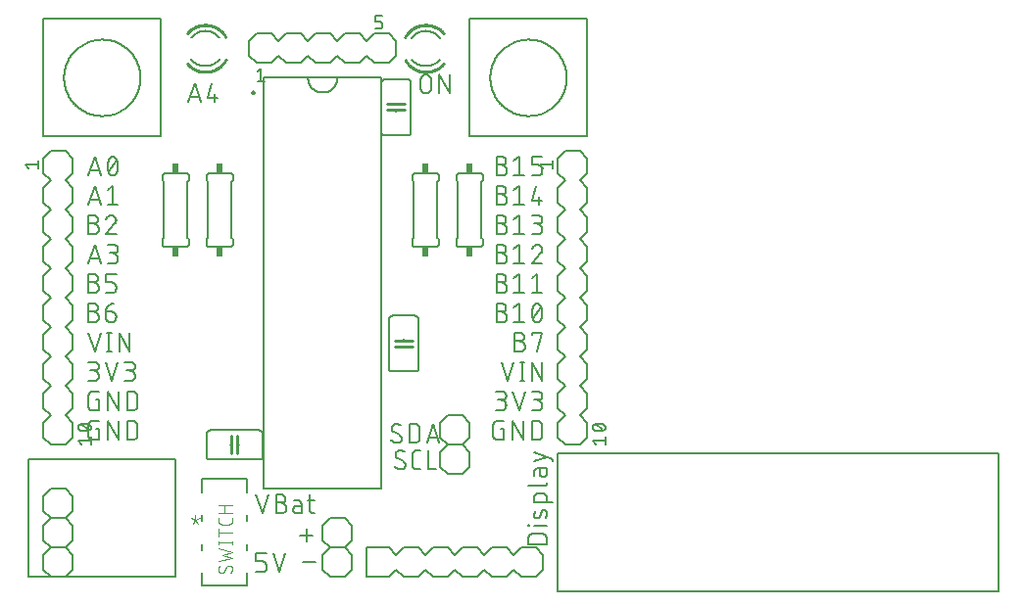
<source format=gbr>
G04 EAGLE Gerber RS-274X export*
G75*
%MOMM*%
%FSLAX34Y34*%
%LPD*%
%INSilkscreen Top*%
%IPPOS*%
%AMOC8*
5,1,8,0,0,1.08239X$1,22.5*%
G01*
%ADD10C,0.152400*%
%ADD11C,0.127000*%
%ADD12C,0.200000*%
%ADD13C,0.076200*%
%ADD14R,0.609600X0.863600*%
%ADD15C,0.254000*%


D10*
X51562Y360172D02*
X56981Y376428D01*
X62399Y360172D01*
X61045Y364236D02*
X52917Y364236D01*
X68097Y368300D02*
X68101Y368620D01*
X68112Y368939D01*
X68131Y369259D01*
X68158Y369577D01*
X68192Y369895D01*
X68234Y370212D01*
X68284Y370528D01*
X68341Y370843D01*
X68405Y371156D01*
X68477Y371468D01*
X68556Y371778D01*
X68643Y372085D01*
X68737Y372391D01*
X68838Y372694D01*
X68947Y372995D01*
X69062Y373293D01*
X69185Y373589D01*
X69315Y373881D01*
X69452Y374170D01*
X69451Y374171D02*
X69490Y374279D01*
X69533Y374386D01*
X69579Y374491D01*
X69630Y374595D01*
X69683Y374697D01*
X69740Y374797D01*
X69801Y374895D01*
X69865Y374990D01*
X69932Y375084D01*
X70003Y375175D01*
X70076Y375264D01*
X70153Y375350D01*
X70232Y375433D01*
X70314Y375514D01*
X70399Y375592D01*
X70487Y375666D01*
X70577Y375738D01*
X70669Y375806D01*
X70764Y375872D01*
X70861Y375934D01*
X70960Y375992D01*
X71062Y376048D01*
X71164Y376099D01*
X71269Y376147D01*
X71375Y376192D01*
X71483Y376233D01*
X71592Y376270D01*
X71702Y376303D01*
X71814Y376332D01*
X71926Y376358D01*
X72039Y376380D01*
X72153Y376397D01*
X72267Y376411D01*
X72382Y376421D01*
X72497Y376427D01*
X72612Y376429D01*
X72612Y376428D02*
X72727Y376426D01*
X72842Y376420D01*
X72957Y376410D01*
X73071Y376396D01*
X73185Y376379D01*
X73298Y376357D01*
X73410Y376331D01*
X73522Y376302D01*
X73632Y376269D01*
X73741Y376232D01*
X73849Y376191D01*
X73955Y376146D01*
X74060Y376098D01*
X74162Y376047D01*
X74263Y375991D01*
X74363Y375933D01*
X74460Y375871D01*
X74554Y375806D01*
X74647Y375737D01*
X74737Y375665D01*
X74825Y375591D01*
X74910Y375513D01*
X74992Y375432D01*
X75071Y375349D01*
X75148Y375263D01*
X75221Y375174D01*
X75292Y375083D01*
X75359Y374989D01*
X75423Y374894D01*
X75484Y374796D01*
X75541Y374696D01*
X75594Y374594D01*
X75645Y374490D01*
X75691Y374385D01*
X75734Y374278D01*
X75773Y374170D01*
X75772Y374170D02*
X75909Y373881D01*
X76039Y373589D01*
X76162Y373293D01*
X76277Y372995D01*
X76386Y372694D01*
X76487Y372391D01*
X76581Y372085D01*
X76668Y371778D01*
X76747Y371468D01*
X76819Y371156D01*
X76883Y370843D01*
X76940Y370528D01*
X76990Y370212D01*
X77032Y369895D01*
X77066Y369577D01*
X77093Y369259D01*
X77112Y368939D01*
X77123Y368620D01*
X77127Y368300D01*
X68097Y368300D02*
X68101Y367980D01*
X68112Y367661D01*
X68131Y367341D01*
X68158Y367023D01*
X68192Y366705D01*
X68234Y366388D01*
X68284Y366072D01*
X68341Y365757D01*
X68405Y365444D01*
X68477Y365132D01*
X68556Y364822D01*
X68643Y364515D01*
X68737Y364209D01*
X68838Y363906D01*
X68947Y363605D01*
X69062Y363307D01*
X69185Y363011D01*
X69315Y362719D01*
X69452Y362430D01*
X69451Y362430D02*
X69490Y362322D01*
X69533Y362215D01*
X69579Y362110D01*
X69630Y362006D01*
X69683Y361904D01*
X69740Y361804D01*
X69801Y361706D01*
X69865Y361611D01*
X69932Y361517D01*
X70003Y361426D01*
X70076Y361337D01*
X70153Y361251D01*
X70232Y361168D01*
X70314Y361087D01*
X70399Y361009D01*
X70487Y360935D01*
X70577Y360863D01*
X70670Y360794D01*
X70764Y360729D01*
X70861Y360667D01*
X70961Y360609D01*
X71062Y360553D01*
X71164Y360502D01*
X71269Y360454D01*
X71375Y360409D01*
X71483Y360368D01*
X71592Y360331D01*
X71702Y360298D01*
X71814Y360269D01*
X71926Y360243D01*
X72039Y360221D01*
X72153Y360204D01*
X72267Y360190D01*
X72382Y360180D01*
X72497Y360174D01*
X72612Y360172D01*
X75772Y362430D02*
X75909Y362719D01*
X76039Y363011D01*
X76162Y363307D01*
X76277Y363605D01*
X76386Y363906D01*
X76487Y364209D01*
X76581Y364515D01*
X76668Y364822D01*
X76747Y365132D01*
X76819Y365444D01*
X76883Y365757D01*
X76940Y366072D01*
X76990Y366388D01*
X77032Y366705D01*
X77066Y367023D01*
X77093Y367341D01*
X77112Y367661D01*
X77123Y367980D01*
X77127Y368300D01*
X75773Y362430D02*
X75734Y362322D01*
X75691Y362215D01*
X75645Y362110D01*
X75594Y362006D01*
X75541Y361904D01*
X75484Y361804D01*
X75423Y361706D01*
X75359Y361611D01*
X75292Y361517D01*
X75221Y361426D01*
X75148Y361337D01*
X75071Y361251D01*
X74992Y361168D01*
X74910Y361087D01*
X74825Y361009D01*
X74737Y360935D01*
X74647Y360863D01*
X74554Y360794D01*
X74460Y360729D01*
X74363Y360667D01*
X74263Y360609D01*
X74162Y360553D01*
X74059Y360502D01*
X73955Y360454D01*
X73849Y360409D01*
X73741Y360368D01*
X73632Y360331D01*
X73522Y360298D01*
X73410Y360269D01*
X73298Y360243D01*
X73185Y360221D01*
X73071Y360204D01*
X72957Y360190D01*
X72842Y360180D01*
X72727Y360174D01*
X72612Y360172D01*
X68999Y363784D02*
X76224Y372816D01*
X56981Y351028D02*
X51562Y334772D01*
X62399Y334772D02*
X56981Y351028D01*
X61045Y338836D02*
X52917Y338836D01*
X68096Y347416D02*
X72612Y351028D01*
X72612Y334772D01*
X77127Y334772D02*
X68096Y334772D01*
X56078Y318403D02*
X51562Y318403D01*
X56078Y318404D02*
X56211Y318402D01*
X56343Y318396D01*
X56475Y318386D01*
X56607Y318373D01*
X56739Y318355D01*
X56869Y318334D01*
X57000Y318309D01*
X57129Y318280D01*
X57257Y318247D01*
X57385Y318211D01*
X57511Y318171D01*
X57636Y318127D01*
X57760Y318079D01*
X57882Y318028D01*
X58003Y317973D01*
X58122Y317915D01*
X58240Y317853D01*
X58355Y317788D01*
X58469Y317719D01*
X58580Y317648D01*
X58689Y317572D01*
X58796Y317494D01*
X58901Y317413D01*
X59003Y317328D01*
X59103Y317241D01*
X59200Y317151D01*
X59295Y317058D01*
X59386Y316962D01*
X59475Y316864D01*
X59561Y316763D01*
X59644Y316659D01*
X59724Y316553D01*
X59800Y316445D01*
X59874Y316335D01*
X59944Y316222D01*
X60011Y316108D01*
X60074Y315991D01*
X60134Y315873D01*
X60191Y315753D01*
X60244Y315631D01*
X60293Y315508D01*
X60339Y315384D01*
X60381Y315258D01*
X60419Y315131D01*
X60454Y315003D01*
X60485Y314874D01*
X60512Y314745D01*
X60535Y314614D01*
X60555Y314483D01*
X60570Y314351D01*
X60582Y314219D01*
X60590Y314087D01*
X60594Y313954D01*
X60594Y313822D01*
X60590Y313689D01*
X60582Y313557D01*
X60570Y313425D01*
X60555Y313293D01*
X60535Y313162D01*
X60512Y313031D01*
X60485Y312902D01*
X60454Y312773D01*
X60419Y312645D01*
X60381Y312518D01*
X60339Y312392D01*
X60293Y312268D01*
X60244Y312145D01*
X60191Y312023D01*
X60134Y311903D01*
X60074Y311785D01*
X60011Y311668D01*
X59944Y311554D01*
X59874Y311441D01*
X59800Y311331D01*
X59724Y311223D01*
X59644Y311117D01*
X59561Y311013D01*
X59475Y310912D01*
X59386Y310814D01*
X59295Y310718D01*
X59200Y310625D01*
X59103Y310535D01*
X59003Y310448D01*
X58901Y310363D01*
X58796Y310282D01*
X58689Y310204D01*
X58580Y310128D01*
X58469Y310057D01*
X58355Y309988D01*
X58240Y309923D01*
X58122Y309861D01*
X58003Y309803D01*
X57882Y309748D01*
X57760Y309697D01*
X57636Y309649D01*
X57511Y309605D01*
X57385Y309565D01*
X57257Y309529D01*
X57129Y309496D01*
X57000Y309467D01*
X56869Y309442D01*
X56739Y309421D01*
X56607Y309403D01*
X56475Y309390D01*
X56343Y309380D01*
X56211Y309374D01*
X56078Y309372D01*
X51562Y309372D01*
X51562Y325628D01*
X56078Y325628D01*
X56197Y325626D01*
X56317Y325620D01*
X56436Y325610D01*
X56554Y325596D01*
X56673Y325579D01*
X56790Y325557D01*
X56907Y325532D01*
X57022Y325502D01*
X57137Y325469D01*
X57251Y325432D01*
X57363Y325392D01*
X57474Y325347D01*
X57583Y325299D01*
X57691Y325248D01*
X57797Y325193D01*
X57901Y325134D01*
X58003Y325072D01*
X58103Y325007D01*
X58201Y324938D01*
X58297Y324866D01*
X58390Y324791D01*
X58480Y324714D01*
X58568Y324633D01*
X58653Y324549D01*
X58735Y324462D01*
X58815Y324373D01*
X58891Y324281D01*
X58965Y324187D01*
X59035Y324090D01*
X59102Y323992D01*
X59166Y323891D01*
X59226Y323787D01*
X59283Y323682D01*
X59336Y323575D01*
X59386Y323467D01*
X59432Y323357D01*
X59474Y323245D01*
X59513Y323132D01*
X59548Y323018D01*
X59579Y322903D01*
X59607Y322786D01*
X59630Y322669D01*
X59650Y322552D01*
X59666Y322433D01*
X59678Y322314D01*
X59686Y322195D01*
X59690Y322076D01*
X59690Y321956D01*
X59686Y321837D01*
X59678Y321718D01*
X59666Y321599D01*
X59650Y321480D01*
X59630Y321363D01*
X59607Y321246D01*
X59579Y321129D01*
X59548Y321014D01*
X59513Y320900D01*
X59474Y320787D01*
X59432Y320675D01*
X59386Y320565D01*
X59336Y320457D01*
X59283Y320350D01*
X59226Y320245D01*
X59166Y320141D01*
X59102Y320040D01*
X59035Y319942D01*
X58965Y319845D01*
X58891Y319751D01*
X58815Y319659D01*
X58735Y319570D01*
X58653Y319483D01*
X58568Y319399D01*
X58480Y319318D01*
X58390Y319241D01*
X58297Y319166D01*
X58201Y319094D01*
X58103Y319025D01*
X58003Y318960D01*
X57901Y318898D01*
X57797Y318839D01*
X57691Y318784D01*
X57583Y318733D01*
X57474Y318685D01*
X57363Y318640D01*
X57251Y318600D01*
X57137Y318563D01*
X57022Y318530D01*
X56907Y318500D01*
X56790Y318475D01*
X56673Y318453D01*
X56554Y318436D01*
X56436Y318422D01*
X56317Y318412D01*
X56197Y318406D01*
X56078Y318404D01*
X71428Y325628D02*
X71553Y325626D01*
X71678Y325620D01*
X71803Y325611D01*
X71927Y325597D01*
X72051Y325580D01*
X72175Y325559D01*
X72297Y325534D01*
X72419Y325505D01*
X72540Y325473D01*
X72660Y325437D01*
X72779Y325397D01*
X72896Y325354D01*
X73012Y325307D01*
X73127Y325256D01*
X73239Y325202D01*
X73351Y325144D01*
X73460Y325084D01*
X73567Y325019D01*
X73673Y324952D01*
X73776Y324881D01*
X73877Y324807D01*
X73976Y324730D01*
X74072Y324650D01*
X74166Y324567D01*
X74257Y324482D01*
X74346Y324393D01*
X74431Y324302D01*
X74514Y324208D01*
X74594Y324112D01*
X74671Y324013D01*
X74745Y323912D01*
X74816Y323809D01*
X74883Y323703D01*
X74948Y323596D01*
X75008Y323487D01*
X75066Y323375D01*
X75120Y323263D01*
X75171Y323148D01*
X75218Y323032D01*
X75261Y322915D01*
X75301Y322796D01*
X75337Y322676D01*
X75369Y322555D01*
X75398Y322433D01*
X75423Y322311D01*
X75444Y322187D01*
X75461Y322063D01*
X75475Y321939D01*
X75484Y321814D01*
X75490Y321689D01*
X75492Y321564D01*
X71428Y325628D02*
X71285Y325626D01*
X71143Y325620D01*
X71000Y325610D01*
X70858Y325597D01*
X70717Y325579D01*
X70575Y325558D01*
X70435Y325533D01*
X70295Y325504D01*
X70156Y325471D01*
X70018Y325434D01*
X69881Y325394D01*
X69746Y325350D01*
X69611Y325302D01*
X69478Y325250D01*
X69346Y325195D01*
X69216Y325136D01*
X69088Y325074D01*
X68961Y325008D01*
X68836Y324939D01*
X68713Y324867D01*
X68593Y324791D01*
X68474Y324712D01*
X68357Y324629D01*
X68243Y324544D01*
X68131Y324455D01*
X68022Y324364D01*
X67915Y324269D01*
X67810Y324172D01*
X67709Y324071D01*
X67610Y323968D01*
X67514Y323863D01*
X67421Y323754D01*
X67331Y323643D01*
X67244Y323530D01*
X67160Y323415D01*
X67080Y323297D01*
X67002Y323177D01*
X66928Y323055D01*
X66858Y322931D01*
X66790Y322805D01*
X66727Y322677D01*
X66666Y322548D01*
X66609Y322417D01*
X66556Y322285D01*
X66507Y322151D01*
X66461Y322016D01*
X74137Y318403D02*
X74231Y318495D01*
X74321Y318589D01*
X74409Y318686D01*
X74494Y318786D01*
X74576Y318888D01*
X74655Y318993D01*
X74730Y319100D01*
X74802Y319209D01*
X74871Y319320D01*
X74937Y319434D01*
X74999Y319549D01*
X75058Y319666D01*
X75113Y319785D01*
X75164Y319905D01*
X75212Y320027D01*
X75257Y320150D01*
X75297Y320274D01*
X75334Y320400D01*
X75367Y320527D01*
X75396Y320654D01*
X75422Y320783D01*
X75443Y320912D01*
X75461Y321042D01*
X75474Y321172D01*
X75484Y321302D01*
X75490Y321433D01*
X75492Y321564D01*
X74138Y318403D02*
X66461Y309372D01*
X75492Y309372D01*
X56981Y300228D02*
X51562Y283972D01*
X62399Y283972D02*
X56981Y300228D01*
X61045Y288036D02*
X52917Y288036D01*
X68096Y283972D02*
X72612Y283972D01*
X72745Y283974D01*
X72877Y283980D01*
X73009Y283990D01*
X73141Y284003D01*
X73273Y284021D01*
X73403Y284042D01*
X73534Y284067D01*
X73663Y284096D01*
X73791Y284129D01*
X73919Y284165D01*
X74045Y284205D01*
X74170Y284249D01*
X74294Y284297D01*
X74416Y284348D01*
X74537Y284403D01*
X74656Y284461D01*
X74774Y284523D01*
X74889Y284588D01*
X75003Y284657D01*
X75114Y284728D01*
X75223Y284804D01*
X75330Y284882D01*
X75435Y284963D01*
X75537Y285048D01*
X75637Y285135D01*
X75734Y285225D01*
X75829Y285318D01*
X75920Y285414D01*
X76009Y285512D01*
X76095Y285613D01*
X76178Y285717D01*
X76258Y285823D01*
X76334Y285931D01*
X76408Y286041D01*
X76478Y286154D01*
X76545Y286268D01*
X76608Y286385D01*
X76668Y286503D01*
X76725Y286623D01*
X76778Y286745D01*
X76827Y286868D01*
X76873Y286992D01*
X76915Y287118D01*
X76953Y287245D01*
X76988Y287373D01*
X77019Y287502D01*
X77046Y287631D01*
X77069Y287762D01*
X77089Y287893D01*
X77104Y288025D01*
X77116Y288157D01*
X77124Y288289D01*
X77128Y288422D01*
X77128Y288554D01*
X77124Y288687D01*
X77116Y288819D01*
X77104Y288951D01*
X77089Y289083D01*
X77069Y289214D01*
X77046Y289345D01*
X77019Y289474D01*
X76988Y289603D01*
X76953Y289731D01*
X76915Y289858D01*
X76873Y289984D01*
X76827Y290108D01*
X76778Y290231D01*
X76725Y290353D01*
X76668Y290473D01*
X76608Y290591D01*
X76545Y290708D01*
X76478Y290822D01*
X76408Y290935D01*
X76334Y291045D01*
X76258Y291153D01*
X76178Y291259D01*
X76095Y291363D01*
X76009Y291464D01*
X75920Y291562D01*
X75829Y291658D01*
X75734Y291751D01*
X75637Y291841D01*
X75537Y291928D01*
X75435Y292013D01*
X75330Y292094D01*
X75223Y292172D01*
X75114Y292248D01*
X75003Y292319D01*
X74889Y292388D01*
X74774Y292453D01*
X74656Y292515D01*
X74537Y292573D01*
X74416Y292628D01*
X74294Y292679D01*
X74170Y292727D01*
X74045Y292771D01*
X73919Y292811D01*
X73791Y292847D01*
X73663Y292880D01*
X73534Y292909D01*
X73403Y292934D01*
X73273Y292955D01*
X73141Y292973D01*
X73009Y292986D01*
X72877Y292996D01*
X72745Y293002D01*
X72612Y293004D01*
X73515Y300228D02*
X68096Y300228D01*
X73515Y300228D02*
X73634Y300226D01*
X73754Y300220D01*
X73873Y300210D01*
X73991Y300196D01*
X74110Y300179D01*
X74227Y300157D01*
X74344Y300132D01*
X74459Y300102D01*
X74574Y300069D01*
X74688Y300032D01*
X74800Y299992D01*
X74911Y299947D01*
X75020Y299899D01*
X75128Y299848D01*
X75234Y299793D01*
X75338Y299734D01*
X75440Y299672D01*
X75540Y299607D01*
X75638Y299538D01*
X75734Y299466D01*
X75827Y299391D01*
X75917Y299314D01*
X76005Y299233D01*
X76090Y299149D01*
X76172Y299062D01*
X76252Y298973D01*
X76328Y298881D01*
X76402Y298787D01*
X76472Y298690D01*
X76539Y298592D01*
X76603Y298491D01*
X76663Y298387D01*
X76720Y298282D01*
X76773Y298175D01*
X76823Y298067D01*
X76869Y297957D01*
X76911Y297845D01*
X76950Y297732D01*
X76985Y297618D01*
X77016Y297503D01*
X77044Y297386D01*
X77067Y297269D01*
X77087Y297152D01*
X77103Y297033D01*
X77115Y296914D01*
X77123Y296795D01*
X77127Y296676D01*
X77127Y296556D01*
X77123Y296437D01*
X77115Y296318D01*
X77103Y296199D01*
X77087Y296080D01*
X77067Y295963D01*
X77044Y295846D01*
X77016Y295729D01*
X76985Y295614D01*
X76950Y295500D01*
X76911Y295387D01*
X76869Y295275D01*
X76823Y295165D01*
X76773Y295057D01*
X76720Y294950D01*
X76663Y294845D01*
X76603Y294741D01*
X76539Y294640D01*
X76472Y294542D01*
X76402Y294445D01*
X76328Y294351D01*
X76252Y294259D01*
X76172Y294170D01*
X76090Y294083D01*
X76005Y293999D01*
X75917Y293918D01*
X75827Y293841D01*
X75734Y293766D01*
X75638Y293694D01*
X75540Y293625D01*
X75440Y293560D01*
X75338Y293498D01*
X75234Y293439D01*
X75128Y293384D01*
X75020Y293333D01*
X74911Y293285D01*
X74800Y293240D01*
X74688Y293200D01*
X74574Y293163D01*
X74459Y293130D01*
X74344Y293100D01*
X74227Y293075D01*
X74110Y293053D01*
X73991Y293036D01*
X73873Y293022D01*
X73754Y293012D01*
X73634Y293006D01*
X73515Y293004D01*
X73515Y293003D02*
X69903Y293003D01*
X56078Y267603D02*
X51562Y267603D01*
X56078Y267604D02*
X56211Y267602D01*
X56343Y267596D01*
X56475Y267586D01*
X56607Y267573D01*
X56739Y267555D01*
X56869Y267534D01*
X57000Y267509D01*
X57129Y267480D01*
X57257Y267447D01*
X57385Y267411D01*
X57511Y267371D01*
X57636Y267327D01*
X57760Y267279D01*
X57882Y267228D01*
X58003Y267173D01*
X58122Y267115D01*
X58240Y267053D01*
X58355Y266988D01*
X58469Y266919D01*
X58580Y266848D01*
X58689Y266772D01*
X58796Y266694D01*
X58901Y266613D01*
X59003Y266528D01*
X59103Y266441D01*
X59200Y266351D01*
X59295Y266258D01*
X59386Y266162D01*
X59475Y266064D01*
X59561Y265963D01*
X59644Y265859D01*
X59724Y265753D01*
X59800Y265645D01*
X59874Y265535D01*
X59944Y265422D01*
X60011Y265308D01*
X60074Y265191D01*
X60134Y265073D01*
X60191Y264953D01*
X60244Y264831D01*
X60293Y264708D01*
X60339Y264584D01*
X60381Y264458D01*
X60419Y264331D01*
X60454Y264203D01*
X60485Y264074D01*
X60512Y263945D01*
X60535Y263814D01*
X60555Y263683D01*
X60570Y263551D01*
X60582Y263419D01*
X60590Y263287D01*
X60594Y263154D01*
X60594Y263022D01*
X60590Y262889D01*
X60582Y262757D01*
X60570Y262625D01*
X60555Y262493D01*
X60535Y262362D01*
X60512Y262231D01*
X60485Y262102D01*
X60454Y261973D01*
X60419Y261845D01*
X60381Y261718D01*
X60339Y261592D01*
X60293Y261468D01*
X60244Y261345D01*
X60191Y261223D01*
X60134Y261103D01*
X60074Y260985D01*
X60011Y260868D01*
X59944Y260754D01*
X59874Y260641D01*
X59800Y260531D01*
X59724Y260423D01*
X59644Y260317D01*
X59561Y260213D01*
X59475Y260112D01*
X59386Y260014D01*
X59295Y259918D01*
X59200Y259825D01*
X59103Y259735D01*
X59003Y259648D01*
X58901Y259563D01*
X58796Y259482D01*
X58689Y259404D01*
X58580Y259328D01*
X58469Y259257D01*
X58355Y259188D01*
X58240Y259123D01*
X58122Y259061D01*
X58003Y259003D01*
X57882Y258948D01*
X57760Y258897D01*
X57636Y258849D01*
X57511Y258805D01*
X57385Y258765D01*
X57257Y258729D01*
X57129Y258696D01*
X57000Y258667D01*
X56869Y258642D01*
X56739Y258621D01*
X56607Y258603D01*
X56475Y258590D01*
X56343Y258580D01*
X56211Y258574D01*
X56078Y258572D01*
X51562Y258572D01*
X51562Y274828D01*
X56078Y274828D01*
X56197Y274826D01*
X56317Y274820D01*
X56436Y274810D01*
X56554Y274796D01*
X56673Y274779D01*
X56790Y274757D01*
X56907Y274732D01*
X57022Y274702D01*
X57137Y274669D01*
X57251Y274632D01*
X57363Y274592D01*
X57474Y274547D01*
X57583Y274499D01*
X57691Y274448D01*
X57797Y274393D01*
X57901Y274334D01*
X58003Y274272D01*
X58103Y274207D01*
X58201Y274138D01*
X58297Y274066D01*
X58390Y273991D01*
X58480Y273914D01*
X58568Y273833D01*
X58653Y273749D01*
X58735Y273662D01*
X58815Y273573D01*
X58891Y273481D01*
X58965Y273387D01*
X59035Y273290D01*
X59102Y273192D01*
X59166Y273091D01*
X59226Y272987D01*
X59283Y272882D01*
X59336Y272775D01*
X59386Y272667D01*
X59432Y272557D01*
X59474Y272445D01*
X59513Y272332D01*
X59548Y272218D01*
X59579Y272103D01*
X59607Y271986D01*
X59630Y271869D01*
X59650Y271752D01*
X59666Y271633D01*
X59678Y271514D01*
X59686Y271395D01*
X59690Y271276D01*
X59690Y271156D01*
X59686Y271037D01*
X59678Y270918D01*
X59666Y270799D01*
X59650Y270680D01*
X59630Y270563D01*
X59607Y270446D01*
X59579Y270329D01*
X59548Y270214D01*
X59513Y270100D01*
X59474Y269987D01*
X59432Y269875D01*
X59386Y269765D01*
X59336Y269657D01*
X59283Y269550D01*
X59226Y269445D01*
X59166Y269341D01*
X59102Y269240D01*
X59035Y269142D01*
X58965Y269045D01*
X58891Y268951D01*
X58815Y268859D01*
X58735Y268770D01*
X58653Y268683D01*
X58568Y268599D01*
X58480Y268518D01*
X58390Y268441D01*
X58297Y268366D01*
X58201Y268294D01*
X58103Y268225D01*
X58003Y268160D01*
X57901Y268098D01*
X57797Y268039D01*
X57691Y267984D01*
X57583Y267933D01*
X57474Y267885D01*
X57363Y267840D01*
X57251Y267800D01*
X57137Y267763D01*
X57022Y267730D01*
X56907Y267700D01*
X56790Y267675D01*
X56673Y267653D01*
X56554Y267636D01*
X56436Y267622D01*
X56317Y267612D01*
X56197Y267606D01*
X56078Y267604D01*
X66461Y258572D02*
X71880Y258572D01*
X71998Y258574D01*
X72116Y258580D01*
X72234Y258589D01*
X72351Y258603D01*
X72468Y258620D01*
X72585Y258641D01*
X72700Y258666D01*
X72815Y258695D01*
X72929Y258728D01*
X73041Y258764D01*
X73152Y258804D01*
X73262Y258847D01*
X73371Y258894D01*
X73478Y258944D01*
X73583Y258999D01*
X73686Y259056D01*
X73787Y259117D01*
X73887Y259181D01*
X73984Y259248D01*
X74079Y259318D01*
X74171Y259392D01*
X74262Y259468D01*
X74349Y259548D01*
X74434Y259630D01*
X74516Y259715D01*
X74596Y259802D01*
X74672Y259893D01*
X74746Y259985D01*
X74816Y260080D01*
X74883Y260177D01*
X74947Y260277D01*
X75008Y260378D01*
X75065Y260481D01*
X75120Y260586D01*
X75170Y260693D01*
X75217Y260802D01*
X75260Y260912D01*
X75300Y261023D01*
X75336Y261135D01*
X75369Y261249D01*
X75398Y261364D01*
X75423Y261479D01*
X75444Y261596D01*
X75461Y261713D01*
X75475Y261830D01*
X75484Y261948D01*
X75490Y262066D01*
X75492Y262184D01*
X75492Y263991D01*
X75490Y264109D01*
X75484Y264227D01*
X75475Y264345D01*
X75461Y264462D01*
X75444Y264579D01*
X75423Y264696D01*
X75398Y264811D01*
X75369Y264926D01*
X75336Y265040D01*
X75300Y265152D01*
X75260Y265263D01*
X75217Y265373D01*
X75170Y265482D01*
X75120Y265589D01*
X75065Y265694D01*
X75008Y265797D01*
X74947Y265898D01*
X74883Y265998D01*
X74816Y266095D01*
X74746Y266190D01*
X74672Y266282D01*
X74596Y266373D01*
X74516Y266460D01*
X74434Y266545D01*
X74349Y266627D01*
X74262Y266707D01*
X74171Y266783D01*
X74079Y266857D01*
X73984Y266927D01*
X73887Y266994D01*
X73787Y267058D01*
X73686Y267119D01*
X73583Y267176D01*
X73478Y267231D01*
X73371Y267281D01*
X73262Y267328D01*
X73152Y267371D01*
X73041Y267411D01*
X72929Y267447D01*
X72815Y267480D01*
X72700Y267509D01*
X72585Y267534D01*
X72468Y267555D01*
X72351Y267572D01*
X72234Y267586D01*
X72116Y267595D01*
X71998Y267601D01*
X71880Y267603D01*
X66461Y267603D01*
X66461Y274828D01*
X75492Y274828D01*
X56078Y242203D02*
X51562Y242203D01*
X56078Y242204D02*
X56211Y242202D01*
X56343Y242196D01*
X56475Y242186D01*
X56607Y242173D01*
X56739Y242155D01*
X56869Y242134D01*
X57000Y242109D01*
X57129Y242080D01*
X57257Y242047D01*
X57385Y242011D01*
X57511Y241971D01*
X57636Y241927D01*
X57760Y241879D01*
X57882Y241828D01*
X58003Y241773D01*
X58122Y241715D01*
X58240Y241653D01*
X58355Y241588D01*
X58469Y241519D01*
X58580Y241448D01*
X58689Y241372D01*
X58796Y241294D01*
X58901Y241213D01*
X59003Y241128D01*
X59103Y241041D01*
X59200Y240951D01*
X59295Y240858D01*
X59386Y240762D01*
X59475Y240664D01*
X59561Y240563D01*
X59644Y240459D01*
X59724Y240353D01*
X59800Y240245D01*
X59874Y240135D01*
X59944Y240022D01*
X60011Y239908D01*
X60074Y239791D01*
X60134Y239673D01*
X60191Y239553D01*
X60244Y239431D01*
X60293Y239308D01*
X60339Y239184D01*
X60381Y239058D01*
X60419Y238931D01*
X60454Y238803D01*
X60485Y238674D01*
X60512Y238545D01*
X60535Y238414D01*
X60555Y238283D01*
X60570Y238151D01*
X60582Y238019D01*
X60590Y237887D01*
X60594Y237754D01*
X60594Y237622D01*
X60590Y237489D01*
X60582Y237357D01*
X60570Y237225D01*
X60555Y237093D01*
X60535Y236962D01*
X60512Y236831D01*
X60485Y236702D01*
X60454Y236573D01*
X60419Y236445D01*
X60381Y236318D01*
X60339Y236192D01*
X60293Y236068D01*
X60244Y235945D01*
X60191Y235823D01*
X60134Y235703D01*
X60074Y235585D01*
X60011Y235468D01*
X59944Y235354D01*
X59874Y235241D01*
X59800Y235131D01*
X59724Y235023D01*
X59644Y234917D01*
X59561Y234813D01*
X59475Y234712D01*
X59386Y234614D01*
X59295Y234518D01*
X59200Y234425D01*
X59103Y234335D01*
X59003Y234248D01*
X58901Y234163D01*
X58796Y234082D01*
X58689Y234004D01*
X58580Y233928D01*
X58469Y233857D01*
X58355Y233788D01*
X58240Y233723D01*
X58122Y233661D01*
X58003Y233603D01*
X57882Y233548D01*
X57760Y233497D01*
X57636Y233449D01*
X57511Y233405D01*
X57385Y233365D01*
X57257Y233329D01*
X57129Y233296D01*
X57000Y233267D01*
X56869Y233242D01*
X56739Y233221D01*
X56607Y233203D01*
X56475Y233190D01*
X56343Y233180D01*
X56211Y233174D01*
X56078Y233172D01*
X51562Y233172D01*
X51562Y249428D01*
X56078Y249428D01*
X56197Y249426D01*
X56317Y249420D01*
X56436Y249410D01*
X56554Y249396D01*
X56673Y249379D01*
X56790Y249357D01*
X56907Y249332D01*
X57022Y249302D01*
X57137Y249269D01*
X57251Y249232D01*
X57363Y249192D01*
X57474Y249147D01*
X57583Y249099D01*
X57691Y249048D01*
X57797Y248993D01*
X57901Y248934D01*
X58003Y248872D01*
X58103Y248807D01*
X58201Y248738D01*
X58297Y248666D01*
X58390Y248591D01*
X58480Y248514D01*
X58568Y248433D01*
X58653Y248349D01*
X58735Y248262D01*
X58815Y248173D01*
X58891Y248081D01*
X58965Y247987D01*
X59035Y247890D01*
X59102Y247792D01*
X59166Y247691D01*
X59226Y247587D01*
X59283Y247482D01*
X59336Y247375D01*
X59386Y247267D01*
X59432Y247157D01*
X59474Y247045D01*
X59513Y246932D01*
X59548Y246818D01*
X59579Y246703D01*
X59607Y246586D01*
X59630Y246469D01*
X59650Y246352D01*
X59666Y246233D01*
X59678Y246114D01*
X59686Y245995D01*
X59690Y245876D01*
X59690Y245756D01*
X59686Y245637D01*
X59678Y245518D01*
X59666Y245399D01*
X59650Y245280D01*
X59630Y245163D01*
X59607Y245046D01*
X59579Y244929D01*
X59548Y244814D01*
X59513Y244700D01*
X59474Y244587D01*
X59432Y244475D01*
X59386Y244365D01*
X59336Y244257D01*
X59283Y244150D01*
X59226Y244045D01*
X59166Y243941D01*
X59102Y243840D01*
X59035Y243742D01*
X58965Y243645D01*
X58891Y243551D01*
X58815Y243459D01*
X58735Y243370D01*
X58653Y243283D01*
X58568Y243199D01*
X58480Y243118D01*
X58390Y243041D01*
X58297Y242966D01*
X58201Y242894D01*
X58103Y242825D01*
X58003Y242760D01*
X57901Y242698D01*
X57797Y242639D01*
X57691Y242584D01*
X57583Y242533D01*
X57474Y242485D01*
X57363Y242440D01*
X57251Y242400D01*
X57137Y242363D01*
X57022Y242330D01*
X56907Y242300D01*
X56790Y242275D01*
X56673Y242253D01*
X56554Y242236D01*
X56436Y242222D01*
X56317Y242212D01*
X56197Y242206D01*
X56078Y242204D01*
X66461Y242203D02*
X71880Y242203D01*
X71998Y242201D01*
X72116Y242195D01*
X72234Y242186D01*
X72351Y242172D01*
X72468Y242155D01*
X72585Y242134D01*
X72700Y242109D01*
X72815Y242080D01*
X72929Y242047D01*
X73041Y242011D01*
X73152Y241971D01*
X73262Y241928D01*
X73371Y241881D01*
X73478Y241831D01*
X73583Y241776D01*
X73686Y241719D01*
X73787Y241658D01*
X73887Y241594D01*
X73984Y241527D01*
X74079Y241457D01*
X74171Y241383D01*
X74262Y241307D01*
X74349Y241227D01*
X74434Y241145D01*
X74516Y241060D01*
X74596Y240973D01*
X74672Y240882D01*
X74746Y240790D01*
X74816Y240695D01*
X74883Y240598D01*
X74947Y240498D01*
X75008Y240397D01*
X75065Y240294D01*
X75120Y240189D01*
X75170Y240082D01*
X75217Y239973D01*
X75260Y239863D01*
X75300Y239752D01*
X75336Y239640D01*
X75369Y239526D01*
X75398Y239411D01*
X75423Y239296D01*
X75444Y239179D01*
X75461Y239062D01*
X75475Y238945D01*
X75484Y238827D01*
X75490Y238709D01*
X75492Y238591D01*
X75492Y237688D01*
X75493Y237688D02*
X75491Y237555D01*
X75485Y237423D01*
X75475Y237291D01*
X75462Y237159D01*
X75444Y237027D01*
X75423Y236897D01*
X75398Y236766D01*
X75369Y236637D01*
X75336Y236509D01*
X75300Y236381D01*
X75260Y236255D01*
X75216Y236130D01*
X75168Y236006D01*
X75117Y235884D01*
X75062Y235763D01*
X75004Y235644D01*
X74942Y235526D01*
X74877Y235411D01*
X74808Y235297D01*
X74737Y235186D01*
X74661Y235077D01*
X74583Y234970D01*
X74502Y234865D01*
X74417Y234763D01*
X74330Y234663D01*
X74240Y234566D01*
X74147Y234471D01*
X74051Y234380D01*
X73953Y234291D01*
X73852Y234205D01*
X73748Y234122D01*
X73642Y234042D01*
X73534Y233966D01*
X73424Y233892D01*
X73311Y233822D01*
X73197Y233755D01*
X73080Y233692D01*
X72962Y233632D01*
X72842Y233575D01*
X72720Y233522D01*
X72597Y233473D01*
X72473Y233427D01*
X72347Y233385D01*
X72220Y233347D01*
X72092Y233312D01*
X71963Y233281D01*
X71834Y233254D01*
X71703Y233231D01*
X71572Y233211D01*
X71440Y233196D01*
X71308Y233184D01*
X71176Y233176D01*
X71043Y233172D01*
X70911Y233172D01*
X70778Y233176D01*
X70646Y233184D01*
X70514Y233196D01*
X70382Y233211D01*
X70251Y233231D01*
X70120Y233254D01*
X69991Y233281D01*
X69862Y233312D01*
X69734Y233347D01*
X69607Y233385D01*
X69481Y233427D01*
X69357Y233473D01*
X69234Y233522D01*
X69112Y233575D01*
X68992Y233632D01*
X68874Y233692D01*
X68757Y233755D01*
X68643Y233822D01*
X68530Y233892D01*
X68420Y233966D01*
X68312Y234042D01*
X68206Y234122D01*
X68102Y234205D01*
X68001Y234291D01*
X67903Y234380D01*
X67807Y234471D01*
X67714Y234566D01*
X67624Y234663D01*
X67537Y234763D01*
X67452Y234865D01*
X67371Y234970D01*
X67293Y235077D01*
X67217Y235186D01*
X67146Y235297D01*
X67077Y235411D01*
X67012Y235526D01*
X66950Y235644D01*
X66892Y235763D01*
X66837Y235884D01*
X66786Y236006D01*
X66738Y236130D01*
X66694Y236255D01*
X66654Y236381D01*
X66618Y236509D01*
X66585Y236637D01*
X66556Y236766D01*
X66531Y236897D01*
X66510Y237027D01*
X66492Y237159D01*
X66479Y237291D01*
X66469Y237423D01*
X66463Y237555D01*
X66461Y237688D01*
X66461Y242203D01*
X66463Y242380D01*
X66470Y242558D01*
X66481Y242735D01*
X66496Y242911D01*
X66515Y243087D01*
X66539Y243263D01*
X66567Y243438D01*
X66600Y243613D01*
X66637Y243786D01*
X66678Y243959D01*
X66723Y244130D01*
X66772Y244300D01*
X66826Y244469D01*
X66883Y244637D01*
X66945Y244803D01*
X67011Y244968D01*
X67081Y245131D01*
X67155Y245292D01*
X67232Y245451D01*
X67314Y245609D01*
X67400Y245764D01*
X67489Y245917D01*
X67582Y246068D01*
X67679Y246217D01*
X67779Y246363D01*
X67883Y246507D01*
X67990Y246648D01*
X68101Y246786D01*
X68215Y246922D01*
X68333Y247055D01*
X68453Y247185D01*
X68577Y247312D01*
X68704Y247436D01*
X68834Y247556D01*
X68967Y247674D01*
X69102Y247788D01*
X69241Y247899D01*
X69382Y248006D01*
X69526Y248110D01*
X69672Y248210D01*
X69821Y248307D01*
X69972Y248400D01*
X70125Y248489D01*
X70280Y248575D01*
X70438Y248657D01*
X70597Y248734D01*
X70758Y248808D01*
X70921Y248878D01*
X71086Y248944D01*
X71252Y249006D01*
X71420Y249063D01*
X71589Y249117D01*
X71759Y249166D01*
X71930Y249211D01*
X72103Y249252D01*
X72276Y249289D01*
X72451Y249322D01*
X72626Y249350D01*
X72802Y249374D01*
X72978Y249393D01*
X73154Y249408D01*
X73331Y249419D01*
X73509Y249426D01*
X73686Y249428D01*
X51562Y224028D02*
X56981Y207772D01*
X62399Y224028D01*
X69486Y224028D02*
X69486Y207772D01*
X71292Y207772D02*
X67679Y207772D01*
X67679Y224028D02*
X71292Y224028D01*
X77996Y224028D02*
X77996Y207772D01*
X87027Y207772D02*
X77996Y224028D01*
X87027Y224028D02*
X87027Y207772D01*
X56078Y182372D02*
X51562Y182372D01*
X56078Y182372D02*
X56211Y182374D01*
X56343Y182380D01*
X56475Y182390D01*
X56607Y182403D01*
X56739Y182421D01*
X56869Y182442D01*
X57000Y182467D01*
X57129Y182496D01*
X57257Y182529D01*
X57385Y182565D01*
X57511Y182605D01*
X57636Y182649D01*
X57760Y182697D01*
X57882Y182748D01*
X58003Y182803D01*
X58122Y182861D01*
X58240Y182923D01*
X58355Y182988D01*
X58469Y183057D01*
X58580Y183128D01*
X58689Y183204D01*
X58796Y183282D01*
X58901Y183363D01*
X59003Y183448D01*
X59103Y183535D01*
X59200Y183625D01*
X59295Y183718D01*
X59386Y183814D01*
X59475Y183912D01*
X59561Y184013D01*
X59644Y184117D01*
X59724Y184223D01*
X59800Y184331D01*
X59874Y184441D01*
X59944Y184554D01*
X60011Y184668D01*
X60074Y184785D01*
X60134Y184903D01*
X60191Y185023D01*
X60244Y185145D01*
X60293Y185268D01*
X60339Y185392D01*
X60381Y185518D01*
X60419Y185645D01*
X60454Y185773D01*
X60485Y185902D01*
X60512Y186031D01*
X60535Y186162D01*
X60555Y186293D01*
X60570Y186425D01*
X60582Y186557D01*
X60590Y186689D01*
X60594Y186822D01*
X60594Y186954D01*
X60590Y187087D01*
X60582Y187219D01*
X60570Y187351D01*
X60555Y187483D01*
X60535Y187614D01*
X60512Y187745D01*
X60485Y187874D01*
X60454Y188003D01*
X60419Y188131D01*
X60381Y188258D01*
X60339Y188384D01*
X60293Y188508D01*
X60244Y188631D01*
X60191Y188753D01*
X60134Y188873D01*
X60074Y188991D01*
X60011Y189108D01*
X59944Y189222D01*
X59874Y189335D01*
X59800Y189445D01*
X59724Y189553D01*
X59644Y189659D01*
X59561Y189763D01*
X59475Y189864D01*
X59386Y189962D01*
X59295Y190058D01*
X59200Y190151D01*
X59103Y190241D01*
X59003Y190328D01*
X58901Y190413D01*
X58796Y190494D01*
X58689Y190572D01*
X58580Y190648D01*
X58469Y190719D01*
X58355Y190788D01*
X58240Y190853D01*
X58122Y190915D01*
X58003Y190973D01*
X57882Y191028D01*
X57760Y191079D01*
X57636Y191127D01*
X57511Y191171D01*
X57385Y191211D01*
X57257Y191247D01*
X57129Y191280D01*
X57000Y191309D01*
X56869Y191334D01*
X56739Y191355D01*
X56607Y191373D01*
X56475Y191386D01*
X56343Y191396D01*
X56211Y191402D01*
X56078Y191404D01*
X56981Y198628D02*
X51562Y198628D01*
X56981Y198628D02*
X57100Y198626D01*
X57220Y198620D01*
X57339Y198610D01*
X57457Y198596D01*
X57576Y198579D01*
X57693Y198557D01*
X57810Y198532D01*
X57925Y198502D01*
X58040Y198469D01*
X58154Y198432D01*
X58266Y198392D01*
X58377Y198347D01*
X58486Y198299D01*
X58594Y198248D01*
X58700Y198193D01*
X58804Y198134D01*
X58906Y198072D01*
X59006Y198007D01*
X59104Y197938D01*
X59200Y197866D01*
X59293Y197791D01*
X59383Y197714D01*
X59471Y197633D01*
X59556Y197549D01*
X59638Y197462D01*
X59718Y197373D01*
X59794Y197281D01*
X59868Y197187D01*
X59938Y197090D01*
X60005Y196992D01*
X60069Y196891D01*
X60129Y196787D01*
X60186Y196682D01*
X60239Y196575D01*
X60289Y196467D01*
X60335Y196357D01*
X60377Y196245D01*
X60416Y196132D01*
X60451Y196018D01*
X60482Y195903D01*
X60510Y195786D01*
X60533Y195669D01*
X60553Y195552D01*
X60569Y195433D01*
X60581Y195314D01*
X60589Y195195D01*
X60593Y195076D01*
X60593Y194956D01*
X60589Y194837D01*
X60581Y194718D01*
X60569Y194599D01*
X60553Y194480D01*
X60533Y194363D01*
X60510Y194246D01*
X60482Y194129D01*
X60451Y194014D01*
X60416Y193900D01*
X60377Y193787D01*
X60335Y193675D01*
X60289Y193565D01*
X60239Y193457D01*
X60186Y193350D01*
X60129Y193245D01*
X60069Y193141D01*
X60005Y193040D01*
X59938Y192942D01*
X59868Y192845D01*
X59794Y192751D01*
X59718Y192659D01*
X59638Y192570D01*
X59556Y192483D01*
X59471Y192399D01*
X59383Y192318D01*
X59293Y192241D01*
X59200Y192166D01*
X59104Y192094D01*
X59006Y192025D01*
X58906Y191960D01*
X58804Y191898D01*
X58700Y191839D01*
X58594Y191784D01*
X58486Y191733D01*
X58377Y191685D01*
X58266Y191640D01*
X58154Y191600D01*
X58040Y191563D01*
X57925Y191530D01*
X57810Y191500D01*
X57693Y191475D01*
X57576Y191453D01*
X57457Y191436D01*
X57339Y191422D01*
X57220Y191412D01*
X57100Y191406D01*
X56981Y191404D01*
X56981Y191403D02*
X53368Y191403D01*
X66290Y198628D02*
X71709Y182372D01*
X77127Y198628D01*
X82824Y182372D02*
X87340Y182372D01*
X87473Y182374D01*
X87605Y182380D01*
X87737Y182390D01*
X87869Y182403D01*
X88001Y182421D01*
X88131Y182442D01*
X88262Y182467D01*
X88391Y182496D01*
X88519Y182529D01*
X88647Y182565D01*
X88773Y182605D01*
X88898Y182649D01*
X89022Y182697D01*
X89144Y182748D01*
X89265Y182803D01*
X89384Y182861D01*
X89502Y182923D01*
X89617Y182988D01*
X89731Y183057D01*
X89842Y183128D01*
X89951Y183204D01*
X90058Y183282D01*
X90163Y183363D01*
X90265Y183448D01*
X90365Y183535D01*
X90462Y183625D01*
X90557Y183718D01*
X90648Y183814D01*
X90737Y183912D01*
X90823Y184013D01*
X90906Y184117D01*
X90986Y184223D01*
X91062Y184331D01*
X91136Y184441D01*
X91206Y184554D01*
X91273Y184668D01*
X91336Y184785D01*
X91396Y184903D01*
X91453Y185023D01*
X91506Y185145D01*
X91555Y185268D01*
X91601Y185392D01*
X91643Y185518D01*
X91681Y185645D01*
X91716Y185773D01*
X91747Y185902D01*
X91774Y186031D01*
X91797Y186162D01*
X91817Y186293D01*
X91832Y186425D01*
X91844Y186557D01*
X91852Y186689D01*
X91856Y186822D01*
X91856Y186954D01*
X91852Y187087D01*
X91844Y187219D01*
X91832Y187351D01*
X91817Y187483D01*
X91797Y187614D01*
X91774Y187745D01*
X91747Y187874D01*
X91716Y188003D01*
X91681Y188131D01*
X91643Y188258D01*
X91601Y188384D01*
X91555Y188508D01*
X91506Y188631D01*
X91453Y188753D01*
X91396Y188873D01*
X91336Y188991D01*
X91273Y189108D01*
X91206Y189222D01*
X91136Y189335D01*
X91062Y189445D01*
X90986Y189553D01*
X90906Y189659D01*
X90823Y189763D01*
X90737Y189864D01*
X90648Y189962D01*
X90557Y190058D01*
X90462Y190151D01*
X90365Y190241D01*
X90265Y190328D01*
X90163Y190413D01*
X90058Y190494D01*
X89951Y190572D01*
X89842Y190648D01*
X89731Y190719D01*
X89617Y190788D01*
X89502Y190853D01*
X89384Y190915D01*
X89265Y190973D01*
X89144Y191028D01*
X89022Y191079D01*
X88898Y191127D01*
X88773Y191171D01*
X88647Y191211D01*
X88519Y191247D01*
X88391Y191280D01*
X88262Y191309D01*
X88131Y191334D01*
X88001Y191355D01*
X87869Y191373D01*
X87737Y191386D01*
X87605Y191396D01*
X87473Y191402D01*
X87340Y191404D01*
X88243Y198628D02*
X82824Y198628D01*
X88243Y198628D02*
X88362Y198626D01*
X88482Y198620D01*
X88601Y198610D01*
X88719Y198596D01*
X88838Y198579D01*
X88955Y198557D01*
X89072Y198532D01*
X89187Y198502D01*
X89302Y198469D01*
X89416Y198432D01*
X89528Y198392D01*
X89639Y198347D01*
X89748Y198299D01*
X89856Y198248D01*
X89962Y198193D01*
X90066Y198134D01*
X90168Y198072D01*
X90268Y198007D01*
X90366Y197938D01*
X90462Y197866D01*
X90555Y197791D01*
X90645Y197714D01*
X90733Y197633D01*
X90818Y197549D01*
X90900Y197462D01*
X90980Y197373D01*
X91056Y197281D01*
X91130Y197187D01*
X91200Y197090D01*
X91267Y196992D01*
X91331Y196891D01*
X91391Y196787D01*
X91448Y196682D01*
X91501Y196575D01*
X91551Y196467D01*
X91597Y196357D01*
X91639Y196245D01*
X91678Y196132D01*
X91713Y196018D01*
X91744Y195903D01*
X91772Y195786D01*
X91795Y195669D01*
X91815Y195552D01*
X91831Y195433D01*
X91843Y195314D01*
X91851Y195195D01*
X91855Y195076D01*
X91855Y194956D01*
X91851Y194837D01*
X91843Y194718D01*
X91831Y194599D01*
X91815Y194480D01*
X91795Y194363D01*
X91772Y194246D01*
X91744Y194129D01*
X91713Y194014D01*
X91678Y193900D01*
X91639Y193787D01*
X91597Y193675D01*
X91551Y193565D01*
X91501Y193457D01*
X91448Y193350D01*
X91391Y193245D01*
X91331Y193141D01*
X91267Y193040D01*
X91200Y192942D01*
X91130Y192845D01*
X91056Y192751D01*
X90980Y192659D01*
X90900Y192570D01*
X90818Y192483D01*
X90733Y192399D01*
X90645Y192318D01*
X90555Y192241D01*
X90462Y192166D01*
X90366Y192094D01*
X90268Y192025D01*
X90168Y191960D01*
X90066Y191898D01*
X89962Y191839D01*
X89856Y191784D01*
X89748Y191733D01*
X89639Y191685D01*
X89528Y191640D01*
X89416Y191600D01*
X89302Y191563D01*
X89187Y191530D01*
X89072Y191500D01*
X88955Y191475D01*
X88838Y191453D01*
X88719Y191436D01*
X88601Y191422D01*
X88482Y191412D01*
X88362Y191406D01*
X88243Y191404D01*
X88243Y191403D02*
X84631Y191403D01*
X60593Y166003D02*
X57884Y166003D01*
X60593Y166003D02*
X60593Y156972D01*
X55174Y156972D01*
X55056Y156974D01*
X54938Y156980D01*
X54820Y156989D01*
X54703Y157003D01*
X54586Y157020D01*
X54469Y157041D01*
X54354Y157066D01*
X54239Y157095D01*
X54125Y157128D01*
X54013Y157164D01*
X53902Y157204D01*
X53792Y157247D01*
X53683Y157294D01*
X53576Y157344D01*
X53471Y157399D01*
X53368Y157456D01*
X53267Y157517D01*
X53167Y157581D01*
X53070Y157648D01*
X52975Y157718D01*
X52883Y157792D01*
X52792Y157868D01*
X52705Y157948D01*
X52620Y158030D01*
X52538Y158115D01*
X52458Y158202D01*
X52382Y158293D01*
X52308Y158385D01*
X52238Y158480D01*
X52171Y158577D01*
X52107Y158677D01*
X52046Y158778D01*
X51989Y158881D01*
X51934Y158986D01*
X51884Y159093D01*
X51837Y159202D01*
X51794Y159312D01*
X51754Y159423D01*
X51718Y159535D01*
X51685Y159649D01*
X51656Y159764D01*
X51631Y159879D01*
X51610Y159996D01*
X51593Y160113D01*
X51579Y160230D01*
X51570Y160348D01*
X51564Y160466D01*
X51562Y160584D01*
X51562Y169616D01*
X51564Y169734D01*
X51570Y169852D01*
X51579Y169970D01*
X51593Y170087D01*
X51610Y170204D01*
X51631Y170321D01*
X51656Y170436D01*
X51685Y170551D01*
X51718Y170665D01*
X51754Y170777D01*
X51794Y170888D01*
X51837Y170998D01*
X51884Y171107D01*
X51934Y171214D01*
X51988Y171319D01*
X52046Y171422D01*
X52107Y171523D01*
X52171Y171623D01*
X52238Y171720D01*
X52308Y171815D01*
X52382Y171907D01*
X52458Y171998D01*
X52538Y172085D01*
X52620Y172170D01*
X52705Y172252D01*
X52792Y172332D01*
X52883Y172408D01*
X52975Y172482D01*
X53070Y172552D01*
X53167Y172619D01*
X53267Y172683D01*
X53368Y172744D01*
X53471Y172801D01*
X53576Y172855D01*
X53683Y172906D01*
X53792Y172953D01*
X53902Y172996D01*
X54013Y173036D01*
X54125Y173072D01*
X54239Y173105D01*
X54354Y173134D01*
X54469Y173159D01*
X54586Y173180D01*
X54703Y173197D01*
X54820Y173211D01*
X54938Y173220D01*
X55056Y173226D01*
X55174Y173228D01*
X60593Y173228D01*
X68235Y173228D02*
X68235Y156972D01*
X77266Y156972D02*
X68235Y173228D01*
X77266Y173228D02*
X77266Y156972D01*
X84909Y156972D02*
X84909Y173228D01*
X89424Y173228D01*
X89555Y173226D01*
X89687Y173220D01*
X89818Y173211D01*
X89948Y173197D01*
X90079Y173180D01*
X90208Y173159D01*
X90337Y173135D01*
X90465Y173106D01*
X90593Y173074D01*
X90719Y173038D01*
X90844Y172999D01*
X90969Y172956D01*
X91091Y172909D01*
X91213Y172859D01*
X91333Y172805D01*
X91451Y172748D01*
X91567Y172687D01*
X91682Y172623D01*
X91795Y172556D01*
X91906Y172485D01*
X92014Y172411D01*
X92121Y172334D01*
X92225Y172254D01*
X92327Y172171D01*
X92426Y172086D01*
X92523Y171997D01*
X92617Y171905D01*
X92709Y171811D01*
X92798Y171714D01*
X92883Y171615D01*
X92966Y171513D01*
X93046Y171409D01*
X93123Y171302D01*
X93197Y171194D01*
X93268Y171083D01*
X93335Y170970D01*
X93399Y170855D01*
X93460Y170739D01*
X93517Y170621D01*
X93571Y170501D01*
X93621Y170379D01*
X93668Y170257D01*
X93711Y170132D01*
X93750Y170007D01*
X93786Y169881D01*
X93818Y169753D01*
X93847Y169625D01*
X93871Y169496D01*
X93892Y169367D01*
X93909Y169236D01*
X93923Y169106D01*
X93932Y168975D01*
X93938Y168843D01*
X93940Y168712D01*
X93940Y161488D01*
X93938Y161357D01*
X93932Y161225D01*
X93923Y161094D01*
X93909Y160964D01*
X93892Y160833D01*
X93871Y160704D01*
X93847Y160575D01*
X93818Y160447D01*
X93786Y160319D01*
X93750Y160193D01*
X93711Y160068D01*
X93668Y159943D01*
X93621Y159821D01*
X93571Y159699D01*
X93517Y159579D01*
X93460Y159461D01*
X93399Y159345D01*
X93335Y159230D01*
X93268Y159117D01*
X93197Y159006D01*
X93123Y158898D01*
X93046Y158791D01*
X92966Y158687D01*
X92883Y158585D01*
X92798Y158486D01*
X92709Y158389D01*
X92617Y158295D01*
X92523Y158203D01*
X92426Y158114D01*
X92327Y158029D01*
X92225Y157946D01*
X92121Y157866D01*
X92014Y157789D01*
X91906Y157715D01*
X91795Y157644D01*
X91682Y157577D01*
X91567Y157513D01*
X91451Y157452D01*
X91333Y157395D01*
X91213Y157341D01*
X91091Y157291D01*
X90969Y157244D01*
X90844Y157201D01*
X90719Y157162D01*
X90593Y157126D01*
X90465Y157094D01*
X90337Y157065D01*
X90208Y157041D01*
X90078Y157020D01*
X89948Y157003D01*
X89818Y156989D01*
X89687Y156980D01*
X89555Y156974D01*
X89424Y156972D01*
X84909Y156972D01*
X60593Y140603D02*
X57884Y140603D01*
X60593Y140603D02*
X60593Y131572D01*
X55174Y131572D01*
X55056Y131574D01*
X54938Y131580D01*
X54820Y131589D01*
X54703Y131603D01*
X54586Y131620D01*
X54469Y131641D01*
X54354Y131666D01*
X54239Y131695D01*
X54125Y131728D01*
X54013Y131764D01*
X53902Y131804D01*
X53792Y131847D01*
X53683Y131894D01*
X53576Y131944D01*
X53471Y131999D01*
X53368Y132056D01*
X53267Y132117D01*
X53167Y132181D01*
X53070Y132248D01*
X52975Y132318D01*
X52883Y132392D01*
X52792Y132468D01*
X52705Y132548D01*
X52620Y132630D01*
X52538Y132715D01*
X52458Y132802D01*
X52382Y132893D01*
X52308Y132985D01*
X52238Y133080D01*
X52171Y133177D01*
X52107Y133277D01*
X52046Y133378D01*
X51989Y133481D01*
X51934Y133586D01*
X51884Y133693D01*
X51837Y133802D01*
X51794Y133912D01*
X51754Y134023D01*
X51718Y134135D01*
X51685Y134249D01*
X51656Y134364D01*
X51631Y134479D01*
X51610Y134596D01*
X51593Y134713D01*
X51579Y134830D01*
X51570Y134948D01*
X51564Y135066D01*
X51562Y135184D01*
X51562Y144216D01*
X51564Y144334D01*
X51570Y144452D01*
X51579Y144570D01*
X51593Y144687D01*
X51610Y144804D01*
X51631Y144921D01*
X51656Y145036D01*
X51685Y145151D01*
X51718Y145265D01*
X51754Y145377D01*
X51794Y145488D01*
X51837Y145598D01*
X51884Y145707D01*
X51934Y145814D01*
X51988Y145919D01*
X52046Y146022D01*
X52107Y146123D01*
X52171Y146223D01*
X52238Y146320D01*
X52308Y146415D01*
X52382Y146507D01*
X52458Y146598D01*
X52538Y146685D01*
X52620Y146770D01*
X52705Y146852D01*
X52792Y146932D01*
X52883Y147008D01*
X52975Y147082D01*
X53070Y147152D01*
X53167Y147219D01*
X53267Y147283D01*
X53368Y147344D01*
X53471Y147401D01*
X53576Y147455D01*
X53683Y147506D01*
X53792Y147553D01*
X53902Y147596D01*
X54013Y147636D01*
X54125Y147672D01*
X54239Y147705D01*
X54354Y147734D01*
X54469Y147759D01*
X54586Y147780D01*
X54703Y147797D01*
X54820Y147811D01*
X54938Y147820D01*
X55056Y147826D01*
X55174Y147828D01*
X60593Y147828D01*
X68235Y147828D02*
X68235Y131572D01*
X77266Y131572D02*
X68235Y147828D01*
X77266Y147828D02*
X77266Y131572D01*
X84909Y131572D02*
X84909Y147828D01*
X89424Y147828D01*
X89555Y147826D01*
X89687Y147820D01*
X89818Y147811D01*
X89948Y147797D01*
X90079Y147780D01*
X90208Y147759D01*
X90337Y147735D01*
X90465Y147706D01*
X90593Y147674D01*
X90719Y147638D01*
X90844Y147599D01*
X90969Y147556D01*
X91091Y147509D01*
X91213Y147459D01*
X91333Y147405D01*
X91451Y147348D01*
X91567Y147287D01*
X91682Y147223D01*
X91795Y147156D01*
X91906Y147085D01*
X92014Y147011D01*
X92121Y146934D01*
X92225Y146854D01*
X92327Y146771D01*
X92426Y146686D01*
X92523Y146597D01*
X92617Y146505D01*
X92709Y146411D01*
X92798Y146314D01*
X92883Y146215D01*
X92966Y146113D01*
X93046Y146009D01*
X93123Y145902D01*
X93197Y145794D01*
X93268Y145683D01*
X93335Y145570D01*
X93399Y145455D01*
X93460Y145339D01*
X93517Y145221D01*
X93571Y145101D01*
X93621Y144979D01*
X93668Y144857D01*
X93711Y144732D01*
X93750Y144607D01*
X93786Y144481D01*
X93818Y144353D01*
X93847Y144225D01*
X93871Y144096D01*
X93892Y143967D01*
X93909Y143836D01*
X93923Y143706D01*
X93932Y143575D01*
X93938Y143443D01*
X93940Y143312D01*
X93940Y136088D01*
X93938Y135957D01*
X93932Y135825D01*
X93923Y135694D01*
X93909Y135564D01*
X93892Y135433D01*
X93871Y135304D01*
X93847Y135175D01*
X93818Y135047D01*
X93786Y134919D01*
X93750Y134793D01*
X93711Y134668D01*
X93668Y134543D01*
X93621Y134421D01*
X93571Y134299D01*
X93517Y134179D01*
X93460Y134061D01*
X93399Y133945D01*
X93335Y133830D01*
X93268Y133717D01*
X93197Y133606D01*
X93123Y133498D01*
X93046Y133391D01*
X92966Y133287D01*
X92883Y133185D01*
X92798Y133086D01*
X92709Y132989D01*
X92617Y132895D01*
X92523Y132803D01*
X92426Y132714D01*
X92327Y132629D01*
X92225Y132546D01*
X92121Y132466D01*
X92014Y132389D01*
X91906Y132315D01*
X91795Y132244D01*
X91682Y132177D01*
X91567Y132113D01*
X91451Y132052D01*
X91333Y131995D01*
X91213Y131941D01*
X91091Y131891D01*
X90969Y131844D01*
X90844Y131801D01*
X90719Y131762D01*
X90593Y131726D01*
X90465Y131694D01*
X90337Y131665D01*
X90208Y131641D01*
X90078Y131620D01*
X89948Y131603D01*
X89818Y131589D01*
X89687Y131580D01*
X89555Y131574D01*
X89424Y131572D01*
X84909Y131572D01*
X404176Y369203D02*
X408692Y369203D01*
X408692Y369204D02*
X408825Y369202D01*
X408957Y369196D01*
X409089Y369186D01*
X409221Y369173D01*
X409353Y369155D01*
X409483Y369134D01*
X409614Y369109D01*
X409743Y369080D01*
X409871Y369047D01*
X409999Y369011D01*
X410125Y368971D01*
X410250Y368927D01*
X410374Y368879D01*
X410496Y368828D01*
X410617Y368773D01*
X410736Y368715D01*
X410854Y368653D01*
X410969Y368588D01*
X411083Y368519D01*
X411194Y368448D01*
X411303Y368372D01*
X411410Y368294D01*
X411515Y368213D01*
X411617Y368128D01*
X411717Y368041D01*
X411814Y367951D01*
X411909Y367858D01*
X412000Y367762D01*
X412089Y367664D01*
X412175Y367563D01*
X412258Y367459D01*
X412338Y367353D01*
X412414Y367245D01*
X412488Y367135D01*
X412558Y367022D01*
X412625Y366908D01*
X412688Y366791D01*
X412748Y366673D01*
X412805Y366553D01*
X412858Y366431D01*
X412907Y366308D01*
X412953Y366184D01*
X412995Y366058D01*
X413033Y365931D01*
X413068Y365803D01*
X413099Y365674D01*
X413126Y365545D01*
X413149Y365414D01*
X413169Y365283D01*
X413184Y365151D01*
X413196Y365019D01*
X413204Y364887D01*
X413208Y364754D01*
X413208Y364622D01*
X413204Y364489D01*
X413196Y364357D01*
X413184Y364225D01*
X413169Y364093D01*
X413149Y363962D01*
X413126Y363831D01*
X413099Y363702D01*
X413068Y363573D01*
X413033Y363445D01*
X412995Y363318D01*
X412953Y363192D01*
X412907Y363068D01*
X412858Y362945D01*
X412805Y362823D01*
X412748Y362703D01*
X412688Y362585D01*
X412625Y362468D01*
X412558Y362354D01*
X412488Y362241D01*
X412414Y362131D01*
X412338Y362023D01*
X412258Y361917D01*
X412175Y361813D01*
X412089Y361712D01*
X412000Y361614D01*
X411909Y361518D01*
X411814Y361425D01*
X411717Y361335D01*
X411617Y361248D01*
X411515Y361163D01*
X411410Y361082D01*
X411303Y361004D01*
X411194Y360928D01*
X411083Y360857D01*
X410969Y360788D01*
X410854Y360723D01*
X410736Y360661D01*
X410617Y360603D01*
X410496Y360548D01*
X410374Y360497D01*
X410250Y360449D01*
X410125Y360405D01*
X409999Y360365D01*
X409871Y360329D01*
X409743Y360296D01*
X409614Y360267D01*
X409483Y360242D01*
X409353Y360221D01*
X409221Y360203D01*
X409089Y360190D01*
X408957Y360180D01*
X408825Y360174D01*
X408692Y360172D01*
X404176Y360172D01*
X404176Y376428D01*
X408692Y376428D01*
X408811Y376426D01*
X408931Y376420D01*
X409050Y376410D01*
X409168Y376396D01*
X409287Y376379D01*
X409404Y376357D01*
X409521Y376332D01*
X409636Y376302D01*
X409751Y376269D01*
X409865Y376232D01*
X409977Y376192D01*
X410088Y376147D01*
X410197Y376099D01*
X410305Y376048D01*
X410411Y375993D01*
X410515Y375934D01*
X410617Y375872D01*
X410717Y375807D01*
X410815Y375738D01*
X410911Y375666D01*
X411004Y375591D01*
X411094Y375514D01*
X411182Y375433D01*
X411267Y375349D01*
X411349Y375262D01*
X411429Y375173D01*
X411505Y375081D01*
X411579Y374987D01*
X411649Y374890D01*
X411716Y374792D01*
X411780Y374691D01*
X411840Y374587D01*
X411897Y374482D01*
X411950Y374375D01*
X412000Y374267D01*
X412046Y374157D01*
X412088Y374045D01*
X412127Y373932D01*
X412162Y373818D01*
X412193Y373703D01*
X412221Y373586D01*
X412244Y373469D01*
X412264Y373352D01*
X412280Y373233D01*
X412292Y373114D01*
X412300Y372995D01*
X412304Y372876D01*
X412304Y372756D01*
X412300Y372637D01*
X412292Y372518D01*
X412280Y372399D01*
X412264Y372280D01*
X412244Y372163D01*
X412221Y372046D01*
X412193Y371929D01*
X412162Y371814D01*
X412127Y371700D01*
X412088Y371587D01*
X412046Y371475D01*
X412000Y371365D01*
X411950Y371257D01*
X411897Y371150D01*
X411840Y371045D01*
X411780Y370941D01*
X411716Y370840D01*
X411649Y370742D01*
X411579Y370645D01*
X411505Y370551D01*
X411429Y370459D01*
X411349Y370370D01*
X411267Y370283D01*
X411182Y370199D01*
X411094Y370118D01*
X411004Y370041D01*
X410911Y369966D01*
X410815Y369894D01*
X410717Y369825D01*
X410617Y369760D01*
X410515Y369698D01*
X410411Y369639D01*
X410305Y369584D01*
X410197Y369533D01*
X410088Y369485D01*
X409977Y369440D01*
X409865Y369400D01*
X409751Y369363D01*
X409636Y369330D01*
X409521Y369300D01*
X409404Y369275D01*
X409287Y369253D01*
X409168Y369236D01*
X409050Y369222D01*
X408931Y369212D01*
X408811Y369206D01*
X408692Y369204D01*
X419076Y372816D02*
X423591Y376428D01*
X423591Y360172D01*
X419076Y360172D02*
X428107Y360172D01*
X434707Y360172D02*
X440126Y360172D01*
X440244Y360174D01*
X440362Y360180D01*
X440480Y360189D01*
X440597Y360203D01*
X440714Y360220D01*
X440831Y360241D01*
X440946Y360266D01*
X441061Y360295D01*
X441175Y360328D01*
X441287Y360364D01*
X441398Y360404D01*
X441508Y360447D01*
X441617Y360494D01*
X441724Y360544D01*
X441829Y360599D01*
X441932Y360656D01*
X442033Y360717D01*
X442133Y360781D01*
X442230Y360848D01*
X442325Y360918D01*
X442417Y360992D01*
X442508Y361068D01*
X442595Y361148D01*
X442680Y361230D01*
X442762Y361315D01*
X442842Y361402D01*
X442918Y361493D01*
X442992Y361585D01*
X443062Y361680D01*
X443129Y361777D01*
X443193Y361877D01*
X443254Y361978D01*
X443311Y362081D01*
X443366Y362186D01*
X443416Y362293D01*
X443463Y362402D01*
X443506Y362512D01*
X443546Y362623D01*
X443582Y362735D01*
X443615Y362849D01*
X443644Y362964D01*
X443669Y363079D01*
X443690Y363196D01*
X443707Y363313D01*
X443721Y363430D01*
X443730Y363548D01*
X443736Y363666D01*
X443738Y363784D01*
X443738Y365591D01*
X443736Y365709D01*
X443730Y365827D01*
X443721Y365945D01*
X443707Y366062D01*
X443690Y366179D01*
X443669Y366296D01*
X443644Y366411D01*
X443615Y366526D01*
X443582Y366640D01*
X443546Y366752D01*
X443506Y366863D01*
X443463Y366973D01*
X443416Y367082D01*
X443366Y367189D01*
X443311Y367294D01*
X443254Y367397D01*
X443193Y367498D01*
X443129Y367598D01*
X443062Y367695D01*
X442992Y367790D01*
X442918Y367882D01*
X442842Y367973D01*
X442762Y368060D01*
X442680Y368145D01*
X442595Y368227D01*
X442508Y368307D01*
X442417Y368383D01*
X442325Y368457D01*
X442230Y368527D01*
X442133Y368594D01*
X442033Y368658D01*
X441932Y368719D01*
X441829Y368776D01*
X441724Y368831D01*
X441617Y368881D01*
X441508Y368928D01*
X441398Y368971D01*
X441287Y369011D01*
X441175Y369047D01*
X441061Y369080D01*
X440946Y369109D01*
X440831Y369134D01*
X440714Y369155D01*
X440597Y369172D01*
X440480Y369186D01*
X440362Y369195D01*
X440244Y369201D01*
X440126Y369203D01*
X434707Y369203D01*
X434707Y376428D01*
X443738Y376428D01*
X408692Y343803D02*
X404176Y343803D01*
X408692Y343804D02*
X408825Y343802D01*
X408957Y343796D01*
X409089Y343786D01*
X409221Y343773D01*
X409353Y343755D01*
X409483Y343734D01*
X409614Y343709D01*
X409743Y343680D01*
X409871Y343647D01*
X409999Y343611D01*
X410125Y343571D01*
X410250Y343527D01*
X410374Y343479D01*
X410496Y343428D01*
X410617Y343373D01*
X410736Y343315D01*
X410854Y343253D01*
X410969Y343188D01*
X411083Y343119D01*
X411194Y343048D01*
X411303Y342972D01*
X411410Y342894D01*
X411515Y342813D01*
X411617Y342728D01*
X411717Y342641D01*
X411814Y342551D01*
X411909Y342458D01*
X412000Y342362D01*
X412089Y342264D01*
X412175Y342163D01*
X412258Y342059D01*
X412338Y341953D01*
X412414Y341845D01*
X412488Y341735D01*
X412558Y341622D01*
X412625Y341508D01*
X412688Y341391D01*
X412748Y341273D01*
X412805Y341153D01*
X412858Y341031D01*
X412907Y340908D01*
X412953Y340784D01*
X412995Y340658D01*
X413033Y340531D01*
X413068Y340403D01*
X413099Y340274D01*
X413126Y340145D01*
X413149Y340014D01*
X413169Y339883D01*
X413184Y339751D01*
X413196Y339619D01*
X413204Y339487D01*
X413208Y339354D01*
X413208Y339222D01*
X413204Y339089D01*
X413196Y338957D01*
X413184Y338825D01*
X413169Y338693D01*
X413149Y338562D01*
X413126Y338431D01*
X413099Y338302D01*
X413068Y338173D01*
X413033Y338045D01*
X412995Y337918D01*
X412953Y337792D01*
X412907Y337668D01*
X412858Y337545D01*
X412805Y337423D01*
X412748Y337303D01*
X412688Y337185D01*
X412625Y337068D01*
X412558Y336954D01*
X412488Y336841D01*
X412414Y336731D01*
X412338Y336623D01*
X412258Y336517D01*
X412175Y336413D01*
X412089Y336312D01*
X412000Y336214D01*
X411909Y336118D01*
X411814Y336025D01*
X411717Y335935D01*
X411617Y335848D01*
X411515Y335763D01*
X411410Y335682D01*
X411303Y335604D01*
X411194Y335528D01*
X411083Y335457D01*
X410969Y335388D01*
X410854Y335323D01*
X410736Y335261D01*
X410617Y335203D01*
X410496Y335148D01*
X410374Y335097D01*
X410250Y335049D01*
X410125Y335005D01*
X409999Y334965D01*
X409871Y334929D01*
X409743Y334896D01*
X409614Y334867D01*
X409483Y334842D01*
X409353Y334821D01*
X409221Y334803D01*
X409089Y334790D01*
X408957Y334780D01*
X408825Y334774D01*
X408692Y334772D01*
X404176Y334772D01*
X404176Y351028D01*
X408692Y351028D01*
X408811Y351026D01*
X408931Y351020D01*
X409050Y351010D01*
X409168Y350996D01*
X409287Y350979D01*
X409404Y350957D01*
X409521Y350932D01*
X409636Y350902D01*
X409751Y350869D01*
X409865Y350832D01*
X409977Y350792D01*
X410088Y350747D01*
X410197Y350699D01*
X410305Y350648D01*
X410411Y350593D01*
X410515Y350534D01*
X410617Y350472D01*
X410717Y350407D01*
X410815Y350338D01*
X410911Y350266D01*
X411004Y350191D01*
X411094Y350114D01*
X411182Y350033D01*
X411267Y349949D01*
X411349Y349862D01*
X411429Y349773D01*
X411505Y349681D01*
X411579Y349587D01*
X411649Y349490D01*
X411716Y349392D01*
X411780Y349291D01*
X411840Y349187D01*
X411897Y349082D01*
X411950Y348975D01*
X412000Y348867D01*
X412046Y348757D01*
X412088Y348645D01*
X412127Y348532D01*
X412162Y348418D01*
X412193Y348303D01*
X412221Y348186D01*
X412244Y348069D01*
X412264Y347952D01*
X412280Y347833D01*
X412292Y347714D01*
X412300Y347595D01*
X412304Y347476D01*
X412304Y347356D01*
X412300Y347237D01*
X412292Y347118D01*
X412280Y346999D01*
X412264Y346880D01*
X412244Y346763D01*
X412221Y346646D01*
X412193Y346529D01*
X412162Y346414D01*
X412127Y346300D01*
X412088Y346187D01*
X412046Y346075D01*
X412000Y345965D01*
X411950Y345857D01*
X411897Y345750D01*
X411840Y345645D01*
X411780Y345541D01*
X411716Y345440D01*
X411649Y345342D01*
X411579Y345245D01*
X411505Y345151D01*
X411429Y345059D01*
X411349Y344970D01*
X411267Y344883D01*
X411182Y344799D01*
X411094Y344718D01*
X411004Y344641D01*
X410911Y344566D01*
X410815Y344494D01*
X410717Y344425D01*
X410617Y344360D01*
X410515Y344298D01*
X410411Y344239D01*
X410305Y344184D01*
X410197Y344133D01*
X410088Y344085D01*
X409977Y344040D01*
X409865Y344000D01*
X409751Y343963D01*
X409636Y343930D01*
X409521Y343900D01*
X409404Y343875D01*
X409287Y343853D01*
X409168Y343836D01*
X409050Y343822D01*
X408931Y343812D01*
X408811Y343806D01*
X408692Y343804D01*
X419076Y347416D02*
X423591Y351028D01*
X423591Y334772D01*
X419076Y334772D02*
X428107Y334772D01*
X434707Y338384D02*
X438319Y351028D01*
X434707Y338384D02*
X443738Y338384D01*
X441029Y341997D02*
X441029Y334772D01*
X408692Y318403D02*
X404176Y318403D01*
X408692Y318404D02*
X408825Y318402D01*
X408957Y318396D01*
X409089Y318386D01*
X409221Y318373D01*
X409353Y318355D01*
X409483Y318334D01*
X409614Y318309D01*
X409743Y318280D01*
X409871Y318247D01*
X409999Y318211D01*
X410125Y318171D01*
X410250Y318127D01*
X410374Y318079D01*
X410496Y318028D01*
X410617Y317973D01*
X410736Y317915D01*
X410854Y317853D01*
X410969Y317788D01*
X411083Y317719D01*
X411194Y317648D01*
X411303Y317572D01*
X411410Y317494D01*
X411515Y317413D01*
X411617Y317328D01*
X411717Y317241D01*
X411814Y317151D01*
X411909Y317058D01*
X412000Y316962D01*
X412089Y316864D01*
X412175Y316763D01*
X412258Y316659D01*
X412338Y316553D01*
X412414Y316445D01*
X412488Y316335D01*
X412558Y316222D01*
X412625Y316108D01*
X412688Y315991D01*
X412748Y315873D01*
X412805Y315753D01*
X412858Y315631D01*
X412907Y315508D01*
X412953Y315384D01*
X412995Y315258D01*
X413033Y315131D01*
X413068Y315003D01*
X413099Y314874D01*
X413126Y314745D01*
X413149Y314614D01*
X413169Y314483D01*
X413184Y314351D01*
X413196Y314219D01*
X413204Y314087D01*
X413208Y313954D01*
X413208Y313822D01*
X413204Y313689D01*
X413196Y313557D01*
X413184Y313425D01*
X413169Y313293D01*
X413149Y313162D01*
X413126Y313031D01*
X413099Y312902D01*
X413068Y312773D01*
X413033Y312645D01*
X412995Y312518D01*
X412953Y312392D01*
X412907Y312268D01*
X412858Y312145D01*
X412805Y312023D01*
X412748Y311903D01*
X412688Y311785D01*
X412625Y311668D01*
X412558Y311554D01*
X412488Y311441D01*
X412414Y311331D01*
X412338Y311223D01*
X412258Y311117D01*
X412175Y311013D01*
X412089Y310912D01*
X412000Y310814D01*
X411909Y310718D01*
X411814Y310625D01*
X411717Y310535D01*
X411617Y310448D01*
X411515Y310363D01*
X411410Y310282D01*
X411303Y310204D01*
X411194Y310128D01*
X411083Y310057D01*
X410969Y309988D01*
X410854Y309923D01*
X410736Y309861D01*
X410617Y309803D01*
X410496Y309748D01*
X410374Y309697D01*
X410250Y309649D01*
X410125Y309605D01*
X409999Y309565D01*
X409871Y309529D01*
X409743Y309496D01*
X409614Y309467D01*
X409483Y309442D01*
X409353Y309421D01*
X409221Y309403D01*
X409089Y309390D01*
X408957Y309380D01*
X408825Y309374D01*
X408692Y309372D01*
X404176Y309372D01*
X404176Y325628D01*
X408692Y325628D01*
X408811Y325626D01*
X408931Y325620D01*
X409050Y325610D01*
X409168Y325596D01*
X409287Y325579D01*
X409404Y325557D01*
X409521Y325532D01*
X409636Y325502D01*
X409751Y325469D01*
X409865Y325432D01*
X409977Y325392D01*
X410088Y325347D01*
X410197Y325299D01*
X410305Y325248D01*
X410411Y325193D01*
X410515Y325134D01*
X410617Y325072D01*
X410717Y325007D01*
X410815Y324938D01*
X410911Y324866D01*
X411004Y324791D01*
X411094Y324714D01*
X411182Y324633D01*
X411267Y324549D01*
X411349Y324462D01*
X411429Y324373D01*
X411505Y324281D01*
X411579Y324187D01*
X411649Y324090D01*
X411716Y323992D01*
X411780Y323891D01*
X411840Y323787D01*
X411897Y323682D01*
X411950Y323575D01*
X412000Y323467D01*
X412046Y323357D01*
X412088Y323245D01*
X412127Y323132D01*
X412162Y323018D01*
X412193Y322903D01*
X412221Y322786D01*
X412244Y322669D01*
X412264Y322552D01*
X412280Y322433D01*
X412292Y322314D01*
X412300Y322195D01*
X412304Y322076D01*
X412304Y321956D01*
X412300Y321837D01*
X412292Y321718D01*
X412280Y321599D01*
X412264Y321480D01*
X412244Y321363D01*
X412221Y321246D01*
X412193Y321129D01*
X412162Y321014D01*
X412127Y320900D01*
X412088Y320787D01*
X412046Y320675D01*
X412000Y320565D01*
X411950Y320457D01*
X411897Y320350D01*
X411840Y320245D01*
X411780Y320141D01*
X411716Y320040D01*
X411649Y319942D01*
X411579Y319845D01*
X411505Y319751D01*
X411429Y319659D01*
X411349Y319570D01*
X411267Y319483D01*
X411182Y319399D01*
X411094Y319318D01*
X411004Y319241D01*
X410911Y319166D01*
X410815Y319094D01*
X410717Y319025D01*
X410617Y318960D01*
X410515Y318898D01*
X410411Y318839D01*
X410305Y318784D01*
X410197Y318733D01*
X410088Y318685D01*
X409977Y318640D01*
X409865Y318600D01*
X409751Y318563D01*
X409636Y318530D01*
X409521Y318500D01*
X409404Y318475D01*
X409287Y318453D01*
X409168Y318436D01*
X409050Y318422D01*
X408931Y318412D01*
X408811Y318406D01*
X408692Y318404D01*
X419076Y322016D02*
X423591Y325628D01*
X423591Y309372D01*
X419076Y309372D02*
X428107Y309372D01*
X434707Y309372D02*
X439222Y309372D01*
X439355Y309374D01*
X439487Y309380D01*
X439619Y309390D01*
X439751Y309403D01*
X439883Y309421D01*
X440013Y309442D01*
X440144Y309467D01*
X440273Y309496D01*
X440401Y309529D01*
X440529Y309565D01*
X440655Y309605D01*
X440780Y309649D01*
X440904Y309697D01*
X441026Y309748D01*
X441147Y309803D01*
X441266Y309861D01*
X441384Y309923D01*
X441499Y309988D01*
X441613Y310057D01*
X441724Y310128D01*
X441833Y310204D01*
X441940Y310282D01*
X442045Y310363D01*
X442147Y310448D01*
X442247Y310535D01*
X442344Y310625D01*
X442439Y310718D01*
X442530Y310814D01*
X442619Y310912D01*
X442705Y311013D01*
X442788Y311117D01*
X442868Y311223D01*
X442944Y311331D01*
X443018Y311441D01*
X443088Y311554D01*
X443155Y311668D01*
X443218Y311785D01*
X443278Y311903D01*
X443335Y312023D01*
X443388Y312145D01*
X443437Y312268D01*
X443483Y312392D01*
X443525Y312518D01*
X443563Y312645D01*
X443598Y312773D01*
X443629Y312902D01*
X443656Y313031D01*
X443679Y313162D01*
X443699Y313293D01*
X443714Y313425D01*
X443726Y313557D01*
X443734Y313689D01*
X443738Y313822D01*
X443738Y313954D01*
X443734Y314087D01*
X443726Y314219D01*
X443714Y314351D01*
X443699Y314483D01*
X443679Y314614D01*
X443656Y314745D01*
X443629Y314874D01*
X443598Y315003D01*
X443563Y315131D01*
X443525Y315258D01*
X443483Y315384D01*
X443437Y315508D01*
X443388Y315631D01*
X443335Y315753D01*
X443278Y315873D01*
X443218Y315991D01*
X443155Y316108D01*
X443088Y316222D01*
X443018Y316335D01*
X442944Y316445D01*
X442868Y316553D01*
X442788Y316659D01*
X442705Y316763D01*
X442619Y316864D01*
X442530Y316962D01*
X442439Y317058D01*
X442344Y317151D01*
X442247Y317241D01*
X442147Y317328D01*
X442045Y317413D01*
X441940Y317494D01*
X441833Y317572D01*
X441724Y317648D01*
X441613Y317719D01*
X441499Y317788D01*
X441384Y317853D01*
X441266Y317915D01*
X441147Y317973D01*
X441026Y318028D01*
X440904Y318079D01*
X440780Y318127D01*
X440655Y318171D01*
X440529Y318211D01*
X440401Y318247D01*
X440273Y318280D01*
X440144Y318309D01*
X440013Y318334D01*
X439883Y318355D01*
X439751Y318373D01*
X439619Y318386D01*
X439487Y318396D01*
X439355Y318402D01*
X439222Y318404D01*
X440126Y325628D02*
X434707Y325628D01*
X440126Y325628D02*
X440245Y325626D01*
X440365Y325620D01*
X440484Y325610D01*
X440602Y325596D01*
X440721Y325579D01*
X440838Y325557D01*
X440955Y325532D01*
X441070Y325502D01*
X441185Y325469D01*
X441299Y325432D01*
X441411Y325392D01*
X441522Y325347D01*
X441631Y325299D01*
X441739Y325248D01*
X441845Y325193D01*
X441949Y325134D01*
X442051Y325072D01*
X442151Y325007D01*
X442249Y324938D01*
X442345Y324866D01*
X442438Y324791D01*
X442528Y324714D01*
X442616Y324633D01*
X442701Y324549D01*
X442783Y324462D01*
X442863Y324373D01*
X442939Y324281D01*
X443013Y324187D01*
X443083Y324090D01*
X443150Y323992D01*
X443214Y323891D01*
X443274Y323787D01*
X443331Y323682D01*
X443384Y323575D01*
X443434Y323467D01*
X443480Y323357D01*
X443522Y323245D01*
X443561Y323132D01*
X443596Y323018D01*
X443627Y322903D01*
X443655Y322786D01*
X443678Y322669D01*
X443698Y322552D01*
X443714Y322433D01*
X443726Y322314D01*
X443734Y322195D01*
X443738Y322076D01*
X443738Y321956D01*
X443734Y321837D01*
X443726Y321718D01*
X443714Y321599D01*
X443698Y321480D01*
X443678Y321363D01*
X443655Y321246D01*
X443627Y321129D01*
X443596Y321014D01*
X443561Y320900D01*
X443522Y320787D01*
X443480Y320675D01*
X443434Y320565D01*
X443384Y320457D01*
X443331Y320350D01*
X443274Y320245D01*
X443214Y320141D01*
X443150Y320040D01*
X443083Y319942D01*
X443013Y319845D01*
X442939Y319751D01*
X442863Y319659D01*
X442783Y319570D01*
X442701Y319483D01*
X442616Y319399D01*
X442528Y319318D01*
X442438Y319241D01*
X442345Y319166D01*
X442249Y319094D01*
X442151Y319025D01*
X442051Y318960D01*
X441949Y318898D01*
X441845Y318839D01*
X441739Y318784D01*
X441631Y318733D01*
X441522Y318685D01*
X441411Y318640D01*
X441299Y318600D01*
X441185Y318563D01*
X441070Y318530D01*
X440955Y318500D01*
X440838Y318475D01*
X440721Y318453D01*
X440602Y318436D01*
X440484Y318422D01*
X440365Y318412D01*
X440245Y318406D01*
X440126Y318404D01*
X440126Y318403D02*
X436513Y318403D01*
X408692Y293003D02*
X404176Y293003D01*
X408692Y293004D02*
X408825Y293002D01*
X408957Y292996D01*
X409089Y292986D01*
X409221Y292973D01*
X409353Y292955D01*
X409483Y292934D01*
X409614Y292909D01*
X409743Y292880D01*
X409871Y292847D01*
X409999Y292811D01*
X410125Y292771D01*
X410250Y292727D01*
X410374Y292679D01*
X410496Y292628D01*
X410617Y292573D01*
X410736Y292515D01*
X410854Y292453D01*
X410969Y292388D01*
X411083Y292319D01*
X411194Y292248D01*
X411303Y292172D01*
X411410Y292094D01*
X411515Y292013D01*
X411617Y291928D01*
X411717Y291841D01*
X411814Y291751D01*
X411909Y291658D01*
X412000Y291562D01*
X412089Y291464D01*
X412175Y291363D01*
X412258Y291259D01*
X412338Y291153D01*
X412414Y291045D01*
X412488Y290935D01*
X412558Y290822D01*
X412625Y290708D01*
X412688Y290591D01*
X412748Y290473D01*
X412805Y290353D01*
X412858Y290231D01*
X412907Y290108D01*
X412953Y289984D01*
X412995Y289858D01*
X413033Y289731D01*
X413068Y289603D01*
X413099Y289474D01*
X413126Y289345D01*
X413149Y289214D01*
X413169Y289083D01*
X413184Y288951D01*
X413196Y288819D01*
X413204Y288687D01*
X413208Y288554D01*
X413208Y288422D01*
X413204Y288289D01*
X413196Y288157D01*
X413184Y288025D01*
X413169Y287893D01*
X413149Y287762D01*
X413126Y287631D01*
X413099Y287502D01*
X413068Y287373D01*
X413033Y287245D01*
X412995Y287118D01*
X412953Y286992D01*
X412907Y286868D01*
X412858Y286745D01*
X412805Y286623D01*
X412748Y286503D01*
X412688Y286385D01*
X412625Y286268D01*
X412558Y286154D01*
X412488Y286041D01*
X412414Y285931D01*
X412338Y285823D01*
X412258Y285717D01*
X412175Y285613D01*
X412089Y285512D01*
X412000Y285414D01*
X411909Y285318D01*
X411814Y285225D01*
X411717Y285135D01*
X411617Y285048D01*
X411515Y284963D01*
X411410Y284882D01*
X411303Y284804D01*
X411194Y284728D01*
X411083Y284657D01*
X410969Y284588D01*
X410854Y284523D01*
X410736Y284461D01*
X410617Y284403D01*
X410496Y284348D01*
X410374Y284297D01*
X410250Y284249D01*
X410125Y284205D01*
X409999Y284165D01*
X409871Y284129D01*
X409743Y284096D01*
X409614Y284067D01*
X409483Y284042D01*
X409353Y284021D01*
X409221Y284003D01*
X409089Y283990D01*
X408957Y283980D01*
X408825Y283974D01*
X408692Y283972D01*
X404176Y283972D01*
X404176Y300228D01*
X408692Y300228D01*
X408811Y300226D01*
X408931Y300220D01*
X409050Y300210D01*
X409168Y300196D01*
X409287Y300179D01*
X409404Y300157D01*
X409521Y300132D01*
X409636Y300102D01*
X409751Y300069D01*
X409865Y300032D01*
X409977Y299992D01*
X410088Y299947D01*
X410197Y299899D01*
X410305Y299848D01*
X410411Y299793D01*
X410515Y299734D01*
X410617Y299672D01*
X410717Y299607D01*
X410815Y299538D01*
X410911Y299466D01*
X411004Y299391D01*
X411094Y299314D01*
X411182Y299233D01*
X411267Y299149D01*
X411349Y299062D01*
X411429Y298973D01*
X411505Y298881D01*
X411579Y298787D01*
X411649Y298690D01*
X411716Y298592D01*
X411780Y298491D01*
X411840Y298387D01*
X411897Y298282D01*
X411950Y298175D01*
X412000Y298067D01*
X412046Y297957D01*
X412088Y297845D01*
X412127Y297732D01*
X412162Y297618D01*
X412193Y297503D01*
X412221Y297386D01*
X412244Y297269D01*
X412264Y297152D01*
X412280Y297033D01*
X412292Y296914D01*
X412300Y296795D01*
X412304Y296676D01*
X412304Y296556D01*
X412300Y296437D01*
X412292Y296318D01*
X412280Y296199D01*
X412264Y296080D01*
X412244Y295963D01*
X412221Y295846D01*
X412193Y295729D01*
X412162Y295614D01*
X412127Y295500D01*
X412088Y295387D01*
X412046Y295275D01*
X412000Y295165D01*
X411950Y295057D01*
X411897Y294950D01*
X411840Y294845D01*
X411780Y294741D01*
X411716Y294640D01*
X411649Y294542D01*
X411579Y294445D01*
X411505Y294351D01*
X411429Y294259D01*
X411349Y294170D01*
X411267Y294083D01*
X411182Y293999D01*
X411094Y293918D01*
X411004Y293841D01*
X410911Y293766D01*
X410815Y293694D01*
X410717Y293625D01*
X410617Y293560D01*
X410515Y293498D01*
X410411Y293439D01*
X410305Y293384D01*
X410197Y293333D01*
X410088Y293285D01*
X409977Y293240D01*
X409865Y293200D01*
X409751Y293163D01*
X409636Y293130D01*
X409521Y293100D01*
X409404Y293075D01*
X409287Y293053D01*
X409168Y293036D01*
X409050Y293022D01*
X408931Y293012D01*
X408811Y293006D01*
X408692Y293004D01*
X419076Y296616D02*
X423591Y300228D01*
X423591Y283972D01*
X419076Y283972D02*
X428107Y283972D01*
X443738Y296164D02*
X443736Y296289D01*
X443730Y296414D01*
X443721Y296539D01*
X443707Y296663D01*
X443690Y296787D01*
X443669Y296911D01*
X443644Y297033D01*
X443615Y297155D01*
X443583Y297276D01*
X443547Y297396D01*
X443507Y297515D01*
X443464Y297632D01*
X443417Y297748D01*
X443366Y297863D01*
X443312Y297975D01*
X443254Y298087D01*
X443194Y298196D01*
X443129Y298303D01*
X443062Y298409D01*
X442991Y298512D01*
X442917Y298613D01*
X442840Y298712D01*
X442760Y298808D01*
X442677Y298902D01*
X442592Y298993D01*
X442503Y299082D01*
X442412Y299167D01*
X442318Y299250D01*
X442222Y299330D01*
X442123Y299407D01*
X442022Y299481D01*
X441919Y299552D01*
X441813Y299619D01*
X441706Y299684D01*
X441597Y299744D01*
X441485Y299802D01*
X441373Y299856D01*
X441258Y299907D01*
X441142Y299954D01*
X441025Y299997D01*
X440906Y300037D01*
X440786Y300073D01*
X440665Y300105D01*
X440543Y300134D01*
X440421Y300159D01*
X440297Y300180D01*
X440173Y300197D01*
X440049Y300211D01*
X439924Y300220D01*
X439799Y300226D01*
X439674Y300228D01*
X439531Y300226D01*
X439389Y300220D01*
X439246Y300210D01*
X439104Y300197D01*
X438963Y300179D01*
X438821Y300158D01*
X438681Y300133D01*
X438541Y300104D01*
X438402Y300071D01*
X438264Y300034D01*
X438127Y299994D01*
X437992Y299950D01*
X437857Y299902D01*
X437724Y299850D01*
X437592Y299795D01*
X437462Y299736D01*
X437334Y299674D01*
X437207Y299608D01*
X437082Y299539D01*
X436959Y299467D01*
X436839Y299391D01*
X436720Y299312D01*
X436603Y299229D01*
X436489Y299144D01*
X436377Y299055D01*
X436268Y298964D01*
X436161Y298869D01*
X436056Y298772D01*
X435955Y298671D01*
X435856Y298568D01*
X435760Y298463D01*
X435667Y298354D01*
X435577Y298243D01*
X435490Y298130D01*
X435406Y298015D01*
X435326Y297897D01*
X435248Y297777D01*
X435174Y297655D01*
X435104Y297531D01*
X435036Y297405D01*
X434973Y297277D01*
X434912Y297148D01*
X434855Y297017D01*
X434802Y296885D01*
X434753Y296751D01*
X434707Y296616D01*
X442383Y293003D02*
X442477Y293095D01*
X442567Y293189D01*
X442655Y293286D01*
X442740Y293386D01*
X442822Y293488D01*
X442901Y293593D01*
X442976Y293700D01*
X443048Y293809D01*
X443117Y293920D01*
X443183Y294034D01*
X443245Y294149D01*
X443304Y294266D01*
X443359Y294385D01*
X443410Y294505D01*
X443458Y294627D01*
X443503Y294750D01*
X443543Y294874D01*
X443580Y295000D01*
X443613Y295127D01*
X443642Y295254D01*
X443668Y295383D01*
X443689Y295512D01*
X443707Y295642D01*
X443720Y295772D01*
X443730Y295902D01*
X443736Y296033D01*
X443738Y296164D01*
X442383Y293003D02*
X434707Y283972D01*
X443738Y283972D01*
X408692Y267603D02*
X404176Y267603D01*
X408692Y267604D02*
X408825Y267602D01*
X408957Y267596D01*
X409089Y267586D01*
X409221Y267573D01*
X409353Y267555D01*
X409483Y267534D01*
X409614Y267509D01*
X409743Y267480D01*
X409871Y267447D01*
X409999Y267411D01*
X410125Y267371D01*
X410250Y267327D01*
X410374Y267279D01*
X410496Y267228D01*
X410617Y267173D01*
X410736Y267115D01*
X410854Y267053D01*
X410969Y266988D01*
X411083Y266919D01*
X411194Y266848D01*
X411303Y266772D01*
X411410Y266694D01*
X411515Y266613D01*
X411617Y266528D01*
X411717Y266441D01*
X411814Y266351D01*
X411909Y266258D01*
X412000Y266162D01*
X412089Y266064D01*
X412175Y265963D01*
X412258Y265859D01*
X412338Y265753D01*
X412414Y265645D01*
X412488Y265535D01*
X412558Y265422D01*
X412625Y265308D01*
X412688Y265191D01*
X412748Y265073D01*
X412805Y264953D01*
X412858Y264831D01*
X412907Y264708D01*
X412953Y264584D01*
X412995Y264458D01*
X413033Y264331D01*
X413068Y264203D01*
X413099Y264074D01*
X413126Y263945D01*
X413149Y263814D01*
X413169Y263683D01*
X413184Y263551D01*
X413196Y263419D01*
X413204Y263287D01*
X413208Y263154D01*
X413208Y263022D01*
X413204Y262889D01*
X413196Y262757D01*
X413184Y262625D01*
X413169Y262493D01*
X413149Y262362D01*
X413126Y262231D01*
X413099Y262102D01*
X413068Y261973D01*
X413033Y261845D01*
X412995Y261718D01*
X412953Y261592D01*
X412907Y261468D01*
X412858Y261345D01*
X412805Y261223D01*
X412748Y261103D01*
X412688Y260985D01*
X412625Y260868D01*
X412558Y260754D01*
X412488Y260641D01*
X412414Y260531D01*
X412338Y260423D01*
X412258Y260317D01*
X412175Y260213D01*
X412089Y260112D01*
X412000Y260014D01*
X411909Y259918D01*
X411814Y259825D01*
X411717Y259735D01*
X411617Y259648D01*
X411515Y259563D01*
X411410Y259482D01*
X411303Y259404D01*
X411194Y259328D01*
X411083Y259257D01*
X410969Y259188D01*
X410854Y259123D01*
X410736Y259061D01*
X410617Y259003D01*
X410496Y258948D01*
X410374Y258897D01*
X410250Y258849D01*
X410125Y258805D01*
X409999Y258765D01*
X409871Y258729D01*
X409743Y258696D01*
X409614Y258667D01*
X409483Y258642D01*
X409353Y258621D01*
X409221Y258603D01*
X409089Y258590D01*
X408957Y258580D01*
X408825Y258574D01*
X408692Y258572D01*
X404176Y258572D01*
X404176Y274828D01*
X408692Y274828D01*
X408811Y274826D01*
X408931Y274820D01*
X409050Y274810D01*
X409168Y274796D01*
X409287Y274779D01*
X409404Y274757D01*
X409521Y274732D01*
X409636Y274702D01*
X409751Y274669D01*
X409865Y274632D01*
X409977Y274592D01*
X410088Y274547D01*
X410197Y274499D01*
X410305Y274448D01*
X410411Y274393D01*
X410515Y274334D01*
X410617Y274272D01*
X410717Y274207D01*
X410815Y274138D01*
X410911Y274066D01*
X411004Y273991D01*
X411094Y273914D01*
X411182Y273833D01*
X411267Y273749D01*
X411349Y273662D01*
X411429Y273573D01*
X411505Y273481D01*
X411579Y273387D01*
X411649Y273290D01*
X411716Y273192D01*
X411780Y273091D01*
X411840Y272987D01*
X411897Y272882D01*
X411950Y272775D01*
X412000Y272667D01*
X412046Y272557D01*
X412088Y272445D01*
X412127Y272332D01*
X412162Y272218D01*
X412193Y272103D01*
X412221Y271986D01*
X412244Y271869D01*
X412264Y271752D01*
X412280Y271633D01*
X412292Y271514D01*
X412300Y271395D01*
X412304Y271276D01*
X412304Y271156D01*
X412300Y271037D01*
X412292Y270918D01*
X412280Y270799D01*
X412264Y270680D01*
X412244Y270563D01*
X412221Y270446D01*
X412193Y270329D01*
X412162Y270214D01*
X412127Y270100D01*
X412088Y269987D01*
X412046Y269875D01*
X412000Y269765D01*
X411950Y269657D01*
X411897Y269550D01*
X411840Y269445D01*
X411780Y269341D01*
X411716Y269240D01*
X411649Y269142D01*
X411579Y269045D01*
X411505Y268951D01*
X411429Y268859D01*
X411349Y268770D01*
X411267Y268683D01*
X411182Y268599D01*
X411094Y268518D01*
X411004Y268441D01*
X410911Y268366D01*
X410815Y268294D01*
X410717Y268225D01*
X410617Y268160D01*
X410515Y268098D01*
X410411Y268039D01*
X410305Y267984D01*
X410197Y267933D01*
X410088Y267885D01*
X409977Y267840D01*
X409865Y267800D01*
X409751Y267763D01*
X409636Y267730D01*
X409521Y267700D01*
X409404Y267675D01*
X409287Y267653D01*
X409168Y267636D01*
X409050Y267622D01*
X408931Y267612D01*
X408811Y267606D01*
X408692Y267604D01*
X419076Y271216D02*
X423591Y274828D01*
X423591Y258572D01*
X419076Y258572D02*
X428107Y258572D01*
X434707Y271216D02*
X439222Y274828D01*
X439222Y258572D01*
X434707Y258572D02*
X443738Y258572D01*
X408692Y242203D02*
X404176Y242203D01*
X408692Y242204D02*
X408825Y242202D01*
X408957Y242196D01*
X409089Y242186D01*
X409221Y242173D01*
X409353Y242155D01*
X409483Y242134D01*
X409614Y242109D01*
X409743Y242080D01*
X409871Y242047D01*
X409999Y242011D01*
X410125Y241971D01*
X410250Y241927D01*
X410374Y241879D01*
X410496Y241828D01*
X410617Y241773D01*
X410736Y241715D01*
X410854Y241653D01*
X410969Y241588D01*
X411083Y241519D01*
X411194Y241448D01*
X411303Y241372D01*
X411410Y241294D01*
X411515Y241213D01*
X411617Y241128D01*
X411717Y241041D01*
X411814Y240951D01*
X411909Y240858D01*
X412000Y240762D01*
X412089Y240664D01*
X412175Y240563D01*
X412258Y240459D01*
X412338Y240353D01*
X412414Y240245D01*
X412488Y240135D01*
X412558Y240022D01*
X412625Y239908D01*
X412688Y239791D01*
X412748Y239673D01*
X412805Y239553D01*
X412858Y239431D01*
X412907Y239308D01*
X412953Y239184D01*
X412995Y239058D01*
X413033Y238931D01*
X413068Y238803D01*
X413099Y238674D01*
X413126Y238545D01*
X413149Y238414D01*
X413169Y238283D01*
X413184Y238151D01*
X413196Y238019D01*
X413204Y237887D01*
X413208Y237754D01*
X413208Y237622D01*
X413204Y237489D01*
X413196Y237357D01*
X413184Y237225D01*
X413169Y237093D01*
X413149Y236962D01*
X413126Y236831D01*
X413099Y236702D01*
X413068Y236573D01*
X413033Y236445D01*
X412995Y236318D01*
X412953Y236192D01*
X412907Y236068D01*
X412858Y235945D01*
X412805Y235823D01*
X412748Y235703D01*
X412688Y235585D01*
X412625Y235468D01*
X412558Y235354D01*
X412488Y235241D01*
X412414Y235131D01*
X412338Y235023D01*
X412258Y234917D01*
X412175Y234813D01*
X412089Y234712D01*
X412000Y234614D01*
X411909Y234518D01*
X411814Y234425D01*
X411717Y234335D01*
X411617Y234248D01*
X411515Y234163D01*
X411410Y234082D01*
X411303Y234004D01*
X411194Y233928D01*
X411083Y233857D01*
X410969Y233788D01*
X410854Y233723D01*
X410736Y233661D01*
X410617Y233603D01*
X410496Y233548D01*
X410374Y233497D01*
X410250Y233449D01*
X410125Y233405D01*
X409999Y233365D01*
X409871Y233329D01*
X409743Y233296D01*
X409614Y233267D01*
X409483Y233242D01*
X409353Y233221D01*
X409221Y233203D01*
X409089Y233190D01*
X408957Y233180D01*
X408825Y233174D01*
X408692Y233172D01*
X404176Y233172D01*
X404176Y249428D01*
X408692Y249428D01*
X408811Y249426D01*
X408931Y249420D01*
X409050Y249410D01*
X409168Y249396D01*
X409287Y249379D01*
X409404Y249357D01*
X409521Y249332D01*
X409636Y249302D01*
X409751Y249269D01*
X409865Y249232D01*
X409977Y249192D01*
X410088Y249147D01*
X410197Y249099D01*
X410305Y249048D01*
X410411Y248993D01*
X410515Y248934D01*
X410617Y248872D01*
X410717Y248807D01*
X410815Y248738D01*
X410911Y248666D01*
X411004Y248591D01*
X411094Y248514D01*
X411182Y248433D01*
X411267Y248349D01*
X411349Y248262D01*
X411429Y248173D01*
X411505Y248081D01*
X411579Y247987D01*
X411649Y247890D01*
X411716Y247792D01*
X411780Y247691D01*
X411840Y247587D01*
X411897Y247482D01*
X411950Y247375D01*
X412000Y247267D01*
X412046Y247157D01*
X412088Y247045D01*
X412127Y246932D01*
X412162Y246818D01*
X412193Y246703D01*
X412221Y246586D01*
X412244Y246469D01*
X412264Y246352D01*
X412280Y246233D01*
X412292Y246114D01*
X412300Y245995D01*
X412304Y245876D01*
X412304Y245756D01*
X412300Y245637D01*
X412292Y245518D01*
X412280Y245399D01*
X412264Y245280D01*
X412244Y245163D01*
X412221Y245046D01*
X412193Y244929D01*
X412162Y244814D01*
X412127Y244700D01*
X412088Y244587D01*
X412046Y244475D01*
X412000Y244365D01*
X411950Y244257D01*
X411897Y244150D01*
X411840Y244045D01*
X411780Y243941D01*
X411716Y243840D01*
X411649Y243742D01*
X411579Y243645D01*
X411505Y243551D01*
X411429Y243459D01*
X411349Y243370D01*
X411267Y243283D01*
X411182Y243199D01*
X411094Y243118D01*
X411004Y243041D01*
X410911Y242966D01*
X410815Y242894D01*
X410717Y242825D01*
X410617Y242760D01*
X410515Y242698D01*
X410411Y242639D01*
X410305Y242584D01*
X410197Y242533D01*
X410088Y242485D01*
X409977Y242440D01*
X409865Y242400D01*
X409751Y242363D01*
X409636Y242330D01*
X409521Y242300D01*
X409404Y242275D01*
X409287Y242253D01*
X409168Y242236D01*
X409050Y242222D01*
X408931Y242212D01*
X408811Y242206D01*
X408692Y242204D01*
X419076Y245816D02*
X423591Y249428D01*
X423591Y233172D01*
X419076Y233172D02*
X428107Y233172D01*
X434707Y241300D02*
X434711Y241620D01*
X434722Y241939D01*
X434741Y242259D01*
X434768Y242577D01*
X434802Y242895D01*
X434844Y243212D01*
X434894Y243528D01*
X434951Y243843D01*
X435015Y244156D01*
X435087Y244468D01*
X435166Y244778D01*
X435253Y245085D01*
X435347Y245391D01*
X435448Y245694D01*
X435557Y245995D01*
X435672Y246293D01*
X435795Y246589D01*
X435925Y246881D01*
X436062Y247170D01*
X436061Y247171D02*
X436100Y247279D01*
X436143Y247386D01*
X436189Y247491D01*
X436240Y247595D01*
X436293Y247697D01*
X436350Y247797D01*
X436411Y247895D01*
X436475Y247990D01*
X436542Y248084D01*
X436613Y248175D01*
X436686Y248264D01*
X436763Y248350D01*
X436842Y248433D01*
X436924Y248514D01*
X437009Y248592D01*
X437097Y248666D01*
X437187Y248738D01*
X437279Y248806D01*
X437374Y248872D01*
X437471Y248934D01*
X437570Y248992D01*
X437672Y249048D01*
X437774Y249099D01*
X437879Y249147D01*
X437985Y249192D01*
X438093Y249233D01*
X438202Y249270D01*
X438312Y249303D01*
X438424Y249332D01*
X438536Y249358D01*
X438649Y249380D01*
X438763Y249397D01*
X438877Y249411D01*
X438992Y249421D01*
X439107Y249427D01*
X439222Y249429D01*
X439222Y249428D02*
X439337Y249426D01*
X439452Y249420D01*
X439567Y249410D01*
X439681Y249396D01*
X439795Y249379D01*
X439908Y249357D01*
X440020Y249331D01*
X440132Y249302D01*
X440242Y249269D01*
X440351Y249232D01*
X440459Y249191D01*
X440565Y249146D01*
X440670Y249098D01*
X440772Y249047D01*
X440873Y248991D01*
X440973Y248933D01*
X441070Y248871D01*
X441164Y248806D01*
X441257Y248737D01*
X441347Y248665D01*
X441435Y248591D01*
X441520Y248513D01*
X441602Y248432D01*
X441681Y248349D01*
X441758Y248263D01*
X441831Y248174D01*
X441902Y248083D01*
X441969Y247989D01*
X442033Y247894D01*
X442094Y247796D01*
X442151Y247696D01*
X442204Y247594D01*
X442255Y247490D01*
X442301Y247385D01*
X442344Y247278D01*
X442383Y247170D01*
X442520Y246881D01*
X442650Y246589D01*
X442773Y246293D01*
X442888Y245995D01*
X442997Y245694D01*
X443098Y245391D01*
X443192Y245085D01*
X443279Y244778D01*
X443358Y244468D01*
X443430Y244156D01*
X443494Y243843D01*
X443551Y243528D01*
X443601Y243212D01*
X443643Y242895D01*
X443677Y242577D01*
X443704Y242259D01*
X443723Y241939D01*
X443734Y241620D01*
X443738Y241300D01*
X434707Y241300D02*
X434711Y240980D01*
X434722Y240661D01*
X434741Y240341D01*
X434768Y240023D01*
X434802Y239705D01*
X434844Y239388D01*
X434894Y239072D01*
X434951Y238757D01*
X435015Y238444D01*
X435087Y238132D01*
X435166Y237822D01*
X435253Y237515D01*
X435347Y237209D01*
X435448Y236906D01*
X435557Y236605D01*
X435672Y236307D01*
X435795Y236011D01*
X435925Y235719D01*
X436062Y235430D01*
X436061Y235430D02*
X436100Y235322D01*
X436143Y235215D01*
X436189Y235110D01*
X436240Y235006D01*
X436293Y234904D01*
X436350Y234804D01*
X436411Y234706D01*
X436475Y234611D01*
X436542Y234517D01*
X436613Y234426D01*
X436686Y234337D01*
X436763Y234251D01*
X436842Y234168D01*
X436924Y234087D01*
X437009Y234009D01*
X437097Y233935D01*
X437187Y233863D01*
X437280Y233794D01*
X437374Y233729D01*
X437471Y233667D01*
X437571Y233609D01*
X437672Y233553D01*
X437774Y233502D01*
X437879Y233454D01*
X437985Y233409D01*
X438093Y233368D01*
X438202Y233331D01*
X438312Y233298D01*
X438424Y233269D01*
X438536Y233243D01*
X438649Y233221D01*
X438763Y233204D01*
X438877Y233190D01*
X438992Y233180D01*
X439107Y233174D01*
X439222Y233172D01*
X442383Y235430D02*
X442520Y235719D01*
X442650Y236011D01*
X442773Y236307D01*
X442888Y236605D01*
X442997Y236906D01*
X443098Y237209D01*
X443192Y237515D01*
X443279Y237822D01*
X443358Y238132D01*
X443430Y238444D01*
X443494Y238757D01*
X443551Y239072D01*
X443601Y239388D01*
X443643Y239705D01*
X443677Y240023D01*
X443704Y240341D01*
X443723Y240661D01*
X443734Y240980D01*
X443738Y241300D01*
X442383Y235430D02*
X442344Y235322D01*
X442301Y235215D01*
X442255Y235110D01*
X442204Y235006D01*
X442151Y234904D01*
X442094Y234804D01*
X442033Y234706D01*
X441969Y234611D01*
X441902Y234517D01*
X441831Y234426D01*
X441758Y234337D01*
X441681Y234251D01*
X441602Y234168D01*
X441520Y234087D01*
X441435Y234009D01*
X441347Y233935D01*
X441257Y233863D01*
X441164Y233794D01*
X441070Y233729D01*
X440973Y233667D01*
X440873Y233609D01*
X440772Y233553D01*
X440669Y233502D01*
X440565Y233454D01*
X440459Y233409D01*
X440351Y233368D01*
X440242Y233331D01*
X440132Y233298D01*
X440020Y233269D01*
X439908Y233243D01*
X439795Y233221D01*
X439681Y233204D01*
X439567Y233190D01*
X439452Y233180D01*
X439337Y233174D01*
X439222Y233172D01*
X435610Y236784D02*
X442835Y245816D01*
X424323Y216803D02*
X419808Y216803D01*
X424323Y216804D02*
X424456Y216802D01*
X424588Y216796D01*
X424720Y216786D01*
X424852Y216773D01*
X424984Y216755D01*
X425114Y216734D01*
X425245Y216709D01*
X425374Y216680D01*
X425502Y216647D01*
X425630Y216611D01*
X425756Y216571D01*
X425881Y216527D01*
X426005Y216479D01*
X426127Y216428D01*
X426248Y216373D01*
X426367Y216315D01*
X426485Y216253D01*
X426600Y216188D01*
X426714Y216119D01*
X426825Y216048D01*
X426934Y215972D01*
X427041Y215894D01*
X427146Y215813D01*
X427248Y215728D01*
X427348Y215641D01*
X427445Y215551D01*
X427540Y215458D01*
X427631Y215362D01*
X427720Y215264D01*
X427806Y215163D01*
X427889Y215059D01*
X427969Y214953D01*
X428045Y214845D01*
X428119Y214735D01*
X428189Y214622D01*
X428256Y214508D01*
X428319Y214391D01*
X428379Y214273D01*
X428436Y214153D01*
X428489Y214031D01*
X428538Y213908D01*
X428584Y213784D01*
X428626Y213658D01*
X428664Y213531D01*
X428699Y213403D01*
X428730Y213274D01*
X428757Y213145D01*
X428780Y213014D01*
X428800Y212883D01*
X428815Y212751D01*
X428827Y212619D01*
X428835Y212487D01*
X428839Y212354D01*
X428839Y212222D01*
X428835Y212089D01*
X428827Y211957D01*
X428815Y211825D01*
X428800Y211693D01*
X428780Y211562D01*
X428757Y211431D01*
X428730Y211302D01*
X428699Y211173D01*
X428664Y211045D01*
X428626Y210918D01*
X428584Y210792D01*
X428538Y210668D01*
X428489Y210545D01*
X428436Y210423D01*
X428379Y210303D01*
X428319Y210185D01*
X428256Y210068D01*
X428189Y209954D01*
X428119Y209841D01*
X428045Y209731D01*
X427969Y209623D01*
X427889Y209517D01*
X427806Y209413D01*
X427720Y209312D01*
X427631Y209214D01*
X427540Y209118D01*
X427445Y209025D01*
X427348Y208935D01*
X427248Y208848D01*
X427146Y208763D01*
X427041Y208682D01*
X426934Y208604D01*
X426825Y208528D01*
X426714Y208457D01*
X426600Y208388D01*
X426485Y208323D01*
X426367Y208261D01*
X426248Y208203D01*
X426127Y208148D01*
X426005Y208097D01*
X425881Y208049D01*
X425756Y208005D01*
X425630Y207965D01*
X425502Y207929D01*
X425374Y207896D01*
X425245Y207867D01*
X425114Y207842D01*
X424984Y207821D01*
X424852Y207803D01*
X424720Y207790D01*
X424588Y207780D01*
X424456Y207774D01*
X424323Y207772D01*
X419808Y207772D01*
X419808Y224028D01*
X424323Y224028D01*
X424442Y224026D01*
X424562Y224020D01*
X424681Y224010D01*
X424799Y223996D01*
X424918Y223979D01*
X425035Y223957D01*
X425152Y223932D01*
X425267Y223902D01*
X425382Y223869D01*
X425496Y223832D01*
X425608Y223792D01*
X425719Y223747D01*
X425828Y223699D01*
X425936Y223648D01*
X426042Y223593D01*
X426146Y223534D01*
X426248Y223472D01*
X426348Y223407D01*
X426446Y223338D01*
X426542Y223266D01*
X426635Y223191D01*
X426725Y223114D01*
X426813Y223033D01*
X426898Y222949D01*
X426980Y222862D01*
X427060Y222773D01*
X427136Y222681D01*
X427210Y222587D01*
X427280Y222490D01*
X427347Y222392D01*
X427411Y222291D01*
X427471Y222187D01*
X427528Y222082D01*
X427581Y221975D01*
X427631Y221867D01*
X427677Y221757D01*
X427719Y221645D01*
X427758Y221532D01*
X427793Y221418D01*
X427824Y221303D01*
X427852Y221186D01*
X427875Y221069D01*
X427895Y220952D01*
X427911Y220833D01*
X427923Y220714D01*
X427931Y220595D01*
X427935Y220476D01*
X427935Y220356D01*
X427931Y220237D01*
X427923Y220118D01*
X427911Y219999D01*
X427895Y219880D01*
X427875Y219763D01*
X427852Y219646D01*
X427824Y219529D01*
X427793Y219414D01*
X427758Y219300D01*
X427719Y219187D01*
X427677Y219075D01*
X427631Y218965D01*
X427581Y218857D01*
X427528Y218750D01*
X427471Y218645D01*
X427411Y218541D01*
X427347Y218440D01*
X427280Y218342D01*
X427210Y218245D01*
X427136Y218151D01*
X427060Y218059D01*
X426980Y217970D01*
X426898Y217883D01*
X426813Y217799D01*
X426725Y217718D01*
X426635Y217641D01*
X426542Y217566D01*
X426446Y217494D01*
X426348Y217425D01*
X426248Y217360D01*
X426146Y217298D01*
X426042Y217239D01*
X425936Y217184D01*
X425828Y217133D01*
X425719Y217085D01*
X425608Y217040D01*
X425496Y217000D01*
X425382Y216963D01*
X425267Y216930D01*
X425152Y216900D01*
X425035Y216875D01*
X424918Y216853D01*
X424799Y216836D01*
X424681Y216822D01*
X424562Y216812D01*
X424442Y216806D01*
X424323Y216804D01*
X434707Y222222D02*
X434707Y224028D01*
X443738Y224028D01*
X439222Y207772D01*
X408273Y198628D02*
X413691Y182372D01*
X419110Y198628D01*
X426196Y198628D02*
X426196Y182372D01*
X424390Y182372D02*
X428003Y182372D01*
X428003Y198628D02*
X424390Y198628D01*
X434707Y198628D02*
X434707Y182372D01*
X443738Y182372D02*
X434707Y198628D01*
X443738Y198628D02*
X443738Y182372D01*
X407960Y156972D02*
X403444Y156972D01*
X407960Y156972D02*
X408093Y156974D01*
X408225Y156980D01*
X408357Y156990D01*
X408489Y157003D01*
X408621Y157021D01*
X408751Y157042D01*
X408882Y157067D01*
X409011Y157096D01*
X409139Y157129D01*
X409267Y157165D01*
X409393Y157205D01*
X409518Y157249D01*
X409642Y157297D01*
X409764Y157348D01*
X409885Y157403D01*
X410004Y157461D01*
X410122Y157523D01*
X410237Y157588D01*
X410351Y157657D01*
X410462Y157728D01*
X410571Y157804D01*
X410678Y157882D01*
X410783Y157963D01*
X410885Y158048D01*
X410985Y158135D01*
X411082Y158225D01*
X411177Y158318D01*
X411268Y158414D01*
X411357Y158512D01*
X411443Y158613D01*
X411526Y158717D01*
X411606Y158823D01*
X411682Y158931D01*
X411756Y159041D01*
X411826Y159154D01*
X411893Y159268D01*
X411956Y159385D01*
X412016Y159503D01*
X412073Y159623D01*
X412126Y159745D01*
X412175Y159868D01*
X412221Y159992D01*
X412263Y160118D01*
X412301Y160245D01*
X412336Y160373D01*
X412367Y160502D01*
X412394Y160631D01*
X412417Y160762D01*
X412437Y160893D01*
X412452Y161025D01*
X412464Y161157D01*
X412472Y161289D01*
X412476Y161422D01*
X412476Y161554D01*
X412472Y161687D01*
X412464Y161819D01*
X412452Y161951D01*
X412437Y162083D01*
X412417Y162214D01*
X412394Y162345D01*
X412367Y162474D01*
X412336Y162603D01*
X412301Y162731D01*
X412263Y162858D01*
X412221Y162984D01*
X412175Y163108D01*
X412126Y163231D01*
X412073Y163353D01*
X412016Y163473D01*
X411956Y163591D01*
X411893Y163708D01*
X411826Y163822D01*
X411756Y163935D01*
X411682Y164045D01*
X411606Y164153D01*
X411526Y164259D01*
X411443Y164363D01*
X411357Y164464D01*
X411268Y164562D01*
X411177Y164658D01*
X411082Y164751D01*
X410985Y164841D01*
X410885Y164928D01*
X410783Y165013D01*
X410678Y165094D01*
X410571Y165172D01*
X410462Y165248D01*
X410351Y165319D01*
X410237Y165388D01*
X410122Y165453D01*
X410004Y165515D01*
X409885Y165573D01*
X409764Y165628D01*
X409642Y165679D01*
X409518Y165727D01*
X409393Y165771D01*
X409267Y165811D01*
X409139Y165847D01*
X409011Y165880D01*
X408882Y165909D01*
X408751Y165934D01*
X408621Y165955D01*
X408489Y165973D01*
X408357Y165986D01*
X408225Y165996D01*
X408093Y166002D01*
X407960Y166004D01*
X408863Y173228D02*
X403444Y173228D01*
X408863Y173228D02*
X408982Y173226D01*
X409102Y173220D01*
X409221Y173210D01*
X409339Y173196D01*
X409458Y173179D01*
X409575Y173157D01*
X409692Y173132D01*
X409807Y173102D01*
X409922Y173069D01*
X410036Y173032D01*
X410148Y172992D01*
X410259Y172947D01*
X410368Y172899D01*
X410476Y172848D01*
X410582Y172793D01*
X410686Y172734D01*
X410788Y172672D01*
X410888Y172607D01*
X410986Y172538D01*
X411082Y172466D01*
X411175Y172391D01*
X411265Y172314D01*
X411353Y172233D01*
X411438Y172149D01*
X411520Y172062D01*
X411600Y171973D01*
X411676Y171881D01*
X411750Y171787D01*
X411820Y171690D01*
X411887Y171592D01*
X411951Y171491D01*
X412011Y171387D01*
X412068Y171282D01*
X412121Y171175D01*
X412171Y171067D01*
X412217Y170957D01*
X412259Y170845D01*
X412298Y170732D01*
X412333Y170618D01*
X412364Y170503D01*
X412392Y170386D01*
X412415Y170269D01*
X412435Y170152D01*
X412451Y170033D01*
X412463Y169914D01*
X412471Y169795D01*
X412475Y169676D01*
X412475Y169556D01*
X412471Y169437D01*
X412463Y169318D01*
X412451Y169199D01*
X412435Y169080D01*
X412415Y168963D01*
X412392Y168846D01*
X412364Y168729D01*
X412333Y168614D01*
X412298Y168500D01*
X412259Y168387D01*
X412217Y168275D01*
X412171Y168165D01*
X412121Y168057D01*
X412068Y167950D01*
X412011Y167845D01*
X411951Y167741D01*
X411887Y167640D01*
X411820Y167542D01*
X411750Y167445D01*
X411676Y167351D01*
X411600Y167259D01*
X411520Y167170D01*
X411438Y167083D01*
X411353Y166999D01*
X411265Y166918D01*
X411175Y166841D01*
X411082Y166766D01*
X410986Y166694D01*
X410888Y166625D01*
X410788Y166560D01*
X410686Y166498D01*
X410582Y166439D01*
X410476Y166384D01*
X410368Y166333D01*
X410259Y166285D01*
X410148Y166240D01*
X410036Y166200D01*
X409922Y166163D01*
X409807Y166130D01*
X409692Y166100D01*
X409575Y166075D01*
X409458Y166053D01*
X409339Y166036D01*
X409221Y166022D01*
X409102Y166012D01*
X408982Y166006D01*
X408863Y166004D01*
X408863Y166003D02*
X405251Y166003D01*
X418173Y173228D02*
X423591Y156972D01*
X429010Y173228D01*
X434707Y156972D02*
X439222Y156972D01*
X439355Y156974D01*
X439487Y156980D01*
X439619Y156990D01*
X439751Y157003D01*
X439883Y157021D01*
X440013Y157042D01*
X440144Y157067D01*
X440273Y157096D01*
X440401Y157129D01*
X440529Y157165D01*
X440655Y157205D01*
X440780Y157249D01*
X440904Y157297D01*
X441026Y157348D01*
X441147Y157403D01*
X441266Y157461D01*
X441384Y157523D01*
X441499Y157588D01*
X441613Y157657D01*
X441724Y157728D01*
X441833Y157804D01*
X441940Y157882D01*
X442045Y157963D01*
X442147Y158048D01*
X442247Y158135D01*
X442344Y158225D01*
X442439Y158318D01*
X442530Y158414D01*
X442619Y158512D01*
X442705Y158613D01*
X442788Y158717D01*
X442868Y158823D01*
X442944Y158931D01*
X443018Y159041D01*
X443088Y159154D01*
X443155Y159268D01*
X443218Y159385D01*
X443278Y159503D01*
X443335Y159623D01*
X443388Y159745D01*
X443437Y159868D01*
X443483Y159992D01*
X443525Y160118D01*
X443563Y160245D01*
X443598Y160373D01*
X443629Y160502D01*
X443656Y160631D01*
X443679Y160762D01*
X443699Y160893D01*
X443714Y161025D01*
X443726Y161157D01*
X443734Y161289D01*
X443738Y161422D01*
X443738Y161554D01*
X443734Y161687D01*
X443726Y161819D01*
X443714Y161951D01*
X443699Y162083D01*
X443679Y162214D01*
X443656Y162345D01*
X443629Y162474D01*
X443598Y162603D01*
X443563Y162731D01*
X443525Y162858D01*
X443483Y162984D01*
X443437Y163108D01*
X443388Y163231D01*
X443335Y163353D01*
X443278Y163473D01*
X443218Y163591D01*
X443155Y163708D01*
X443088Y163822D01*
X443018Y163935D01*
X442944Y164045D01*
X442868Y164153D01*
X442788Y164259D01*
X442705Y164363D01*
X442619Y164464D01*
X442530Y164562D01*
X442439Y164658D01*
X442344Y164751D01*
X442247Y164841D01*
X442147Y164928D01*
X442045Y165013D01*
X441940Y165094D01*
X441833Y165172D01*
X441724Y165248D01*
X441613Y165319D01*
X441499Y165388D01*
X441384Y165453D01*
X441266Y165515D01*
X441147Y165573D01*
X441026Y165628D01*
X440904Y165679D01*
X440780Y165727D01*
X440655Y165771D01*
X440529Y165811D01*
X440401Y165847D01*
X440273Y165880D01*
X440144Y165909D01*
X440013Y165934D01*
X439883Y165955D01*
X439751Y165973D01*
X439619Y165986D01*
X439487Y165996D01*
X439355Y166002D01*
X439222Y166004D01*
X440126Y173228D02*
X434707Y173228D01*
X440126Y173228D02*
X440245Y173226D01*
X440365Y173220D01*
X440484Y173210D01*
X440602Y173196D01*
X440721Y173179D01*
X440838Y173157D01*
X440955Y173132D01*
X441070Y173102D01*
X441185Y173069D01*
X441299Y173032D01*
X441411Y172992D01*
X441522Y172947D01*
X441631Y172899D01*
X441739Y172848D01*
X441845Y172793D01*
X441949Y172734D01*
X442051Y172672D01*
X442151Y172607D01*
X442249Y172538D01*
X442345Y172466D01*
X442438Y172391D01*
X442528Y172314D01*
X442616Y172233D01*
X442701Y172149D01*
X442783Y172062D01*
X442863Y171973D01*
X442939Y171881D01*
X443013Y171787D01*
X443083Y171690D01*
X443150Y171592D01*
X443214Y171491D01*
X443274Y171387D01*
X443331Y171282D01*
X443384Y171175D01*
X443434Y171067D01*
X443480Y170957D01*
X443522Y170845D01*
X443561Y170732D01*
X443596Y170618D01*
X443627Y170503D01*
X443655Y170386D01*
X443678Y170269D01*
X443698Y170152D01*
X443714Y170033D01*
X443726Y169914D01*
X443734Y169795D01*
X443738Y169676D01*
X443738Y169556D01*
X443734Y169437D01*
X443726Y169318D01*
X443714Y169199D01*
X443698Y169080D01*
X443678Y168963D01*
X443655Y168846D01*
X443627Y168729D01*
X443596Y168614D01*
X443561Y168500D01*
X443522Y168387D01*
X443480Y168275D01*
X443434Y168165D01*
X443384Y168057D01*
X443331Y167950D01*
X443274Y167845D01*
X443214Y167741D01*
X443150Y167640D01*
X443083Y167542D01*
X443013Y167445D01*
X442939Y167351D01*
X442863Y167259D01*
X442783Y167170D01*
X442701Y167083D01*
X442616Y166999D01*
X442528Y166918D01*
X442438Y166841D01*
X442345Y166766D01*
X442249Y166694D01*
X442151Y166625D01*
X442051Y166560D01*
X441949Y166498D01*
X441845Y166439D01*
X441739Y166384D01*
X441631Y166333D01*
X441522Y166285D01*
X441411Y166240D01*
X441299Y166200D01*
X441185Y166163D01*
X441070Y166130D01*
X440955Y166100D01*
X440838Y166075D01*
X440721Y166053D01*
X440602Y166036D01*
X440484Y166022D01*
X440365Y166012D01*
X440245Y166006D01*
X440126Y166004D01*
X440126Y166003D02*
X436513Y166003D01*
X410391Y140603D02*
X407682Y140603D01*
X410391Y140603D02*
X410391Y131572D01*
X404973Y131572D01*
X404855Y131574D01*
X404737Y131580D01*
X404619Y131589D01*
X404502Y131603D01*
X404385Y131620D01*
X404268Y131641D01*
X404153Y131666D01*
X404038Y131695D01*
X403924Y131728D01*
X403812Y131764D01*
X403701Y131804D01*
X403591Y131847D01*
X403482Y131894D01*
X403375Y131944D01*
X403270Y131999D01*
X403167Y132056D01*
X403066Y132117D01*
X402966Y132181D01*
X402869Y132248D01*
X402774Y132318D01*
X402682Y132392D01*
X402591Y132468D01*
X402504Y132548D01*
X402419Y132630D01*
X402337Y132715D01*
X402257Y132802D01*
X402181Y132893D01*
X402107Y132985D01*
X402037Y133080D01*
X401970Y133177D01*
X401906Y133277D01*
X401845Y133378D01*
X401788Y133481D01*
X401733Y133586D01*
X401683Y133693D01*
X401636Y133802D01*
X401593Y133912D01*
X401553Y134023D01*
X401517Y134135D01*
X401484Y134249D01*
X401455Y134364D01*
X401430Y134479D01*
X401409Y134596D01*
X401392Y134713D01*
X401378Y134830D01*
X401369Y134948D01*
X401363Y135066D01*
X401361Y135184D01*
X401360Y135184D02*
X401360Y144216D01*
X401361Y144216D02*
X401363Y144334D01*
X401369Y144452D01*
X401378Y144570D01*
X401392Y144687D01*
X401409Y144804D01*
X401430Y144921D01*
X401455Y145036D01*
X401484Y145151D01*
X401517Y145265D01*
X401553Y145377D01*
X401593Y145488D01*
X401636Y145598D01*
X401683Y145707D01*
X401733Y145814D01*
X401787Y145919D01*
X401845Y146022D01*
X401906Y146123D01*
X401970Y146223D01*
X402037Y146320D01*
X402107Y146415D01*
X402181Y146507D01*
X402257Y146598D01*
X402337Y146685D01*
X402419Y146770D01*
X402504Y146852D01*
X402591Y146932D01*
X402682Y147008D01*
X402774Y147082D01*
X402869Y147152D01*
X402966Y147219D01*
X403066Y147283D01*
X403167Y147344D01*
X403270Y147401D01*
X403375Y147455D01*
X403482Y147506D01*
X403591Y147553D01*
X403701Y147596D01*
X403812Y147636D01*
X403924Y147672D01*
X404038Y147705D01*
X404153Y147734D01*
X404268Y147759D01*
X404385Y147780D01*
X404502Y147797D01*
X404619Y147811D01*
X404737Y147820D01*
X404855Y147826D01*
X404973Y147828D01*
X410391Y147828D01*
X418034Y147828D02*
X418034Y131572D01*
X427065Y131572D02*
X418034Y147828D01*
X427065Y147828D02*
X427065Y131572D01*
X434707Y131572D02*
X434707Y147828D01*
X439222Y147828D01*
X439353Y147826D01*
X439485Y147820D01*
X439616Y147811D01*
X439746Y147797D01*
X439877Y147780D01*
X440006Y147759D01*
X440135Y147735D01*
X440263Y147706D01*
X440391Y147674D01*
X440517Y147638D01*
X440642Y147599D01*
X440767Y147556D01*
X440889Y147509D01*
X441011Y147459D01*
X441131Y147405D01*
X441249Y147348D01*
X441365Y147287D01*
X441480Y147223D01*
X441593Y147156D01*
X441704Y147085D01*
X441812Y147011D01*
X441919Y146934D01*
X442023Y146854D01*
X442125Y146771D01*
X442224Y146686D01*
X442321Y146597D01*
X442415Y146505D01*
X442507Y146411D01*
X442596Y146314D01*
X442681Y146215D01*
X442764Y146113D01*
X442844Y146009D01*
X442921Y145902D01*
X442995Y145794D01*
X443066Y145683D01*
X443133Y145570D01*
X443197Y145455D01*
X443258Y145339D01*
X443315Y145221D01*
X443369Y145101D01*
X443419Y144979D01*
X443466Y144857D01*
X443509Y144732D01*
X443548Y144607D01*
X443584Y144481D01*
X443616Y144353D01*
X443645Y144225D01*
X443669Y144096D01*
X443690Y143967D01*
X443707Y143836D01*
X443721Y143706D01*
X443730Y143575D01*
X443736Y143443D01*
X443738Y143312D01*
X443738Y136088D01*
X443736Y135957D01*
X443730Y135825D01*
X443721Y135694D01*
X443707Y135564D01*
X443690Y135433D01*
X443669Y135304D01*
X443645Y135175D01*
X443616Y135047D01*
X443584Y134919D01*
X443548Y134793D01*
X443509Y134668D01*
X443466Y134543D01*
X443419Y134421D01*
X443369Y134299D01*
X443315Y134179D01*
X443258Y134061D01*
X443197Y133945D01*
X443133Y133830D01*
X443066Y133717D01*
X442995Y133606D01*
X442921Y133498D01*
X442844Y133391D01*
X442764Y133287D01*
X442681Y133185D01*
X442596Y133086D01*
X442507Y132989D01*
X442415Y132895D01*
X442321Y132803D01*
X442224Y132714D01*
X442125Y132629D01*
X442023Y132546D01*
X441919Y132466D01*
X441812Y132389D01*
X441704Y132315D01*
X441593Y132244D01*
X441480Y132177D01*
X441365Y132113D01*
X441249Y132052D01*
X441131Y131995D01*
X441011Y131941D01*
X440889Y131891D01*
X440767Y131844D01*
X440642Y131801D01*
X440517Y131762D01*
X440391Y131726D01*
X440263Y131694D01*
X440135Y131665D01*
X440006Y131641D01*
X439876Y131620D01*
X439746Y131603D01*
X439616Y131589D01*
X439485Y131580D01*
X439353Y131574D01*
X439222Y131572D01*
X434707Y131572D01*
X201761Y68072D02*
X196342Y84328D01*
X207179Y84328D02*
X201761Y68072D01*
X213608Y77103D02*
X218124Y77103D01*
X218124Y77104D02*
X218257Y77102D01*
X218389Y77096D01*
X218521Y77086D01*
X218653Y77073D01*
X218785Y77055D01*
X218915Y77034D01*
X219046Y77009D01*
X219175Y76980D01*
X219303Y76947D01*
X219431Y76911D01*
X219557Y76871D01*
X219682Y76827D01*
X219806Y76779D01*
X219928Y76728D01*
X220049Y76673D01*
X220168Y76615D01*
X220286Y76553D01*
X220401Y76488D01*
X220515Y76419D01*
X220626Y76348D01*
X220735Y76272D01*
X220842Y76194D01*
X220947Y76113D01*
X221049Y76028D01*
X221149Y75941D01*
X221246Y75851D01*
X221341Y75758D01*
X221432Y75662D01*
X221521Y75564D01*
X221607Y75463D01*
X221690Y75359D01*
X221770Y75253D01*
X221846Y75145D01*
X221920Y75035D01*
X221990Y74922D01*
X222057Y74808D01*
X222120Y74691D01*
X222180Y74573D01*
X222237Y74453D01*
X222290Y74331D01*
X222339Y74208D01*
X222385Y74084D01*
X222427Y73958D01*
X222465Y73831D01*
X222500Y73703D01*
X222531Y73574D01*
X222558Y73445D01*
X222581Y73314D01*
X222601Y73183D01*
X222616Y73051D01*
X222628Y72919D01*
X222636Y72787D01*
X222640Y72654D01*
X222640Y72522D01*
X222636Y72389D01*
X222628Y72257D01*
X222616Y72125D01*
X222601Y71993D01*
X222581Y71862D01*
X222558Y71731D01*
X222531Y71602D01*
X222500Y71473D01*
X222465Y71345D01*
X222427Y71218D01*
X222385Y71092D01*
X222339Y70968D01*
X222290Y70845D01*
X222237Y70723D01*
X222180Y70603D01*
X222120Y70485D01*
X222057Y70368D01*
X221990Y70254D01*
X221920Y70141D01*
X221846Y70031D01*
X221770Y69923D01*
X221690Y69817D01*
X221607Y69713D01*
X221521Y69612D01*
X221432Y69514D01*
X221341Y69418D01*
X221246Y69325D01*
X221149Y69235D01*
X221049Y69148D01*
X220947Y69063D01*
X220842Y68982D01*
X220735Y68904D01*
X220626Y68828D01*
X220515Y68757D01*
X220401Y68688D01*
X220286Y68623D01*
X220168Y68561D01*
X220049Y68503D01*
X219928Y68448D01*
X219806Y68397D01*
X219682Y68349D01*
X219557Y68305D01*
X219431Y68265D01*
X219303Y68229D01*
X219175Y68196D01*
X219046Y68167D01*
X218915Y68142D01*
X218785Y68121D01*
X218653Y68103D01*
X218521Y68090D01*
X218389Y68080D01*
X218257Y68074D01*
X218124Y68072D01*
X213608Y68072D01*
X213608Y84328D01*
X218124Y84328D01*
X218243Y84326D01*
X218363Y84320D01*
X218482Y84310D01*
X218600Y84296D01*
X218719Y84279D01*
X218836Y84257D01*
X218953Y84232D01*
X219068Y84202D01*
X219183Y84169D01*
X219297Y84132D01*
X219409Y84092D01*
X219520Y84047D01*
X219629Y83999D01*
X219737Y83948D01*
X219843Y83893D01*
X219947Y83834D01*
X220049Y83772D01*
X220149Y83707D01*
X220247Y83638D01*
X220343Y83566D01*
X220436Y83491D01*
X220526Y83414D01*
X220614Y83333D01*
X220699Y83249D01*
X220781Y83162D01*
X220861Y83073D01*
X220937Y82981D01*
X221011Y82887D01*
X221081Y82790D01*
X221148Y82692D01*
X221212Y82591D01*
X221272Y82487D01*
X221329Y82382D01*
X221382Y82275D01*
X221432Y82167D01*
X221478Y82057D01*
X221520Y81945D01*
X221559Y81832D01*
X221594Y81718D01*
X221625Y81603D01*
X221653Y81486D01*
X221676Y81369D01*
X221696Y81252D01*
X221712Y81133D01*
X221724Y81014D01*
X221732Y80895D01*
X221736Y80776D01*
X221736Y80656D01*
X221732Y80537D01*
X221724Y80418D01*
X221712Y80299D01*
X221696Y80180D01*
X221676Y80063D01*
X221653Y79946D01*
X221625Y79829D01*
X221594Y79714D01*
X221559Y79600D01*
X221520Y79487D01*
X221478Y79375D01*
X221432Y79265D01*
X221382Y79157D01*
X221329Y79050D01*
X221272Y78945D01*
X221212Y78841D01*
X221148Y78740D01*
X221081Y78642D01*
X221011Y78545D01*
X220937Y78451D01*
X220861Y78359D01*
X220781Y78270D01*
X220699Y78183D01*
X220614Y78099D01*
X220526Y78018D01*
X220436Y77941D01*
X220343Y77866D01*
X220247Y77794D01*
X220149Y77725D01*
X220049Y77660D01*
X219947Y77598D01*
X219843Y77539D01*
X219737Y77484D01*
X219629Y77433D01*
X219520Y77385D01*
X219409Y77340D01*
X219297Y77300D01*
X219183Y77263D01*
X219068Y77230D01*
X218953Y77200D01*
X218836Y77175D01*
X218719Y77153D01*
X218600Y77136D01*
X218482Y77122D01*
X218363Y77112D01*
X218243Y77106D01*
X218124Y77104D01*
X231456Y74394D02*
X235520Y74394D01*
X231456Y74394D02*
X231344Y74392D01*
X231233Y74386D01*
X231122Y74376D01*
X231011Y74363D01*
X230901Y74345D01*
X230792Y74323D01*
X230683Y74298D01*
X230575Y74269D01*
X230469Y74236D01*
X230363Y74199D01*
X230259Y74159D01*
X230157Y74115D01*
X230056Y74067D01*
X229957Y74016D01*
X229859Y73961D01*
X229764Y73903D01*
X229671Y73842D01*
X229580Y73777D01*
X229491Y73709D01*
X229405Y73638D01*
X229322Y73565D01*
X229241Y73488D01*
X229162Y73408D01*
X229087Y73326D01*
X229015Y73241D01*
X228945Y73154D01*
X228879Y73064D01*
X228816Y72972D01*
X228756Y72877D01*
X228700Y72781D01*
X228647Y72683D01*
X228598Y72583D01*
X228552Y72481D01*
X228510Y72378D01*
X228471Y72273D01*
X228436Y72167D01*
X228405Y72060D01*
X228378Y71952D01*
X228354Y71843D01*
X228335Y71733D01*
X228319Y71623D01*
X228307Y71512D01*
X228299Y71400D01*
X228295Y71289D01*
X228295Y71177D01*
X228299Y71066D01*
X228307Y70954D01*
X228319Y70843D01*
X228335Y70733D01*
X228354Y70623D01*
X228378Y70514D01*
X228405Y70406D01*
X228436Y70299D01*
X228471Y70193D01*
X228510Y70088D01*
X228552Y69985D01*
X228598Y69883D01*
X228647Y69783D01*
X228700Y69685D01*
X228756Y69589D01*
X228816Y69494D01*
X228879Y69402D01*
X228945Y69312D01*
X229015Y69225D01*
X229087Y69140D01*
X229162Y69058D01*
X229241Y68978D01*
X229322Y68901D01*
X229405Y68828D01*
X229491Y68757D01*
X229580Y68689D01*
X229671Y68624D01*
X229764Y68563D01*
X229859Y68505D01*
X229957Y68450D01*
X230056Y68399D01*
X230157Y68351D01*
X230259Y68307D01*
X230363Y68267D01*
X230469Y68230D01*
X230575Y68197D01*
X230683Y68168D01*
X230792Y68143D01*
X230901Y68121D01*
X231011Y68103D01*
X231122Y68090D01*
X231233Y68080D01*
X231344Y68074D01*
X231456Y68072D01*
X235520Y68072D01*
X235520Y76200D01*
X235518Y76301D01*
X235512Y76402D01*
X235503Y76503D01*
X235490Y76604D01*
X235473Y76704D01*
X235452Y76803D01*
X235428Y76901D01*
X235400Y76998D01*
X235368Y77095D01*
X235333Y77190D01*
X235294Y77283D01*
X235252Y77375D01*
X235206Y77466D01*
X235157Y77555D01*
X235105Y77641D01*
X235049Y77726D01*
X234991Y77809D01*
X234929Y77889D01*
X234864Y77967D01*
X234797Y78043D01*
X234727Y78116D01*
X234654Y78186D01*
X234578Y78253D01*
X234500Y78318D01*
X234420Y78380D01*
X234337Y78438D01*
X234252Y78494D01*
X234166Y78546D01*
X234077Y78595D01*
X233986Y78641D01*
X233894Y78683D01*
X233801Y78722D01*
X233706Y78757D01*
X233609Y78789D01*
X233512Y78817D01*
X233414Y78841D01*
X233315Y78862D01*
X233215Y78879D01*
X233114Y78892D01*
X233013Y78901D01*
X232912Y78907D01*
X232811Y78909D01*
X229198Y78909D01*
X241139Y78909D02*
X246558Y78909D01*
X242946Y84328D02*
X242946Y70781D01*
X242948Y70680D01*
X242954Y70579D01*
X242963Y70478D01*
X242976Y70377D01*
X242993Y70277D01*
X243014Y70178D01*
X243038Y70080D01*
X243066Y69983D01*
X243098Y69886D01*
X243133Y69791D01*
X243172Y69698D01*
X243214Y69606D01*
X243260Y69515D01*
X243309Y69427D01*
X243361Y69340D01*
X243417Y69255D01*
X243475Y69172D01*
X243537Y69092D01*
X243602Y69014D01*
X243669Y68938D01*
X243739Y68865D01*
X243812Y68795D01*
X243888Y68728D01*
X243966Y68663D01*
X244046Y68601D01*
X244129Y68543D01*
X244214Y68487D01*
X244301Y68435D01*
X244389Y68386D01*
X244480Y68340D01*
X244572Y68298D01*
X244665Y68259D01*
X244760Y68224D01*
X244857Y68192D01*
X244954Y68164D01*
X245052Y68140D01*
X245151Y68119D01*
X245251Y68102D01*
X245352Y68089D01*
X245453Y68080D01*
X245554Y68074D01*
X245655Y68072D01*
X246558Y68072D01*
X201761Y17272D02*
X196342Y17272D01*
X201761Y17272D02*
X201879Y17274D01*
X201997Y17280D01*
X202115Y17289D01*
X202232Y17303D01*
X202349Y17320D01*
X202466Y17341D01*
X202581Y17366D01*
X202696Y17395D01*
X202810Y17428D01*
X202922Y17464D01*
X203033Y17504D01*
X203143Y17547D01*
X203252Y17594D01*
X203359Y17644D01*
X203464Y17699D01*
X203567Y17756D01*
X203668Y17817D01*
X203768Y17881D01*
X203865Y17948D01*
X203960Y18018D01*
X204052Y18092D01*
X204143Y18168D01*
X204230Y18248D01*
X204315Y18330D01*
X204397Y18415D01*
X204477Y18502D01*
X204553Y18593D01*
X204627Y18685D01*
X204697Y18780D01*
X204764Y18877D01*
X204828Y18977D01*
X204889Y19078D01*
X204946Y19181D01*
X205001Y19286D01*
X205051Y19393D01*
X205098Y19502D01*
X205141Y19612D01*
X205181Y19723D01*
X205217Y19835D01*
X205250Y19949D01*
X205279Y20064D01*
X205304Y20179D01*
X205325Y20296D01*
X205342Y20413D01*
X205356Y20530D01*
X205365Y20648D01*
X205371Y20766D01*
X205373Y20884D01*
X205373Y22691D01*
X205371Y22809D01*
X205365Y22927D01*
X205356Y23045D01*
X205342Y23162D01*
X205325Y23279D01*
X205304Y23396D01*
X205279Y23511D01*
X205250Y23626D01*
X205217Y23740D01*
X205181Y23852D01*
X205141Y23963D01*
X205098Y24073D01*
X205051Y24182D01*
X205001Y24289D01*
X204946Y24394D01*
X204889Y24497D01*
X204828Y24598D01*
X204764Y24698D01*
X204697Y24795D01*
X204627Y24890D01*
X204553Y24982D01*
X204477Y25073D01*
X204397Y25160D01*
X204315Y25245D01*
X204230Y25327D01*
X204143Y25407D01*
X204052Y25483D01*
X203960Y25557D01*
X203865Y25627D01*
X203768Y25694D01*
X203668Y25758D01*
X203567Y25819D01*
X203464Y25876D01*
X203359Y25931D01*
X203252Y25981D01*
X203143Y26028D01*
X203033Y26071D01*
X202922Y26111D01*
X202810Y26147D01*
X202696Y26180D01*
X202581Y26209D01*
X202466Y26234D01*
X202349Y26255D01*
X202232Y26272D01*
X202115Y26286D01*
X201997Y26295D01*
X201879Y26301D01*
X201761Y26303D01*
X196342Y26303D01*
X196342Y33528D01*
X205373Y33528D01*
X211070Y33528D02*
X216489Y17272D01*
X221907Y33528D01*
X234442Y48994D02*
X245279Y48994D01*
X239861Y43575D02*
X239861Y54412D01*
X236982Y26134D02*
X247819Y26134D01*
X318539Y129032D02*
X318657Y129034D01*
X318775Y129040D01*
X318893Y129049D01*
X319010Y129063D01*
X319127Y129080D01*
X319244Y129101D01*
X319359Y129126D01*
X319474Y129155D01*
X319588Y129188D01*
X319700Y129224D01*
X319811Y129264D01*
X319921Y129307D01*
X320030Y129354D01*
X320137Y129404D01*
X320242Y129459D01*
X320345Y129516D01*
X320446Y129577D01*
X320546Y129641D01*
X320643Y129708D01*
X320738Y129778D01*
X320830Y129852D01*
X320921Y129928D01*
X321008Y130008D01*
X321093Y130090D01*
X321175Y130175D01*
X321255Y130262D01*
X321331Y130353D01*
X321405Y130445D01*
X321475Y130540D01*
X321542Y130637D01*
X321606Y130737D01*
X321667Y130838D01*
X321724Y130941D01*
X321779Y131046D01*
X321829Y131153D01*
X321876Y131262D01*
X321919Y131372D01*
X321959Y131483D01*
X321995Y131595D01*
X322028Y131709D01*
X322057Y131824D01*
X322082Y131939D01*
X322103Y132056D01*
X322120Y132173D01*
X322134Y132290D01*
X322143Y132408D01*
X322149Y132526D01*
X322151Y132644D01*
X318539Y129032D02*
X318356Y129034D01*
X318174Y129041D01*
X317992Y129052D01*
X317810Y129067D01*
X317628Y129087D01*
X317447Y129110D01*
X317267Y129139D01*
X317087Y129171D01*
X316908Y129208D01*
X316731Y129249D01*
X316554Y129295D01*
X316378Y129344D01*
X316204Y129398D01*
X316030Y129456D01*
X315859Y129518D01*
X315689Y129584D01*
X315520Y129655D01*
X315353Y129729D01*
X315188Y129807D01*
X315025Y129889D01*
X314864Y129975D01*
X314705Y130065D01*
X314548Y130159D01*
X314394Y130256D01*
X314242Y130357D01*
X314092Y130462D01*
X313945Y130570D01*
X313801Y130681D01*
X313659Y130796D01*
X313520Y130915D01*
X313384Y131037D01*
X313251Y131162D01*
X313121Y131290D01*
X313572Y141676D02*
X313574Y141794D01*
X313580Y141912D01*
X313589Y142030D01*
X313603Y142147D01*
X313620Y142264D01*
X313641Y142381D01*
X313666Y142496D01*
X313695Y142611D01*
X313728Y142725D01*
X313764Y142837D01*
X313804Y142948D01*
X313847Y143058D01*
X313894Y143167D01*
X313944Y143274D01*
X313999Y143379D01*
X314056Y143482D01*
X314117Y143583D01*
X314181Y143683D01*
X314248Y143780D01*
X314318Y143875D01*
X314392Y143967D01*
X314468Y144058D01*
X314548Y144145D01*
X314630Y144230D01*
X314715Y144312D01*
X314802Y144392D01*
X314893Y144468D01*
X314985Y144542D01*
X315080Y144612D01*
X315177Y144679D01*
X315277Y144743D01*
X315378Y144804D01*
X315481Y144862D01*
X315586Y144916D01*
X315693Y144966D01*
X315802Y145013D01*
X315912Y145057D01*
X316023Y145096D01*
X316136Y145132D01*
X316249Y145165D01*
X316364Y145194D01*
X316479Y145219D01*
X316596Y145240D01*
X316713Y145257D01*
X316830Y145271D01*
X316948Y145280D01*
X317066Y145286D01*
X317184Y145288D01*
X317345Y145286D01*
X317507Y145280D01*
X317668Y145271D01*
X317829Y145257D01*
X317989Y145240D01*
X318149Y145219D01*
X318309Y145194D01*
X318468Y145165D01*
X318626Y145133D01*
X318783Y145097D01*
X318939Y145057D01*
X319095Y145013D01*
X319249Y144965D01*
X319402Y144914D01*
X319554Y144860D01*
X319705Y144801D01*
X319854Y144740D01*
X320001Y144674D01*
X320147Y144605D01*
X320292Y144533D01*
X320434Y144457D01*
X320575Y144378D01*
X320714Y144296D01*
X320850Y144210D01*
X320985Y144121D01*
X321118Y144029D01*
X321248Y143933D01*
X315378Y138515D02*
X315277Y138577D01*
X315177Y138642D01*
X315080Y138711D01*
X314985Y138783D01*
X314892Y138857D01*
X314802Y138935D01*
X314714Y139016D01*
X314629Y139099D01*
X314547Y139185D01*
X314468Y139274D01*
X314391Y139365D01*
X314318Y139459D01*
X314247Y139555D01*
X314180Y139653D01*
X314116Y139753D01*
X314055Y139856D01*
X313998Y139960D01*
X313944Y140066D01*
X313894Y140174D01*
X313847Y140283D01*
X313803Y140394D01*
X313763Y140506D01*
X313727Y140620D01*
X313695Y140734D01*
X313666Y140850D01*
X313641Y140966D01*
X313620Y141083D01*
X313603Y141201D01*
X313589Y141319D01*
X313580Y141438D01*
X313574Y141557D01*
X313572Y141676D01*
X320345Y135805D02*
X320446Y135743D01*
X320546Y135678D01*
X320643Y135609D01*
X320738Y135537D01*
X320831Y135463D01*
X320921Y135385D01*
X321009Y135304D01*
X321094Y135221D01*
X321176Y135135D01*
X321255Y135046D01*
X321332Y134955D01*
X321405Y134861D01*
X321476Y134765D01*
X321543Y134667D01*
X321607Y134567D01*
X321668Y134464D01*
X321725Y134360D01*
X321779Y134254D01*
X321829Y134146D01*
X321876Y134037D01*
X321920Y133926D01*
X321960Y133814D01*
X321996Y133700D01*
X322028Y133586D01*
X322057Y133470D01*
X322082Y133354D01*
X322103Y133237D01*
X322120Y133119D01*
X322134Y133001D01*
X322143Y132882D01*
X322149Y132763D01*
X322151Y132644D01*
X320345Y135805D02*
X315378Y138515D01*
X328752Y145288D02*
X328752Y129032D01*
X328752Y145288D02*
X333267Y145288D01*
X333398Y145286D01*
X333530Y145280D01*
X333661Y145271D01*
X333791Y145257D01*
X333922Y145240D01*
X334051Y145219D01*
X334180Y145195D01*
X334308Y145166D01*
X334436Y145134D01*
X334562Y145098D01*
X334687Y145059D01*
X334812Y145016D01*
X334934Y144969D01*
X335056Y144919D01*
X335176Y144865D01*
X335294Y144808D01*
X335410Y144747D01*
X335525Y144683D01*
X335638Y144616D01*
X335749Y144545D01*
X335857Y144471D01*
X335964Y144394D01*
X336068Y144314D01*
X336170Y144231D01*
X336269Y144146D01*
X336366Y144057D01*
X336460Y143965D01*
X336552Y143871D01*
X336641Y143774D01*
X336726Y143675D01*
X336809Y143573D01*
X336889Y143469D01*
X336966Y143362D01*
X337040Y143254D01*
X337111Y143143D01*
X337178Y143030D01*
X337242Y142915D01*
X337303Y142799D01*
X337360Y142681D01*
X337414Y142561D01*
X337464Y142439D01*
X337511Y142317D01*
X337554Y142192D01*
X337593Y142067D01*
X337629Y141941D01*
X337661Y141813D01*
X337690Y141685D01*
X337714Y141556D01*
X337735Y141427D01*
X337752Y141296D01*
X337766Y141166D01*
X337775Y141035D01*
X337781Y140903D01*
X337783Y140772D01*
X337783Y133548D01*
X337781Y133417D01*
X337775Y133285D01*
X337766Y133154D01*
X337752Y133024D01*
X337735Y132893D01*
X337714Y132764D01*
X337690Y132635D01*
X337661Y132507D01*
X337629Y132379D01*
X337593Y132253D01*
X337554Y132128D01*
X337511Y132003D01*
X337464Y131881D01*
X337414Y131759D01*
X337360Y131639D01*
X337303Y131521D01*
X337242Y131405D01*
X337178Y131290D01*
X337111Y131177D01*
X337040Y131066D01*
X336966Y130958D01*
X336889Y130851D01*
X336809Y130747D01*
X336726Y130645D01*
X336641Y130546D01*
X336552Y130449D01*
X336460Y130355D01*
X336366Y130263D01*
X336269Y130174D01*
X336170Y130089D01*
X336068Y130006D01*
X335964Y129926D01*
X335857Y129849D01*
X335749Y129775D01*
X335638Y129704D01*
X335525Y129637D01*
X335410Y129573D01*
X335294Y129512D01*
X335176Y129455D01*
X335056Y129401D01*
X334934Y129351D01*
X334812Y129304D01*
X334687Y129261D01*
X334562Y129222D01*
X334436Y129186D01*
X334308Y129154D01*
X334180Y129125D01*
X334051Y129101D01*
X333921Y129080D01*
X333791Y129063D01*
X333661Y129049D01*
X333530Y129040D01*
X333398Y129034D01*
X333267Y129032D01*
X328752Y129032D01*
X344001Y129032D02*
X349419Y145288D01*
X354838Y129032D01*
X353483Y133096D02*
X345355Y133096D01*
X325417Y109784D02*
X325415Y109666D01*
X325409Y109548D01*
X325400Y109430D01*
X325386Y109313D01*
X325369Y109196D01*
X325348Y109079D01*
X325323Y108964D01*
X325294Y108849D01*
X325261Y108735D01*
X325225Y108623D01*
X325185Y108512D01*
X325142Y108402D01*
X325095Y108293D01*
X325045Y108186D01*
X324990Y108081D01*
X324933Y107978D01*
X324872Y107877D01*
X324808Y107777D01*
X324741Y107680D01*
X324671Y107585D01*
X324597Y107493D01*
X324521Y107402D01*
X324441Y107315D01*
X324359Y107230D01*
X324274Y107148D01*
X324187Y107068D01*
X324096Y106992D01*
X324004Y106918D01*
X323909Y106848D01*
X323812Y106781D01*
X323712Y106717D01*
X323611Y106656D01*
X323508Y106599D01*
X323403Y106544D01*
X323296Y106494D01*
X323187Y106447D01*
X323077Y106404D01*
X322966Y106364D01*
X322854Y106328D01*
X322740Y106295D01*
X322625Y106266D01*
X322510Y106241D01*
X322393Y106220D01*
X322276Y106203D01*
X322159Y106189D01*
X322041Y106180D01*
X321923Y106174D01*
X321805Y106172D01*
X321622Y106174D01*
X321440Y106181D01*
X321258Y106192D01*
X321076Y106207D01*
X320894Y106227D01*
X320713Y106250D01*
X320533Y106279D01*
X320353Y106311D01*
X320174Y106348D01*
X319997Y106389D01*
X319820Y106435D01*
X319644Y106484D01*
X319470Y106538D01*
X319296Y106596D01*
X319125Y106658D01*
X318955Y106724D01*
X318786Y106795D01*
X318619Y106869D01*
X318454Y106947D01*
X318291Y107029D01*
X318130Y107115D01*
X317971Y107205D01*
X317814Y107299D01*
X317660Y107396D01*
X317508Y107497D01*
X317358Y107602D01*
X317211Y107710D01*
X317067Y107821D01*
X316925Y107936D01*
X316786Y108055D01*
X316650Y108177D01*
X316517Y108302D01*
X316387Y108430D01*
X316838Y118816D02*
X316840Y118934D01*
X316846Y119052D01*
X316855Y119170D01*
X316869Y119287D01*
X316886Y119404D01*
X316907Y119521D01*
X316932Y119636D01*
X316961Y119751D01*
X316994Y119865D01*
X317030Y119977D01*
X317070Y120088D01*
X317113Y120198D01*
X317160Y120307D01*
X317210Y120414D01*
X317265Y120519D01*
X317322Y120622D01*
X317383Y120723D01*
X317447Y120823D01*
X317514Y120920D01*
X317584Y121015D01*
X317658Y121107D01*
X317734Y121198D01*
X317814Y121285D01*
X317896Y121370D01*
X317981Y121452D01*
X318068Y121532D01*
X318159Y121608D01*
X318251Y121682D01*
X318346Y121752D01*
X318443Y121819D01*
X318543Y121883D01*
X318644Y121944D01*
X318747Y122002D01*
X318852Y122056D01*
X318959Y122106D01*
X319068Y122153D01*
X319178Y122197D01*
X319289Y122236D01*
X319402Y122272D01*
X319515Y122305D01*
X319630Y122334D01*
X319745Y122359D01*
X319862Y122380D01*
X319979Y122397D01*
X320096Y122411D01*
X320214Y122420D01*
X320332Y122426D01*
X320450Y122428D01*
X320611Y122426D01*
X320773Y122420D01*
X320934Y122411D01*
X321095Y122397D01*
X321255Y122380D01*
X321415Y122359D01*
X321575Y122334D01*
X321734Y122305D01*
X321892Y122273D01*
X322049Y122237D01*
X322205Y122197D01*
X322361Y122153D01*
X322515Y122105D01*
X322668Y122054D01*
X322820Y122000D01*
X322971Y121941D01*
X323120Y121880D01*
X323267Y121814D01*
X323413Y121745D01*
X323558Y121673D01*
X323700Y121597D01*
X323841Y121518D01*
X323980Y121436D01*
X324116Y121350D01*
X324251Y121261D01*
X324384Y121169D01*
X324514Y121073D01*
X318643Y115655D02*
X318542Y115717D01*
X318442Y115782D01*
X318345Y115851D01*
X318250Y115923D01*
X318157Y115997D01*
X318067Y116075D01*
X317979Y116156D01*
X317894Y116239D01*
X317812Y116325D01*
X317733Y116414D01*
X317656Y116505D01*
X317583Y116599D01*
X317512Y116695D01*
X317445Y116793D01*
X317381Y116893D01*
X317320Y116996D01*
X317263Y117100D01*
X317209Y117206D01*
X317159Y117314D01*
X317112Y117423D01*
X317068Y117534D01*
X317028Y117646D01*
X316992Y117760D01*
X316960Y117874D01*
X316931Y117990D01*
X316906Y118106D01*
X316885Y118223D01*
X316868Y118341D01*
X316854Y118459D01*
X316845Y118578D01*
X316839Y118697D01*
X316837Y118816D01*
X323611Y112945D02*
X323712Y112883D01*
X323812Y112818D01*
X323909Y112749D01*
X324004Y112677D01*
X324097Y112603D01*
X324187Y112525D01*
X324275Y112444D01*
X324360Y112361D01*
X324442Y112275D01*
X324521Y112186D01*
X324598Y112095D01*
X324671Y112001D01*
X324742Y111905D01*
X324809Y111807D01*
X324873Y111707D01*
X324934Y111604D01*
X324991Y111500D01*
X325045Y111394D01*
X325095Y111286D01*
X325142Y111177D01*
X325186Y111066D01*
X325226Y110954D01*
X325262Y110840D01*
X325294Y110726D01*
X325323Y110610D01*
X325348Y110494D01*
X325369Y110377D01*
X325386Y110259D01*
X325400Y110141D01*
X325409Y110022D01*
X325415Y109903D01*
X325417Y109784D01*
X323611Y112945D02*
X318644Y115655D01*
X335069Y106172D02*
X338682Y106172D01*
X335069Y106172D02*
X334951Y106174D01*
X334833Y106180D01*
X334715Y106189D01*
X334598Y106203D01*
X334481Y106220D01*
X334364Y106241D01*
X334249Y106266D01*
X334134Y106295D01*
X334020Y106328D01*
X333908Y106364D01*
X333797Y106404D01*
X333687Y106447D01*
X333578Y106494D01*
X333471Y106544D01*
X333366Y106599D01*
X333263Y106656D01*
X333162Y106717D01*
X333062Y106781D01*
X332965Y106848D01*
X332870Y106918D01*
X332778Y106992D01*
X332687Y107068D01*
X332600Y107148D01*
X332515Y107230D01*
X332433Y107315D01*
X332353Y107402D01*
X332277Y107493D01*
X332203Y107585D01*
X332133Y107680D01*
X332066Y107777D01*
X332002Y107877D01*
X331941Y107978D01*
X331884Y108081D01*
X331829Y108186D01*
X331779Y108293D01*
X331732Y108402D01*
X331689Y108512D01*
X331649Y108623D01*
X331613Y108735D01*
X331580Y108849D01*
X331551Y108964D01*
X331526Y109079D01*
X331505Y109196D01*
X331488Y109313D01*
X331474Y109430D01*
X331465Y109548D01*
X331459Y109666D01*
X331457Y109784D01*
X331457Y118816D01*
X331459Y118934D01*
X331465Y119052D01*
X331474Y119170D01*
X331488Y119287D01*
X331505Y119404D01*
X331526Y119521D01*
X331551Y119636D01*
X331580Y119751D01*
X331613Y119865D01*
X331649Y119977D01*
X331689Y120088D01*
X331732Y120198D01*
X331779Y120307D01*
X331829Y120414D01*
X331883Y120519D01*
X331941Y120622D01*
X332002Y120723D01*
X332066Y120823D01*
X332133Y120920D01*
X332203Y121015D01*
X332277Y121107D01*
X332353Y121198D01*
X332433Y121285D01*
X332515Y121370D01*
X332600Y121452D01*
X332687Y121532D01*
X332778Y121608D01*
X332870Y121682D01*
X332965Y121752D01*
X333062Y121819D01*
X333162Y121883D01*
X333263Y121944D01*
X333366Y122001D01*
X333471Y122055D01*
X333578Y122106D01*
X333687Y122153D01*
X333797Y122196D01*
X333908Y122236D01*
X334020Y122272D01*
X334134Y122305D01*
X334249Y122334D01*
X334364Y122359D01*
X334481Y122380D01*
X334598Y122397D01*
X334715Y122411D01*
X334833Y122420D01*
X334951Y122426D01*
X335069Y122428D01*
X338682Y122428D01*
X345073Y122428D02*
X345073Y106172D01*
X352298Y106172D01*
X431292Y41402D02*
X447548Y41402D01*
X431292Y41402D02*
X431292Y45918D01*
X431294Y46049D01*
X431300Y46181D01*
X431309Y46312D01*
X431323Y46442D01*
X431340Y46573D01*
X431361Y46702D01*
X431385Y46831D01*
X431414Y46959D01*
X431446Y47087D01*
X431482Y47213D01*
X431521Y47338D01*
X431564Y47463D01*
X431611Y47585D01*
X431661Y47707D01*
X431715Y47827D01*
X431772Y47945D01*
X431833Y48061D01*
X431897Y48176D01*
X431964Y48289D01*
X432035Y48400D01*
X432109Y48508D01*
X432186Y48615D01*
X432266Y48719D01*
X432349Y48821D01*
X432434Y48920D01*
X432523Y49017D01*
X432615Y49111D01*
X432709Y49203D01*
X432806Y49292D01*
X432905Y49377D01*
X433007Y49460D01*
X433111Y49540D01*
X433218Y49617D01*
X433326Y49691D01*
X433437Y49762D01*
X433550Y49829D01*
X433665Y49893D01*
X433781Y49954D01*
X433899Y50011D01*
X434019Y50065D01*
X434141Y50115D01*
X434263Y50162D01*
X434388Y50205D01*
X434513Y50244D01*
X434639Y50280D01*
X434767Y50312D01*
X434895Y50341D01*
X435024Y50365D01*
X435153Y50386D01*
X435284Y50403D01*
X435414Y50417D01*
X435545Y50426D01*
X435677Y50432D01*
X435808Y50434D01*
X435808Y50433D02*
X443032Y50433D01*
X443032Y50434D02*
X443163Y50432D01*
X443295Y50426D01*
X443426Y50417D01*
X443556Y50403D01*
X443687Y50386D01*
X443816Y50365D01*
X443945Y50341D01*
X444073Y50312D01*
X444201Y50280D01*
X444327Y50244D01*
X444452Y50205D01*
X444577Y50162D01*
X444699Y50115D01*
X444821Y50065D01*
X444941Y50011D01*
X445059Y49954D01*
X445175Y49893D01*
X445290Y49829D01*
X445403Y49762D01*
X445514Y49691D01*
X445622Y49617D01*
X445729Y49540D01*
X445833Y49460D01*
X445935Y49377D01*
X446034Y49292D01*
X446131Y49203D01*
X446225Y49111D01*
X446317Y49017D01*
X446406Y48920D01*
X446491Y48821D01*
X446574Y48719D01*
X446654Y48615D01*
X446731Y48508D01*
X446805Y48400D01*
X446876Y48289D01*
X446943Y48176D01*
X447007Y48061D01*
X447068Y47945D01*
X447125Y47827D01*
X447179Y47707D01*
X447229Y47585D01*
X447276Y47463D01*
X447319Y47338D01*
X447358Y47213D01*
X447394Y47087D01*
X447426Y46959D01*
X447455Y46831D01*
X447479Y46702D01*
X447500Y46572D01*
X447517Y46442D01*
X447531Y46312D01*
X447540Y46181D01*
X447546Y46049D01*
X447548Y45918D01*
X447548Y41402D01*
X447548Y57380D02*
X436711Y57380D01*
X432195Y56929D02*
X431292Y56929D01*
X431292Y57832D01*
X432195Y57832D01*
X432195Y56929D01*
X441226Y65022D02*
X443032Y69538D01*
X441226Y65022D02*
X441189Y64934D01*
X441148Y64848D01*
X441104Y64763D01*
X441056Y64680D01*
X441005Y64600D01*
X440951Y64521D01*
X440893Y64445D01*
X440833Y64371D01*
X440769Y64299D01*
X440703Y64231D01*
X440633Y64165D01*
X440562Y64102D01*
X440487Y64041D01*
X440411Y63984D01*
X440332Y63931D01*
X440251Y63880D01*
X440168Y63833D01*
X440083Y63789D01*
X439996Y63749D01*
X439908Y63712D01*
X439818Y63679D01*
X439727Y63649D01*
X439635Y63624D01*
X439542Y63602D01*
X439448Y63584D01*
X439354Y63569D01*
X439259Y63559D01*
X439163Y63553D01*
X439068Y63550D01*
X438972Y63551D01*
X438877Y63557D01*
X438781Y63566D01*
X438687Y63579D01*
X438593Y63595D01*
X438499Y63616D01*
X438407Y63641D01*
X438316Y63669D01*
X438226Y63701D01*
X438137Y63736D01*
X438050Y63775D01*
X437964Y63818D01*
X437880Y63864D01*
X437799Y63914D01*
X437719Y63966D01*
X437641Y64022D01*
X437566Y64082D01*
X437494Y64144D01*
X437424Y64209D01*
X437356Y64277D01*
X437292Y64347D01*
X437230Y64420D01*
X437172Y64496D01*
X437116Y64574D01*
X437064Y64654D01*
X437015Y64736D01*
X436970Y64820D01*
X436928Y64906D01*
X436889Y64993D01*
X436854Y65082D01*
X436823Y65173D01*
X436796Y65264D01*
X436772Y65357D01*
X436752Y65450D01*
X436736Y65544D01*
X436724Y65639D01*
X436715Y65734D01*
X436711Y65830D01*
X436710Y65925D01*
X436717Y66172D01*
X436729Y66418D01*
X436747Y66664D01*
X436772Y66910D01*
X436802Y67154D01*
X436838Y67398D01*
X436880Y67641D01*
X436927Y67883D01*
X436981Y68124D01*
X437040Y68363D01*
X437105Y68601D01*
X437176Y68838D01*
X437252Y69072D01*
X437334Y69305D01*
X437422Y69535D01*
X437515Y69763D01*
X437613Y69990D01*
X443033Y69538D02*
X443070Y69626D01*
X443111Y69712D01*
X443155Y69797D01*
X443203Y69880D01*
X443254Y69960D01*
X443308Y70039D01*
X443366Y70115D01*
X443426Y70189D01*
X443490Y70261D01*
X443556Y70329D01*
X443626Y70395D01*
X443697Y70458D01*
X443772Y70519D01*
X443848Y70576D01*
X443927Y70629D01*
X444008Y70680D01*
X444091Y70727D01*
X444176Y70771D01*
X444263Y70811D01*
X444351Y70848D01*
X444441Y70881D01*
X444532Y70911D01*
X444624Y70936D01*
X444717Y70958D01*
X444811Y70976D01*
X444905Y70991D01*
X445000Y71001D01*
X445096Y71007D01*
X445191Y71010D01*
X445287Y71009D01*
X445382Y71003D01*
X445478Y70994D01*
X445572Y70981D01*
X445666Y70965D01*
X445760Y70944D01*
X445852Y70919D01*
X445943Y70891D01*
X446033Y70859D01*
X446122Y70824D01*
X446209Y70785D01*
X446295Y70742D01*
X446379Y70696D01*
X446460Y70646D01*
X446540Y70594D01*
X446618Y70538D01*
X446693Y70478D01*
X446765Y70416D01*
X446835Y70351D01*
X446903Y70283D01*
X446967Y70213D01*
X447029Y70140D01*
X447087Y70064D01*
X447143Y69986D01*
X447195Y69906D01*
X447244Y69824D01*
X447289Y69740D01*
X447331Y69654D01*
X447370Y69567D01*
X447405Y69478D01*
X447436Y69387D01*
X447463Y69296D01*
X447487Y69203D01*
X447507Y69110D01*
X447523Y69016D01*
X447535Y68921D01*
X447544Y68826D01*
X447548Y68730D01*
X447549Y68635D01*
X447548Y68635D02*
X447539Y68273D01*
X447521Y67911D01*
X447494Y67550D01*
X447459Y67190D01*
X447416Y66830D01*
X447364Y66471D01*
X447303Y66114D01*
X447234Y65759D01*
X447157Y65405D01*
X447071Y65053D01*
X446977Y64703D01*
X446874Y64355D01*
X446764Y64010D01*
X446645Y63668D01*
X452967Y77809D02*
X436711Y77809D01*
X436711Y82325D01*
X436713Y82429D01*
X436719Y82532D01*
X436729Y82636D01*
X436743Y82739D01*
X436761Y82841D01*
X436782Y82942D01*
X436808Y83043D01*
X436837Y83142D01*
X436870Y83241D01*
X436907Y83338D01*
X436948Y83433D01*
X436992Y83527D01*
X437040Y83619D01*
X437091Y83709D01*
X437146Y83798D01*
X437204Y83884D01*
X437266Y83967D01*
X437330Y84049D01*
X437398Y84127D01*
X437468Y84203D01*
X437541Y84277D01*
X437618Y84347D01*
X437696Y84415D01*
X437778Y84479D01*
X437861Y84541D01*
X437947Y84599D01*
X438036Y84654D01*
X438126Y84705D01*
X438218Y84753D01*
X438312Y84797D01*
X438407Y84838D01*
X438504Y84875D01*
X438603Y84908D01*
X438702Y84937D01*
X438803Y84963D01*
X438904Y84984D01*
X439006Y85002D01*
X439109Y85016D01*
X439213Y85026D01*
X439316Y85032D01*
X439420Y85034D01*
X444839Y85034D01*
X444940Y85032D01*
X445041Y85026D01*
X445142Y85017D01*
X445243Y85004D01*
X445343Y84987D01*
X445442Y84966D01*
X445540Y84942D01*
X445637Y84914D01*
X445734Y84882D01*
X445829Y84847D01*
X445922Y84808D01*
X446014Y84766D01*
X446105Y84720D01*
X446194Y84671D01*
X446280Y84619D01*
X446365Y84563D01*
X446448Y84505D01*
X446528Y84443D01*
X446606Y84378D01*
X446682Y84311D01*
X446755Y84241D01*
X446825Y84168D01*
X446892Y84092D01*
X446957Y84014D01*
X447019Y83934D01*
X447077Y83851D01*
X447133Y83766D01*
X447185Y83680D01*
X447234Y83591D01*
X447280Y83500D01*
X447322Y83408D01*
X447361Y83315D01*
X447396Y83220D01*
X447428Y83123D01*
X447456Y83026D01*
X447480Y82928D01*
X447501Y82829D01*
X447518Y82729D01*
X447531Y82628D01*
X447540Y82527D01*
X447546Y82426D01*
X447548Y82325D01*
X447548Y77809D01*
X444839Y91520D02*
X431292Y91520D01*
X444839Y91520D02*
X444940Y91522D01*
X445041Y91528D01*
X445142Y91537D01*
X445243Y91550D01*
X445343Y91567D01*
X445442Y91588D01*
X445540Y91612D01*
X445637Y91640D01*
X445734Y91672D01*
X445829Y91707D01*
X445922Y91746D01*
X446014Y91788D01*
X446105Y91834D01*
X446194Y91883D01*
X446280Y91935D01*
X446365Y91991D01*
X446448Y92049D01*
X446528Y92111D01*
X446606Y92176D01*
X446682Y92243D01*
X446755Y92313D01*
X446825Y92386D01*
X446892Y92462D01*
X446957Y92540D01*
X447019Y92620D01*
X447077Y92703D01*
X447133Y92788D01*
X447185Y92874D01*
X447234Y92963D01*
X447280Y93054D01*
X447322Y93146D01*
X447361Y93239D01*
X447396Y93334D01*
X447428Y93431D01*
X447456Y93528D01*
X447480Y93626D01*
X447501Y93725D01*
X447518Y93825D01*
X447531Y93926D01*
X447540Y94027D01*
X447546Y94128D01*
X447548Y94229D01*
X441226Y102707D02*
X441226Y106771D01*
X441226Y102707D02*
X441228Y102595D01*
X441234Y102484D01*
X441244Y102373D01*
X441257Y102262D01*
X441275Y102152D01*
X441297Y102043D01*
X441322Y101934D01*
X441351Y101826D01*
X441384Y101720D01*
X441421Y101614D01*
X441461Y101510D01*
X441505Y101408D01*
X441553Y101307D01*
X441604Y101208D01*
X441659Y101110D01*
X441717Y101015D01*
X441778Y100922D01*
X441843Y100831D01*
X441911Y100742D01*
X441982Y100656D01*
X442055Y100573D01*
X442132Y100492D01*
X442212Y100413D01*
X442294Y100338D01*
X442379Y100266D01*
X442466Y100196D01*
X442556Y100130D01*
X442648Y100067D01*
X442743Y100007D01*
X442839Y99951D01*
X442937Y99898D01*
X443037Y99849D01*
X443139Y99803D01*
X443242Y99761D01*
X443347Y99722D01*
X443453Y99687D01*
X443560Y99656D01*
X443668Y99629D01*
X443777Y99605D01*
X443887Y99586D01*
X443997Y99570D01*
X444108Y99558D01*
X444220Y99550D01*
X444331Y99546D01*
X444443Y99546D01*
X444554Y99550D01*
X444666Y99558D01*
X444777Y99570D01*
X444887Y99586D01*
X444997Y99605D01*
X445106Y99629D01*
X445214Y99656D01*
X445321Y99687D01*
X445427Y99722D01*
X445532Y99761D01*
X445635Y99803D01*
X445737Y99849D01*
X445837Y99898D01*
X445935Y99951D01*
X446031Y100007D01*
X446126Y100067D01*
X446218Y100130D01*
X446308Y100196D01*
X446395Y100266D01*
X446480Y100338D01*
X446562Y100413D01*
X446642Y100492D01*
X446719Y100573D01*
X446792Y100656D01*
X446863Y100742D01*
X446931Y100831D01*
X446996Y100922D01*
X447057Y101015D01*
X447115Y101110D01*
X447170Y101208D01*
X447221Y101307D01*
X447269Y101408D01*
X447313Y101510D01*
X447353Y101614D01*
X447390Y101720D01*
X447423Y101826D01*
X447452Y101934D01*
X447477Y102043D01*
X447499Y102152D01*
X447517Y102262D01*
X447530Y102373D01*
X447540Y102484D01*
X447546Y102595D01*
X447548Y102707D01*
X447548Y106771D01*
X439420Y106771D01*
X439319Y106769D01*
X439218Y106763D01*
X439117Y106754D01*
X439016Y106741D01*
X438916Y106724D01*
X438817Y106703D01*
X438719Y106679D01*
X438622Y106651D01*
X438525Y106619D01*
X438430Y106584D01*
X438337Y106545D01*
X438245Y106503D01*
X438154Y106457D01*
X438066Y106408D01*
X437979Y106356D01*
X437894Y106300D01*
X437811Y106242D01*
X437731Y106180D01*
X437653Y106115D01*
X437577Y106048D01*
X437504Y105978D01*
X437434Y105905D01*
X437367Y105829D01*
X437302Y105751D01*
X437240Y105671D01*
X437182Y105588D01*
X437126Y105503D01*
X437074Y105417D01*
X437025Y105328D01*
X436979Y105237D01*
X436937Y105145D01*
X436898Y105052D01*
X436863Y104957D01*
X436831Y104860D01*
X436803Y104763D01*
X436779Y104665D01*
X436758Y104566D01*
X436741Y104466D01*
X436728Y104365D01*
X436719Y104264D01*
X436713Y104163D01*
X436711Y104062D01*
X436711Y100449D01*
X452967Y113167D02*
X452967Y114973D01*
X436711Y120392D01*
X436711Y113167D02*
X447548Y116779D01*
X338582Y435808D02*
X338582Y443032D01*
X338584Y443165D01*
X338590Y443297D01*
X338600Y443429D01*
X338613Y443561D01*
X338631Y443693D01*
X338652Y443823D01*
X338677Y443954D01*
X338706Y444083D01*
X338739Y444211D01*
X338775Y444339D01*
X338815Y444465D01*
X338859Y444590D01*
X338907Y444714D01*
X338958Y444836D01*
X339013Y444957D01*
X339071Y445076D01*
X339133Y445194D01*
X339198Y445309D01*
X339267Y445423D01*
X339338Y445534D01*
X339414Y445643D01*
X339492Y445750D01*
X339573Y445855D01*
X339658Y445957D01*
X339745Y446057D01*
X339835Y446154D01*
X339928Y446249D01*
X340024Y446340D01*
X340122Y446429D01*
X340223Y446515D01*
X340327Y446598D01*
X340433Y446678D01*
X340541Y446754D01*
X340651Y446828D01*
X340764Y446898D01*
X340878Y446965D01*
X340995Y447028D01*
X341113Y447088D01*
X341233Y447145D01*
X341355Y447198D01*
X341478Y447247D01*
X341602Y447293D01*
X341728Y447335D01*
X341855Y447373D01*
X341983Y447408D01*
X342112Y447439D01*
X342241Y447466D01*
X342372Y447489D01*
X342503Y447509D01*
X342635Y447524D01*
X342767Y447536D01*
X342899Y447544D01*
X343032Y447548D01*
X343164Y447548D01*
X343297Y447544D01*
X343429Y447536D01*
X343561Y447524D01*
X343693Y447509D01*
X343824Y447489D01*
X343955Y447466D01*
X344084Y447439D01*
X344213Y447408D01*
X344341Y447373D01*
X344468Y447335D01*
X344594Y447293D01*
X344718Y447247D01*
X344841Y447198D01*
X344963Y447145D01*
X345083Y447088D01*
X345201Y447028D01*
X345318Y446965D01*
X345432Y446898D01*
X345545Y446828D01*
X345655Y446754D01*
X345763Y446678D01*
X345869Y446598D01*
X345973Y446515D01*
X346074Y446429D01*
X346172Y446340D01*
X346268Y446249D01*
X346361Y446154D01*
X346451Y446057D01*
X346538Y445957D01*
X346623Y445855D01*
X346704Y445750D01*
X346782Y445643D01*
X346858Y445534D01*
X346929Y445423D01*
X346998Y445309D01*
X347063Y445194D01*
X347125Y445076D01*
X347183Y444957D01*
X347238Y444836D01*
X347289Y444714D01*
X347337Y444590D01*
X347381Y444465D01*
X347421Y444339D01*
X347457Y444211D01*
X347490Y444083D01*
X347519Y443954D01*
X347544Y443823D01*
X347565Y443693D01*
X347583Y443561D01*
X347596Y443429D01*
X347606Y443297D01*
X347612Y443165D01*
X347614Y443032D01*
X347613Y443032D02*
X347613Y435808D01*
X347614Y435808D02*
X347612Y435675D01*
X347606Y435543D01*
X347596Y435411D01*
X347583Y435279D01*
X347565Y435147D01*
X347544Y435017D01*
X347519Y434886D01*
X347490Y434757D01*
X347457Y434629D01*
X347421Y434501D01*
X347381Y434375D01*
X347337Y434250D01*
X347289Y434126D01*
X347238Y434004D01*
X347183Y433883D01*
X347125Y433764D01*
X347063Y433646D01*
X346998Y433531D01*
X346929Y433417D01*
X346858Y433306D01*
X346782Y433197D01*
X346704Y433090D01*
X346623Y432985D01*
X346538Y432883D01*
X346451Y432783D01*
X346361Y432686D01*
X346268Y432591D01*
X346172Y432500D01*
X346074Y432411D01*
X345973Y432325D01*
X345869Y432242D01*
X345763Y432162D01*
X345655Y432086D01*
X345545Y432012D01*
X345432Y431942D01*
X345318Y431875D01*
X345201Y431812D01*
X345083Y431752D01*
X344963Y431695D01*
X344841Y431642D01*
X344718Y431593D01*
X344594Y431547D01*
X344468Y431505D01*
X344341Y431467D01*
X344213Y431432D01*
X344084Y431401D01*
X343955Y431374D01*
X343824Y431351D01*
X343693Y431331D01*
X343561Y431316D01*
X343429Y431304D01*
X343297Y431296D01*
X343164Y431292D01*
X343032Y431292D01*
X342899Y431296D01*
X342767Y431304D01*
X342635Y431316D01*
X342503Y431331D01*
X342372Y431351D01*
X342241Y431374D01*
X342112Y431401D01*
X341983Y431432D01*
X341855Y431467D01*
X341728Y431505D01*
X341602Y431547D01*
X341478Y431593D01*
X341355Y431642D01*
X341233Y431695D01*
X341113Y431752D01*
X340995Y431812D01*
X340878Y431875D01*
X340764Y431942D01*
X340651Y432012D01*
X340541Y432086D01*
X340433Y432162D01*
X340327Y432242D01*
X340223Y432325D01*
X340122Y432411D01*
X340024Y432500D01*
X339928Y432591D01*
X339835Y432686D01*
X339745Y432783D01*
X339658Y432883D01*
X339573Y432985D01*
X339492Y433090D01*
X339414Y433197D01*
X339338Y433306D01*
X339267Y433417D01*
X339198Y433531D01*
X339133Y433646D01*
X339071Y433764D01*
X339013Y433883D01*
X338958Y434004D01*
X338907Y434126D01*
X338859Y434250D01*
X338815Y434375D01*
X338775Y434501D01*
X338739Y434629D01*
X338706Y434757D01*
X338677Y434886D01*
X338652Y435017D01*
X338631Y435147D01*
X338613Y435279D01*
X338600Y435411D01*
X338590Y435543D01*
X338584Y435675D01*
X338582Y435808D01*
X354734Y431292D02*
X354734Y447548D01*
X363765Y431292D01*
X363765Y447548D01*
X143341Y439928D02*
X137922Y423672D01*
X148759Y423672D02*
X143341Y439928D01*
X147405Y427736D02*
X139277Y427736D01*
X154456Y427284D02*
X158069Y439928D01*
X154456Y427284D02*
X163487Y427284D01*
X160778Y430897D02*
X160778Y423672D01*
D11*
X203200Y444500D02*
X241300Y444500D01*
X266700Y444500D01*
X304800Y444500D01*
X304800Y88900D01*
X203200Y88900D01*
X203200Y444500D01*
D12*
X193000Y431700D02*
X193002Y431763D01*
X193008Y431825D01*
X193018Y431887D01*
X193031Y431949D01*
X193049Y432009D01*
X193070Y432068D01*
X193095Y432126D01*
X193124Y432182D01*
X193156Y432236D01*
X193191Y432288D01*
X193229Y432337D01*
X193271Y432385D01*
X193315Y432429D01*
X193363Y432471D01*
X193412Y432509D01*
X193464Y432544D01*
X193518Y432576D01*
X193574Y432605D01*
X193632Y432630D01*
X193691Y432651D01*
X193751Y432669D01*
X193813Y432682D01*
X193875Y432692D01*
X193937Y432698D01*
X194000Y432700D01*
X194063Y432698D01*
X194125Y432692D01*
X194187Y432682D01*
X194249Y432669D01*
X194309Y432651D01*
X194368Y432630D01*
X194426Y432605D01*
X194482Y432576D01*
X194536Y432544D01*
X194588Y432509D01*
X194637Y432471D01*
X194685Y432429D01*
X194729Y432385D01*
X194771Y432337D01*
X194809Y432288D01*
X194844Y432236D01*
X194876Y432182D01*
X194905Y432126D01*
X194930Y432068D01*
X194951Y432009D01*
X194969Y431949D01*
X194982Y431887D01*
X194992Y431825D01*
X194998Y431763D01*
X195000Y431700D01*
X194998Y431637D01*
X194992Y431575D01*
X194982Y431513D01*
X194969Y431451D01*
X194951Y431391D01*
X194930Y431332D01*
X194905Y431274D01*
X194876Y431218D01*
X194844Y431164D01*
X194809Y431112D01*
X194771Y431063D01*
X194729Y431015D01*
X194685Y430971D01*
X194637Y430929D01*
X194588Y430891D01*
X194536Y430856D01*
X194482Y430824D01*
X194426Y430795D01*
X194368Y430770D01*
X194309Y430749D01*
X194249Y430731D01*
X194187Y430718D01*
X194125Y430708D01*
X194063Y430702D01*
X194000Y430700D01*
X193937Y430702D01*
X193875Y430708D01*
X193813Y430718D01*
X193751Y430731D01*
X193691Y430749D01*
X193632Y430770D01*
X193574Y430795D01*
X193518Y430824D01*
X193464Y430856D01*
X193412Y430891D01*
X193363Y430929D01*
X193315Y430971D01*
X193271Y431015D01*
X193229Y431063D01*
X193191Y431112D01*
X193156Y431164D01*
X193124Y431218D01*
X193095Y431274D01*
X193070Y431332D01*
X193049Y431391D01*
X193031Y431451D01*
X193018Y431513D01*
X193008Y431575D01*
X193002Y431637D01*
X193000Y431700D01*
D10*
X241300Y444500D02*
X241304Y444193D01*
X241315Y443886D01*
X241333Y443580D01*
X241359Y443274D01*
X241393Y442969D01*
X241433Y442665D01*
X241481Y442362D01*
X241537Y442060D01*
X241599Y441760D01*
X241669Y441461D01*
X241746Y441164D01*
X241830Y440868D01*
X241922Y440575D01*
X242020Y440285D01*
X242125Y439997D01*
X242238Y439711D01*
X242357Y439428D01*
X242483Y439148D01*
X242615Y438871D01*
X242755Y438598D01*
X242901Y438328D01*
X243053Y438062D01*
X243212Y437799D01*
X243377Y437540D01*
X243548Y437286D01*
X243725Y437035D01*
X243909Y436789D01*
X244098Y436547D01*
X244293Y436311D01*
X244494Y436078D01*
X244700Y435851D01*
X244912Y435629D01*
X245129Y435412D01*
X245351Y435200D01*
X245578Y434994D01*
X245811Y434793D01*
X246047Y434598D01*
X246289Y434409D01*
X246535Y434225D01*
X246786Y434048D01*
X247040Y433877D01*
X247299Y433712D01*
X247562Y433553D01*
X247828Y433401D01*
X248098Y433255D01*
X248371Y433115D01*
X248648Y432983D01*
X248928Y432857D01*
X249211Y432738D01*
X249497Y432625D01*
X249785Y432520D01*
X250075Y432422D01*
X250368Y432330D01*
X250664Y432246D01*
X250961Y432169D01*
X251260Y432099D01*
X251560Y432037D01*
X251862Y431981D01*
X252165Y431933D01*
X252469Y431893D01*
X252774Y431859D01*
X253080Y431833D01*
X253386Y431815D01*
X253693Y431804D01*
X254000Y431800D01*
X254307Y431804D01*
X254614Y431815D01*
X254920Y431833D01*
X255226Y431859D01*
X255531Y431893D01*
X255835Y431933D01*
X256138Y431981D01*
X256440Y432037D01*
X256740Y432099D01*
X257039Y432169D01*
X257336Y432246D01*
X257632Y432330D01*
X257925Y432422D01*
X258215Y432520D01*
X258503Y432625D01*
X258789Y432738D01*
X259072Y432857D01*
X259352Y432983D01*
X259629Y433115D01*
X259902Y433255D01*
X260172Y433401D01*
X260438Y433553D01*
X260701Y433712D01*
X260960Y433877D01*
X261214Y434048D01*
X261465Y434225D01*
X261711Y434409D01*
X261953Y434598D01*
X262189Y434793D01*
X262422Y434994D01*
X262649Y435200D01*
X262871Y435412D01*
X263088Y435629D01*
X263300Y435851D01*
X263506Y436078D01*
X263707Y436311D01*
X263902Y436547D01*
X264091Y436789D01*
X264275Y437035D01*
X264452Y437286D01*
X264623Y437540D01*
X264788Y437799D01*
X264947Y438062D01*
X265099Y438328D01*
X265245Y438598D01*
X265385Y438871D01*
X265517Y439148D01*
X265643Y439428D01*
X265762Y439711D01*
X265875Y439997D01*
X265980Y440285D01*
X266078Y440575D01*
X266170Y440868D01*
X266254Y441164D01*
X266331Y441461D01*
X266401Y441760D01*
X266463Y442060D01*
X266519Y442362D01*
X266567Y442665D01*
X266607Y442969D01*
X266641Y443274D01*
X266667Y443580D01*
X266685Y443886D01*
X266696Y444193D01*
X266700Y444500D01*
D11*
X127000Y114300D02*
X127000Y12700D01*
X127000Y114300D02*
X0Y114300D01*
X0Y12700D01*
X127000Y12700D01*
D10*
X482600Y361950D02*
X482600Y374650D01*
X482600Y361950D02*
X476250Y355600D01*
X463550Y355600D02*
X457200Y361950D01*
X476250Y355600D02*
X482600Y349250D01*
X482600Y336550D01*
X476250Y330200D01*
X463550Y330200D02*
X457200Y336550D01*
X457200Y349250D01*
X463550Y355600D01*
X463550Y381000D02*
X476250Y381000D01*
X482600Y374650D01*
X463550Y381000D02*
X457200Y374650D01*
X457200Y361950D01*
X476250Y330200D02*
X482600Y323850D01*
X482600Y311150D01*
X476250Y304800D01*
X463550Y304800D02*
X457200Y311150D01*
X457200Y323850D01*
X463550Y330200D01*
X482600Y298450D02*
X482600Y285750D01*
X476250Y279400D01*
X463550Y279400D02*
X457200Y285750D01*
X476250Y304800D02*
X482600Y298450D01*
X463550Y304800D02*
X457200Y298450D01*
X457200Y285750D01*
X482600Y273050D02*
X482600Y260350D01*
X476250Y254000D01*
X463550Y254000D02*
X457200Y260350D01*
X476250Y254000D02*
X482600Y247650D01*
X482600Y234950D01*
X476250Y228600D01*
X463550Y228600D02*
X457200Y234950D01*
X457200Y247650D01*
X463550Y254000D01*
X482600Y273050D02*
X476250Y279400D01*
X463550Y279400D02*
X457200Y273050D01*
X457200Y260350D01*
X476250Y228600D02*
X482600Y222250D01*
X482600Y209550D01*
X476250Y203200D01*
X463550Y203200D02*
X457200Y209550D01*
X457200Y222250D01*
X463550Y228600D01*
X482600Y196850D02*
X482600Y184150D01*
X476250Y177800D01*
X463550Y177800D02*
X457200Y184150D01*
X476250Y203200D02*
X482600Y196850D01*
X463550Y203200D02*
X457200Y196850D01*
X457200Y184150D01*
X482600Y171450D02*
X482600Y158750D01*
X476250Y152400D01*
X463550Y152400D02*
X457200Y158750D01*
X476250Y152400D02*
X482600Y146050D01*
X482600Y133350D01*
X476250Y127000D01*
X463550Y127000D02*
X457200Y133350D01*
X457200Y146050D01*
X463550Y152400D01*
X482600Y171450D02*
X476250Y177800D01*
X463550Y177800D02*
X457200Y171450D01*
X457200Y158750D01*
X463550Y127000D02*
X476250Y127000D01*
D11*
X443865Y366395D02*
X441325Y369570D01*
X452755Y369570D01*
X452755Y366395D02*
X452755Y372745D01*
X487045Y130810D02*
X489585Y127635D01*
X487045Y130810D02*
X498475Y130810D01*
X498475Y127635D02*
X498475Y133985D01*
X492760Y139065D02*
X492535Y139068D01*
X492310Y139076D01*
X492086Y139089D01*
X491862Y139108D01*
X491638Y139132D01*
X491415Y139161D01*
X491193Y139196D01*
X490972Y139236D01*
X490752Y139282D01*
X490533Y139332D01*
X490315Y139388D01*
X490098Y139449D01*
X489883Y139515D01*
X489670Y139586D01*
X489459Y139663D01*
X489249Y139744D01*
X489041Y139830D01*
X488836Y139921D01*
X488633Y140017D01*
X488545Y140049D01*
X488458Y140085D01*
X488372Y140124D01*
X488288Y140167D01*
X488206Y140213D01*
X488126Y140262D01*
X488048Y140314D01*
X487972Y140370D01*
X487898Y140428D01*
X487827Y140490D01*
X487758Y140554D01*
X487692Y140621D01*
X487629Y140690D01*
X487568Y140762D01*
X487510Y140836D01*
X487456Y140913D01*
X487404Y140991D01*
X487356Y141072D01*
X487311Y141154D01*
X487269Y141239D01*
X487231Y141325D01*
X487196Y141412D01*
X487164Y141500D01*
X487137Y141590D01*
X487112Y141681D01*
X487092Y141773D01*
X487075Y141865D01*
X487062Y141959D01*
X487053Y142052D01*
X487047Y142146D01*
X487045Y142240D01*
X487047Y142334D01*
X487053Y142428D01*
X487062Y142521D01*
X487075Y142615D01*
X487092Y142707D01*
X487112Y142799D01*
X487137Y142890D01*
X487164Y142980D01*
X487196Y143068D01*
X487231Y143155D01*
X487269Y143241D01*
X487311Y143326D01*
X487356Y143408D01*
X487404Y143489D01*
X487456Y143567D01*
X487510Y143644D01*
X487568Y143718D01*
X487629Y143790D01*
X487692Y143859D01*
X487758Y143926D01*
X487827Y143990D01*
X487898Y144052D01*
X487972Y144110D01*
X488048Y144166D01*
X488126Y144218D01*
X488206Y144267D01*
X488288Y144313D01*
X488372Y144356D01*
X488458Y144395D01*
X488545Y144431D01*
X488633Y144463D01*
X488836Y144559D01*
X489041Y144650D01*
X489249Y144736D01*
X489459Y144817D01*
X489670Y144894D01*
X489883Y144965D01*
X490098Y145031D01*
X490315Y145092D01*
X490533Y145148D01*
X490752Y145198D01*
X490972Y145244D01*
X491193Y145284D01*
X491415Y145319D01*
X491638Y145348D01*
X491862Y145372D01*
X492086Y145391D01*
X492310Y145404D01*
X492535Y145412D01*
X492760Y145415D01*
X492760Y139065D02*
X492985Y139068D01*
X493210Y139076D01*
X493434Y139089D01*
X493658Y139108D01*
X493882Y139132D01*
X494105Y139161D01*
X494327Y139196D01*
X494548Y139236D01*
X494768Y139282D01*
X494987Y139332D01*
X495205Y139388D01*
X495422Y139449D01*
X495637Y139515D01*
X495850Y139586D01*
X496061Y139663D01*
X496271Y139744D01*
X496479Y139830D01*
X496684Y139921D01*
X496887Y140017D01*
X496888Y140017D02*
X496976Y140049D01*
X497063Y140085D01*
X497149Y140124D01*
X497233Y140167D01*
X497315Y140213D01*
X497395Y140262D01*
X497473Y140314D01*
X497549Y140370D01*
X497623Y140428D01*
X497694Y140490D01*
X497763Y140554D01*
X497829Y140621D01*
X497892Y140690D01*
X497953Y140762D01*
X498011Y140836D01*
X498065Y140913D01*
X498117Y140991D01*
X498165Y141072D01*
X498210Y141154D01*
X498252Y141239D01*
X498290Y141325D01*
X498325Y141412D01*
X498357Y141500D01*
X498384Y141590D01*
X498409Y141681D01*
X498429Y141773D01*
X498446Y141865D01*
X498459Y141959D01*
X498468Y142052D01*
X498474Y142146D01*
X498476Y142240D01*
X496887Y144463D02*
X496684Y144559D01*
X496479Y144650D01*
X496271Y144736D01*
X496061Y144817D01*
X495850Y144894D01*
X495637Y144965D01*
X495422Y145031D01*
X495205Y145092D01*
X494987Y145148D01*
X494768Y145198D01*
X494548Y145244D01*
X494327Y145284D01*
X494105Y145319D01*
X493882Y145348D01*
X493658Y145372D01*
X493434Y145391D01*
X493210Y145404D01*
X492985Y145412D01*
X492760Y145415D01*
X496888Y144463D02*
X496976Y144431D01*
X497063Y144395D01*
X497149Y144356D01*
X497233Y144313D01*
X497315Y144267D01*
X497395Y144218D01*
X497473Y144166D01*
X497549Y144110D01*
X497623Y144052D01*
X497694Y143990D01*
X497763Y143926D01*
X497829Y143859D01*
X497892Y143790D01*
X497953Y143718D01*
X498011Y143644D01*
X498065Y143567D01*
X498117Y143489D01*
X498165Y143408D01*
X498210Y143326D01*
X498252Y143241D01*
X498290Y143155D01*
X498325Y143068D01*
X498357Y142980D01*
X498384Y142890D01*
X498409Y142799D01*
X498429Y142707D01*
X498446Y142615D01*
X498459Y142521D01*
X498468Y142428D01*
X498474Y142334D01*
X498476Y142240D01*
X495935Y139700D02*
X489585Y144780D01*
D10*
X38100Y361950D02*
X38100Y374650D01*
X38100Y361950D02*
X31750Y355600D01*
X19050Y355600D02*
X12700Y361950D01*
X31750Y355600D02*
X38100Y349250D01*
X38100Y336550D01*
X31750Y330200D01*
X19050Y330200D02*
X12700Y336550D01*
X12700Y349250D01*
X19050Y355600D01*
X19050Y381000D02*
X31750Y381000D01*
X38100Y374650D01*
X19050Y381000D02*
X12700Y374650D01*
X12700Y361950D01*
X31750Y330200D02*
X38100Y323850D01*
X38100Y311150D01*
X31750Y304800D01*
X19050Y304800D02*
X12700Y311150D01*
X12700Y323850D01*
X19050Y330200D01*
X38100Y298450D02*
X38100Y285750D01*
X31750Y279400D01*
X19050Y279400D02*
X12700Y285750D01*
X31750Y304800D02*
X38100Y298450D01*
X19050Y304800D02*
X12700Y298450D01*
X12700Y285750D01*
X38100Y273050D02*
X38100Y260350D01*
X31750Y254000D01*
X19050Y254000D02*
X12700Y260350D01*
X31750Y254000D02*
X38100Y247650D01*
X38100Y234950D01*
X31750Y228600D01*
X19050Y228600D02*
X12700Y234950D01*
X12700Y247650D01*
X19050Y254000D01*
X38100Y273050D02*
X31750Y279400D01*
X19050Y279400D02*
X12700Y273050D01*
X12700Y260350D01*
X31750Y228600D02*
X38100Y222250D01*
X38100Y209550D01*
X31750Y203200D01*
X19050Y203200D02*
X12700Y209550D01*
X12700Y222250D01*
X19050Y228600D01*
X38100Y196850D02*
X38100Y184150D01*
X31750Y177800D01*
X19050Y177800D02*
X12700Y184150D01*
X31750Y203200D02*
X38100Y196850D01*
X19050Y203200D02*
X12700Y196850D01*
X12700Y184150D01*
X38100Y171450D02*
X38100Y158750D01*
X31750Y152400D01*
X19050Y152400D02*
X12700Y158750D01*
X31750Y152400D02*
X38100Y146050D01*
X38100Y133350D01*
X31750Y127000D01*
X19050Y127000D02*
X12700Y133350D01*
X12700Y146050D01*
X19050Y152400D01*
X38100Y171450D02*
X31750Y177800D01*
X19050Y177800D02*
X12700Y171450D01*
X12700Y158750D01*
X19050Y127000D02*
X31750Y127000D01*
D11*
X-635Y366395D02*
X-3175Y369570D01*
X8255Y369570D01*
X8255Y366395D02*
X8255Y372745D01*
X42545Y130810D02*
X45085Y127635D01*
X42545Y130810D02*
X53975Y130810D01*
X53975Y127635D02*
X53975Y133985D01*
X48260Y139065D02*
X48035Y139068D01*
X47810Y139076D01*
X47586Y139089D01*
X47362Y139108D01*
X47138Y139132D01*
X46915Y139161D01*
X46693Y139196D01*
X46472Y139236D01*
X46252Y139282D01*
X46033Y139332D01*
X45815Y139388D01*
X45598Y139449D01*
X45383Y139515D01*
X45170Y139586D01*
X44959Y139663D01*
X44749Y139744D01*
X44541Y139830D01*
X44336Y139921D01*
X44133Y140017D01*
X44045Y140049D01*
X43958Y140085D01*
X43872Y140124D01*
X43788Y140167D01*
X43706Y140213D01*
X43626Y140262D01*
X43548Y140314D01*
X43472Y140370D01*
X43398Y140428D01*
X43327Y140490D01*
X43258Y140554D01*
X43192Y140621D01*
X43129Y140690D01*
X43068Y140762D01*
X43010Y140836D01*
X42956Y140913D01*
X42904Y140991D01*
X42856Y141072D01*
X42811Y141154D01*
X42769Y141239D01*
X42731Y141325D01*
X42696Y141412D01*
X42664Y141500D01*
X42637Y141590D01*
X42612Y141681D01*
X42592Y141773D01*
X42575Y141865D01*
X42562Y141959D01*
X42553Y142052D01*
X42547Y142146D01*
X42545Y142240D01*
X42547Y142334D01*
X42553Y142428D01*
X42562Y142521D01*
X42575Y142615D01*
X42592Y142707D01*
X42612Y142799D01*
X42637Y142890D01*
X42664Y142980D01*
X42696Y143068D01*
X42731Y143155D01*
X42769Y143241D01*
X42811Y143326D01*
X42856Y143408D01*
X42904Y143489D01*
X42956Y143567D01*
X43010Y143644D01*
X43068Y143718D01*
X43129Y143790D01*
X43192Y143859D01*
X43258Y143926D01*
X43327Y143990D01*
X43398Y144052D01*
X43472Y144110D01*
X43548Y144166D01*
X43626Y144218D01*
X43706Y144267D01*
X43788Y144313D01*
X43872Y144356D01*
X43958Y144395D01*
X44045Y144431D01*
X44133Y144463D01*
X44336Y144559D01*
X44541Y144650D01*
X44749Y144736D01*
X44959Y144817D01*
X45170Y144894D01*
X45383Y144965D01*
X45598Y145031D01*
X45815Y145092D01*
X46033Y145148D01*
X46252Y145198D01*
X46472Y145244D01*
X46693Y145284D01*
X46915Y145319D01*
X47138Y145348D01*
X47362Y145372D01*
X47586Y145391D01*
X47810Y145404D01*
X48035Y145412D01*
X48260Y145415D01*
X48260Y139065D02*
X48485Y139068D01*
X48710Y139076D01*
X48934Y139089D01*
X49158Y139108D01*
X49382Y139132D01*
X49605Y139161D01*
X49827Y139196D01*
X50048Y139236D01*
X50268Y139282D01*
X50487Y139332D01*
X50705Y139388D01*
X50922Y139449D01*
X51137Y139515D01*
X51350Y139586D01*
X51561Y139663D01*
X51771Y139744D01*
X51979Y139830D01*
X52184Y139921D01*
X52387Y140017D01*
X52388Y140017D02*
X52476Y140049D01*
X52563Y140085D01*
X52649Y140124D01*
X52733Y140167D01*
X52815Y140213D01*
X52895Y140262D01*
X52973Y140314D01*
X53049Y140370D01*
X53123Y140428D01*
X53194Y140490D01*
X53263Y140554D01*
X53329Y140621D01*
X53392Y140690D01*
X53453Y140762D01*
X53511Y140836D01*
X53565Y140913D01*
X53617Y140991D01*
X53665Y141072D01*
X53710Y141154D01*
X53752Y141239D01*
X53790Y141325D01*
X53825Y141412D01*
X53857Y141500D01*
X53884Y141590D01*
X53909Y141681D01*
X53929Y141773D01*
X53946Y141865D01*
X53959Y141959D01*
X53968Y142052D01*
X53974Y142146D01*
X53976Y142240D01*
X52387Y144463D02*
X52184Y144559D01*
X51979Y144650D01*
X51771Y144736D01*
X51561Y144817D01*
X51350Y144894D01*
X51137Y144965D01*
X50922Y145031D01*
X50705Y145092D01*
X50487Y145148D01*
X50268Y145198D01*
X50048Y145244D01*
X49827Y145284D01*
X49605Y145319D01*
X49382Y145348D01*
X49158Y145372D01*
X48934Y145391D01*
X48710Y145404D01*
X48485Y145412D01*
X48260Y145415D01*
X52388Y144463D02*
X52476Y144431D01*
X52563Y144395D01*
X52649Y144356D01*
X52733Y144313D01*
X52815Y144267D01*
X52895Y144218D01*
X52973Y144166D01*
X53049Y144110D01*
X53123Y144052D01*
X53194Y143990D01*
X53263Y143926D01*
X53329Y143859D01*
X53392Y143790D01*
X53453Y143718D01*
X53511Y143644D01*
X53565Y143567D01*
X53617Y143489D01*
X53665Y143408D01*
X53710Y143326D01*
X53752Y143241D01*
X53790Y143155D01*
X53825Y143068D01*
X53857Y142980D01*
X53884Y142890D01*
X53909Y142799D01*
X53929Y142707D01*
X53946Y142615D01*
X53959Y142521D01*
X53968Y142428D01*
X53974Y142334D01*
X53976Y142240D01*
X51435Y139700D02*
X45085Y144780D01*
D10*
X292100Y38100D02*
X311150Y38100D01*
X317500Y31750D01*
X317500Y19050D02*
X311150Y12700D01*
X317500Y31750D02*
X323850Y38100D01*
X336550Y38100D01*
X342900Y31750D01*
X342900Y19050D02*
X336550Y12700D01*
X323850Y12700D01*
X317500Y19050D01*
X292100Y12700D02*
X292100Y38100D01*
X292100Y12700D02*
X311150Y12700D01*
X342900Y31750D02*
X349250Y38100D01*
X361950Y38100D01*
X368300Y31750D01*
X368300Y19050D02*
X361950Y12700D01*
X349250Y12700D01*
X342900Y19050D01*
X374650Y38100D02*
X387350Y38100D01*
X393700Y31750D01*
X393700Y19050D02*
X387350Y12700D01*
X393700Y31750D02*
X400050Y38100D01*
X412750Y38100D01*
X419100Y31750D01*
X419100Y19050D02*
X412750Y12700D01*
X400050Y12700D01*
X393700Y19050D01*
X374650Y38100D02*
X368300Y31750D01*
X368300Y19050D02*
X374650Y12700D01*
X387350Y12700D01*
X419100Y31750D02*
X425450Y38100D01*
X438150Y38100D01*
X444500Y31750D01*
X444500Y19050D02*
X438150Y12700D01*
X425450Y12700D01*
X419100Y19050D01*
X444500Y19050D02*
X444500Y31750D01*
X209550Y482600D02*
X196850Y482600D01*
X209550Y482600D02*
X215900Y476250D01*
X215900Y463550D02*
X209550Y457200D01*
X215900Y476250D02*
X222250Y482600D01*
X234950Y482600D01*
X241300Y476250D01*
X241300Y463550D02*
X234950Y457200D01*
X222250Y457200D01*
X215900Y463550D01*
X190500Y463550D02*
X190500Y476250D01*
X196850Y482600D01*
X190500Y463550D02*
X196850Y457200D01*
X209550Y457200D01*
X241300Y476250D02*
X247650Y482600D01*
X260350Y482600D01*
X266700Y476250D01*
X266700Y463550D02*
X260350Y457200D01*
X247650Y457200D01*
X241300Y463550D01*
X273050Y482600D02*
X285750Y482600D01*
X292100Y476250D01*
X292100Y463550D02*
X285750Y457200D01*
X292100Y476250D02*
X298450Y482600D01*
X311150Y482600D01*
X317500Y476250D01*
X317500Y463550D01*
X311150Y457200D01*
X298450Y457200D01*
X292100Y463550D01*
X273050Y482600D02*
X266700Y476250D01*
X266700Y463550D02*
X273050Y457200D01*
X285750Y457200D01*
D11*
X200660Y452755D02*
X197485Y450215D01*
X200660Y452755D02*
X200660Y441325D01*
X197485Y441325D02*
X203835Y441325D01*
X299085Y487045D02*
X302895Y487045D01*
X302995Y487047D01*
X303094Y487053D01*
X303194Y487063D01*
X303292Y487076D01*
X303391Y487094D01*
X303488Y487115D01*
X303584Y487140D01*
X303680Y487169D01*
X303774Y487202D01*
X303867Y487238D01*
X303958Y487278D01*
X304048Y487322D01*
X304136Y487369D01*
X304222Y487419D01*
X304306Y487473D01*
X304388Y487530D01*
X304467Y487590D01*
X304545Y487654D01*
X304619Y487720D01*
X304691Y487789D01*
X304760Y487861D01*
X304826Y487935D01*
X304890Y488013D01*
X304950Y488092D01*
X305007Y488174D01*
X305061Y488258D01*
X305111Y488344D01*
X305158Y488432D01*
X305202Y488522D01*
X305242Y488613D01*
X305278Y488706D01*
X305311Y488800D01*
X305340Y488896D01*
X305365Y488992D01*
X305386Y489089D01*
X305404Y489188D01*
X305417Y489286D01*
X305427Y489386D01*
X305433Y489485D01*
X305435Y489585D01*
X305435Y490855D01*
X305433Y490955D01*
X305427Y491054D01*
X305417Y491154D01*
X305404Y491252D01*
X305386Y491351D01*
X305365Y491448D01*
X305340Y491544D01*
X305311Y491640D01*
X305278Y491734D01*
X305242Y491827D01*
X305202Y491918D01*
X305158Y492008D01*
X305111Y492096D01*
X305061Y492182D01*
X305007Y492266D01*
X304950Y492348D01*
X304890Y492427D01*
X304826Y492505D01*
X304760Y492579D01*
X304691Y492651D01*
X304619Y492720D01*
X304545Y492786D01*
X304467Y492850D01*
X304388Y492910D01*
X304306Y492967D01*
X304222Y493021D01*
X304136Y493071D01*
X304048Y493118D01*
X303958Y493162D01*
X303867Y493202D01*
X303774Y493238D01*
X303680Y493271D01*
X303584Y493300D01*
X303488Y493325D01*
X303391Y493346D01*
X303292Y493364D01*
X303194Y493377D01*
X303094Y493387D01*
X302995Y493393D01*
X302895Y493395D01*
X299085Y493395D01*
X299085Y498475D01*
X305435Y498475D01*
D10*
X279400Y57150D02*
X279400Y44450D01*
X273050Y38100D01*
X260350Y38100D01*
X254000Y44450D01*
X260350Y63500D02*
X273050Y63500D01*
X279400Y57150D01*
X260350Y63500D02*
X254000Y57150D01*
X254000Y44450D01*
X273050Y38100D02*
X279400Y31750D01*
X279400Y19050D01*
X273050Y12700D01*
X260350Y12700D01*
X254000Y19050D01*
X254000Y31750D01*
X260350Y38100D01*
D11*
X381000Y495300D02*
X482600Y495300D01*
X482600Y393700D01*
X381000Y393700D01*
X381000Y495300D01*
X398756Y444500D02*
X398766Y445311D01*
X398796Y446121D01*
X398846Y446931D01*
X398915Y447739D01*
X399005Y448545D01*
X399114Y449349D01*
X399242Y450149D01*
X399391Y450947D01*
X399559Y451740D01*
X399746Y452529D01*
X399953Y453313D01*
X400179Y454092D01*
X400424Y454865D01*
X400688Y455632D01*
X400970Y456392D01*
X401271Y457145D01*
X401591Y457891D01*
X401929Y458628D01*
X402284Y459357D01*
X402658Y460077D01*
X403049Y460787D01*
X403457Y461488D01*
X403883Y462178D01*
X404325Y462858D01*
X404784Y463527D01*
X405259Y464184D01*
X405750Y464830D01*
X406257Y465463D01*
X406779Y466083D01*
X407316Y466691D01*
X407868Y467285D01*
X408434Y467866D01*
X409015Y468432D01*
X409609Y468984D01*
X410217Y469521D01*
X410837Y470043D01*
X411470Y470550D01*
X412116Y471041D01*
X412773Y471516D01*
X413442Y471975D01*
X414122Y472417D01*
X414812Y472843D01*
X415513Y473251D01*
X416223Y473642D01*
X416943Y474016D01*
X417672Y474371D01*
X418409Y474709D01*
X419155Y475029D01*
X419908Y475330D01*
X420668Y475612D01*
X421435Y475876D01*
X422208Y476121D01*
X422987Y476347D01*
X423771Y476554D01*
X424560Y476741D01*
X425353Y476909D01*
X426151Y477058D01*
X426951Y477186D01*
X427755Y477295D01*
X428561Y477385D01*
X429369Y477454D01*
X430179Y477504D01*
X430989Y477534D01*
X431800Y477544D01*
X432611Y477534D01*
X433421Y477504D01*
X434231Y477454D01*
X435039Y477385D01*
X435845Y477295D01*
X436649Y477186D01*
X437449Y477058D01*
X438247Y476909D01*
X439040Y476741D01*
X439829Y476554D01*
X440613Y476347D01*
X441392Y476121D01*
X442165Y475876D01*
X442932Y475612D01*
X443692Y475330D01*
X444445Y475029D01*
X445191Y474709D01*
X445928Y474371D01*
X446657Y474016D01*
X447377Y473642D01*
X448087Y473251D01*
X448788Y472843D01*
X449478Y472417D01*
X450158Y471975D01*
X450827Y471516D01*
X451484Y471041D01*
X452130Y470550D01*
X452763Y470043D01*
X453383Y469521D01*
X453991Y468984D01*
X454585Y468432D01*
X455166Y467866D01*
X455732Y467285D01*
X456284Y466691D01*
X456821Y466083D01*
X457343Y465463D01*
X457850Y464830D01*
X458341Y464184D01*
X458816Y463527D01*
X459275Y462858D01*
X459717Y462178D01*
X460143Y461488D01*
X460551Y460787D01*
X460942Y460077D01*
X461316Y459357D01*
X461671Y458628D01*
X462009Y457891D01*
X462329Y457145D01*
X462630Y456392D01*
X462912Y455632D01*
X463176Y454865D01*
X463421Y454092D01*
X463647Y453313D01*
X463854Y452529D01*
X464041Y451740D01*
X464209Y450947D01*
X464358Y450149D01*
X464486Y449349D01*
X464595Y448545D01*
X464685Y447739D01*
X464754Y446931D01*
X464804Y446121D01*
X464834Y445311D01*
X464844Y444500D01*
X464834Y443689D01*
X464804Y442879D01*
X464754Y442069D01*
X464685Y441261D01*
X464595Y440455D01*
X464486Y439651D01*
X464358Y438851D01*
X464209Y438053D01*
X464041Y437260D01*
X463854Y436471D01*
X463647Y435687D01*
X463421Y434908D01*
X463176Y434135D01*
X462912Y433368D01*
X462630Y432608D01*
X462329Y431855D01*
X462009Y431109D01*
X461671Y430372D01*
X461316Y429643D01*
X460942Y428923D01*
X460551Y428213D01*
X460143Y427512D01*
X459717Y426822D01*
X459275Y426142D01*
X458816Y425473D01*
X458341Y424816D01*
X457850Y424170D01*
X457343Y423537D01*
X456821Y422917D01*
X456284Y422309D01*
X455732Y421715D01*
X455166Y421134D01*
X454585Y420568D01*
X453991Y420016D01*
X453383Y419479D01*
X452763Y418957D01*
X452130Y418450D01*
X451484Y417959D01*
X450827Y417484D01*
X450158Y417025D01*
X449478Y416583D01*
X448788Y416157D01*
X448087Y415749D01*
X447377Y415358D01*
X446657Y414984D01*
X445928Y414629D01*
X445191Y414291D01*
X444445Y413971D01*
X443692Y413670D01*
X442932Y413388D01*
X442165Y413124D01*
X441392Y412879D01*
X440613Y412653D01*
X439829Y412446D01*
X439040Y412259D01*
X438247Y412091D01*
X437449Y411942D01*
X436649Y411814D01*
X435845Y411705D01*
X435039Y411615D01*
X434231Y411546D01*
X433421Y411496D01*
X432611Y411466D01*
X431800Y411456D01*
X430989Y411466D01*
X430179Y411496D01*
X429369Y411546D01*
X428561Y411615D01*
X427755Y411705D01*
X426951Y411814D01*
X426151Y411942D01*
X425353Y412091D01*
X424560Y412259D01*
X423771Y412446D01*
X422987Y412653D01*
X422208Y412879D01*
X421435Y413124D01*
X420668Y413388D01*
X419908Y413670D01*
X419155Y413971D01*
X418409Y414291D01*
X417672Y414629D01*
X416943Y414984D01*
X416223Y415358D01*
X415513Y415749D01*
X414812Y416157D01*
X414122Y416583D01*
X413442Y417025D01*
X412773Y417484D01*
X412116Y417959D01*
X411470Y418450D01*
X410837Y418957D01*
X410217Y419479D01*
X409609Y420016D01*
X409015Y420568D01*
X408434Y421134D01*
X407868Y421715D01*
X407316Y422309D01*
X406779Y422917D01*
X406257Y423537D01*
X405750Y424170D01*
X405259Y424816D01*
X404784Y425473D01*
X404325Y426142D01*
X403883Y426822D01*
X403457Y427512D01*
X403049Y428213D01*
X402658Y428923D01*
X402284Y429643D01*
X401929Y430372D01*
X401591Y431109D01*
X401271Y431855D01*
X400970Y432608D01*
X400688Y433368D01*
X400424Y434135D01*
X400179Y434908D01*
X399953Y435687D01*
X399746Y436471D01*
X399559Y437260D01*
X399391Y438053D01*
X399242Y438851D01*
X399114Y439651D01*
X399005Y440455D01*
X398915Y441261D01*
X398846Y442069D01*
X398796Y442879D01*
X398766Y443689D01*
X398756Y444500D01*
X114300Y393700D02*
X12700Y393700D01*
X12700Y495300D01*
X114300Y495300D01*
X114300Y393700D01*
X30456Y444500D02*
X30466Y445311D01*
X30496Y446121D01*
X30546Y446931D01*
X30615Y447739D01*
X30705Y448545D01*
X30814Y449349D01*
X30942Y450149D01*
X31091Y450947D01*
X31259Y451740D01*
X31446Y452529D01*
X31653Y453313D01*
X31879Y454092D01*
X32124Y454865D01*
X32388Y455632D01*
X32670Y456392D01*
X32971Y457145D01*
X33291Y457891D01*
X33629Y458628D01*
X33984Y459357D01*
X34358Y460077D01*
X34749Y460787D01*
X35157Y461488D01*
X35583Y462178D01*
X36025Y462858D01*
X36484Y463527D01*
X36959Y464184D01*
X37450Y464830D01*
X37957Y465463D01*
X38479Y466083D01*
X39016Y466691D01*
X39568Y467285D01*
X40134Y467866D01*
X40715Y468432D01*
X41309Y468984D01*
X41917Y469521D01*
X42537Y470043D01*
X43170Y470550D01*
X43816Y471041D01*
X44473Y471516D01*
X45142Y471975D01*
X45822Y472417D01*
X46512Y472843D01*
X47213Y473251D01*
X47923Y473642D01*
X48643Y474016D01*
X49372Y474371D01*
X50109Y474709D01*
X50855Y475029D01*
X51608Y475330D01*
X52368Y475612D01*
X53135Y475876D01*
X53908Y476121D01*
X54687Y476347D01*
X55471Y476554D01*
X56260Y476741D01*
X57053Y476909D01*
X57851Y477058D01*
X58651Y477186D01*
X59455Y477295D01*
X60261Y477385D01*
X61069Y477454D01*
X61879Y477504D01*
X62689Y477534D01*
X63500Y477544D01*
X64311Y477534D01*
X65121Y477504D01*
X65931Y477454D01*
X66739Y477385D01*
X67545Y477295D01*
X68349Y477186D01*
X69149Y477058D01*
X69947Y476909D01*
X70740Y476741D01*
X71529Y476554D01*
X72313Y476347D01*
X73092Y476121D01*
X73865Y475876D01*
X74632Y475612D01*
X75392Y475330D01*
X76145Y475029D01*
X76891Y474709D01*
X77628Y474371D01*
X78357Y474016D01*
X79077Y473642D01*
X79787Y473251D01*
X80488Y472843D01*
X81178Y472417D01*
X81858Y471975D01*
X82527Y471516D01*
X83184Y471041D01*
X83830Y470550D01*
X84463Y470043D01*
X85083Y469521D01*
X85691Y468984D01*
X86285Y468432D01*
X86866Y467866D01*
X87432Y467285D01*
X87984Y466691D01*
X88521Y466083D01*
X89043Y465463D01*
X89550Y464830D01*
X90041Y464184D01*
X90516Y463527D01*
X90975Y462858D01*
X91417Y462178D01*
X91843Y461488D01*
X92251Y460787D01*
X92642Y460077D01*
X93016Y459357D01*
X93371Y458628D01*
X93709Y457891D01*
X94029Y457145D01*
X94330Y456392D01*
X94612Y455632D01*
X94876Y454865D01*
X95121Y454092D01*
X95347Y453313D01*
X95554Y452529D01*
X95741Y451740D01*
X95909Y450947D01*
X96058Y450149D01*
X96186Y449349D01*
X96295Y448545D01*
X96385Y447739D01*
X96454Y446931D01*
X96504Y446121D01*
X96534Y445311D01*
X96544Y444500D01*
X96534Y443689D01*
X96504Y442879D01*
X96454Y442069D01*
X96385Y441261D01*
X96295Y440455D01*
X96186Y439651D01*
X96058Y438851D01*
X95909Y438053D01*
X95741Y437260D01*
X95554Y436471D01*
X95347Y435687D01*
X95121Y434908D01*
X94876Y434135D01*
X94612Y433368D01*
X94330Y432608D01*
X94029Y431855D01*
X93709Y431109D01*
X93371Y430372D01*
X93016Y429643D01*
X92642Y428923D01*
X92251Y428213D01*
X91843Y427512D01*
X91417Y426822D01*
X90975Y426142D01*
X90516Y425473D01*
X90041Y424816D01*
X89550Y424170D01*
X89043Y423537D01*
X88521Y422917D01*
X87984Y422309D01*
X87432Y421715D01*
X86866Y421134D01*
X86285Y420568D01*
X85691Y420016D01*
X85083Y419479D01*
X84463Y418957D01*
X83830Y418450D01*
X83184Y417959D01*
X82527Y417484D01*
X81858Y417025D01*
X81178Y416583D01*
X80488Y416157D01*
X79787Y415749D01*
X79077Y415358D01*
X78357Y414984D01*
X77628Y414629D01*
X76891Y414291D01*
X76145Y413971D01*
X75392Y413670D01*
X74632Y413388D01*
X73865Y413124D01*
X73092Y412879D01*
X72313Y412653D01*
X71529Y412446D01*
X70740Y412259D01*
X69947Y412091D01*
X69149Y411942D01*
X68349Y411814D01*
X67545Y411705D01*
X66739Y411615D01*
X65931Y411546D01*
X65121Y411496D01*
X64311Y411466D01*
X63500Y411456D01*
X62689Y411466D01*
X61879Y411496D01*
X61069Y411546D01*
X60261Y411615D01*
X59455Y411705D01*
X58651Y411814D01*
X57851Y411942D01*
X57053Y412091D01*
X56260Y412259D01*
X55471Y412446D01*
X54687Y412653D01*
X53908Y412879D01*
X53135Y413124D01*
X52368Y413388D01*
X51608Y413670D01*
X50855Y413971D01*
X50109Y414291D01*
X49372Y414629D01*
X48643Y414984D01*
X47923Y415358D01*
X47213Y415749D01*
X46512Y416157D01*
X45822Y416583D01*
X45142Y417025D01*
X44473Y417484D01*
X43816Y417959D01*
X43170Y418450D01*
X42537Y418957D01*
X41917Y419479D01*
X41309Y420016D01*
X40715Y420568D01*
X40134Y421134D01*
X39568Y421715D01*
X39016Y422309D01*
X38479Y422917D01*
X37957Y423537D01*
X37450Y424170D01*
X36959Y424816D01*
X36484Y425473D01*
X36025Y426142D01*
X35583Y426822D01*
X35157Y427512D01*
X34749Y428213D01*
X34358Y428923D01*
X33984Y429643D01*
X33629Y430372D01*
X33291Y431109D01*
X32971Y431855D01*
X32670Y432608D01*
X32388Y433368D01*
X32124Y434135D01*
X31879Y434908D01*
X31653Y435687D01*
X31446Y436471D01*
X31259Y437260D01*
X31091Y438053D01*
X30942Y438851D01*
X30814Y439651D01*
X30705Y440455D01*
X30615Y441261D01*
X30546Y442069D01*
X30496Y442879D01*
X30466Y443689D01*
X30456Y444500D01*
D10*
X149606Y5080D02*
X188214Y5080D01*
X188214Y16256D01*
X188214Y97536D02*
X149606Y97536D01*
X149606Y86106D01*
X149606Y66294D02*
X149606Y61214D01*
X149606Y41402D02*
X149606Y36068D01*
X149606Y16256D02*
X149606Y5080D01*
X188214Y36068D02*
X188214Y41402D01*
X188214Y61214D02*
X188214Y66294D01*
X188214Y86106D02*
X188214Y97536D01*
D13*
X143983Y66153D02*
X143983Y62174D01*
X146304Y59189D01*
X143983Y62174D02*
X141661Y59189D01*
X143983Y62174D02*
X147630Y63500D01*
X143983Y62174D02*
X140335Y63500D01*
X172988Y22761D02*
X173090Y22759D01*
X173191Y22753D01*
X173292Y22743D01*
X173393Y22730D01*
X173493Y22712D01*
X173592Y22691D01*
X173691Y22666D01*
X173788Y22637D01*
X173885Y22605D01*
X173980Y22569D01*
X174073Y22529D01*
X174165Y22486D01*
X174255Y22439D01*
X174344Y22388D01*
X174430Y22335D01*
X174514Y22278D01*
X174596Y22218D01*
X174676Y22155D01*
X174753Y22089D01*
X174828Y22020D01*
X174900Y21948D01*
X174969Y21873D01*
X175035Y21796D01*
X175098Y21716D01*
X175158Y21634D01*
X175215Y21550D01*
X175268Y21464D01*
X175319Y21375D01*
X175366Y21285D01*
X175409Y21193D01*
X175449Y21100D01*
X175485Y21005D01*
X175517Y20908D01*
X175546Y20811D01*
X175571Y20712D01*
X175592Y20613D01*
X175610Y20513D01*
X175623Y20412D01*
X175633Y20311D01*
X175639Y20210D01*
X175641Y20108D01*
X175639Y19961D01*
X175633Y19813D01*
X175624Y19666D01*
X175610Y19519D01*
X175593Y19373D01*
X175571Y19227D01*
X175546Y19081D01*
X175517Y18937D01*
X175485Y18793D01*
X175448Y18650D01*
X175408Y18508D01*
X175364Y18367D01*
X175316Y18228D01*
X175265Y18090D01*
X175210Y17953D01*
X175151Y17817D01*
X175089Y17683D01*
X175024Y17551D01*
X174955Y17421D01*
X174882Y17293D01*
X174807Y17166D01*
X174728Y17041D01*
X174645Y16919D01*
X174560Y16799D01*
X174471Y16681D01*
X174379Y16566D01*
X174285Y16453D01*
X174187Y16342D01*
X174086Y16234D01*
X173983Y16129D01*
X166356Y16461D02*
X166254Y16463D01*
X166153Y16469D01*
X166052Y16479D01*
X165951Y16492D01*
X165851Y16510D01*
X165752Y16531D01*
X165653Y16556D01*
X165556Y16585D01*
X165459Y16617D01*
X165364Y16653D01*
X165271Y16693D01*
X165179Y16736D01*
X165089Y16783D01*
X165000Y16834D01*
X164914Y16887D01*
X164830Y16944D01*
X164748Y17004D01*
X164668Y17067D01*
X164591Y17133D01*
X164516Y17202D01*
X164444Y17274D01*
X164375Y17349D01*
X164309Y17426D01*
X164246Y17506D01*
X164186Y17588D01*
X164129Y17672D01*
X164076Y17758D01*
X164025Y17847D01*
X163978Y17937D01*
X163935Y18029D01*
X163895Y18122D01*
X163859Y18217D01*
X163827Y18314D01*
X163798Y18411D01*
X163773Y18510D01*
X163752Y18609D01*
X163734Y18709D01*
X163721Y18810D01*
X163711Y18911D01*
X163705Y19012D01*
X163703Y19114D01*
X163705Y19253D01*
X163711Y19392D01*
X163721Y19531D01*
X163734Y19670D01*
X163752Y19808D01*
X163773Y19945D01*
X163798Y20082D01*
X163827Y20218D01*
X163860Y20353D01*
X163896Y20488D01*
X163937Y20621D01*
X163981Y20753D01*
X164028Y20884D01*
X164080Y21013D01*
X164135Y21141D01*
X164193Y21267D01*
X164255Y21392D01*
X164321Y21514D01*
X164389Y21635D01*
X164462Y21754D01*
X164537Y21871D01*
X164616Y21986D01*
X164698Y22098D01*
X168677Y17787D02*
X168625Y17702D01*
X168569Y17619D01*
X168511Y17538D01*
X168449Y17459D01*
X168385Y17383D01*
X168318Y17309D01*
X168248Y17237D01*
X168176Y17169D01*
X168101Y17102D01*
X168024Y17039D01*
X167944Y16979D01*
X167862Y16921D01*
X167778Y16867D01*
X167693Y16816D01*
X167605Y16768D01*
X167516Y16723D01*
X167425Y16682D01*
X167332Y16644D01*
X167238Y16610D01*
X167144Y16579D01*
X167047Y16551D01*
X166950Y16527D01*
X166853Y16507D01*
X166754Y16491D01*
X166655Y16478D01*
X166556Y16468D01*
X166456Y16463D01*
X166356Y16461D01*
X170667Y21435D02*
X170719Y21520D01*
X170775Y21603D01*
X170833Y21684D01*
X170895Y21763D01*
X170959Y21839D01*
X171026Y21913D01*
X171096Y21985D01*
X171168Y22053D01*
X171243Y22120D01*
X171320Y22183D01*
X171400Y22243D01*
X171482Y22301D01*
X171566Y22355D01*
X171651Y22406D01*
X171739Y22454D01*
X171828Y22499D01*
X171919Y22540D01*
X172012Y22578D01*
X172106Y22612D01*
X172200Y22643D01*
X172297Y22671D01*
X172394Y22695D01*
X172491Y22715D01*
X172590Y22731D01*
X172689Y22744D01*
X172788Y22754D01*
X172888Y22759D01*
X172988Y22761D01*
X170667Y21435D02*
X168677Y17787D01*
X163703Y26712D02*
X175641Y29365D01*
X167682Y32018D01*
X175641Y34671D01*
X163703Y37324D01*
X163703Y42686D02*
X175641Y42686D01*
X175641Y41360D02*
X175641Y44013D01*
X163703Y44013D02*
X163703Y41360D01*
X163703Y51068D02*
X175641Y51068D01*
X163703Y47752D02*
X163703Y54384D01*
X175641Y61044D02*
X175641Y63697D01*
X175641Y61044D02*
X175639Y60942D01*
X175633Y60841D01*
X175623Y60740D01*
X175610Y60639D01*
X175592Y60539D01*
X175571Y60440D01*
X175546Y60341D01*
X175517Y60244D01*
X175485Y60147D01*
X175449Y60052D01*
X175409Y59959D01*
X175366Y59867D01*
X175319Y59777D01*
X175268Y59688D01*
X175215Y59602D01*
X175158Y59518D01*
X175098Y59436D01*
X175035Y59356D01*
X174969Y59279D01*
X174900Y59204D01*
X174828Y59132D01*
X174753Y59063D01*
X174676Y58997D01*
X174596Y58934D01*
X174514Y58874D01*
X174430Y58817D01*
X174344Y58764D01*
X174255Y58713D01*
X174165Y58666D01*
X174073Y58623D01*
X173980Y58583D01*
X173885Y58547D01*
X173788Y58515D01*
X173691Y58486D01*
X173592Y58461D01*
X173493Y58440D01*
X173393Y58422D01*
X173292Y58409D01*
X173191Y58399D01*
X173090Y58393D01*
X172988Y58391D01*
X166356Y58391D01*
X166254Y58393D01*
X166153Y58399D01*
X166052Y58409D01*
X165951Y58422D01*
X165851Y58440D01*
X165752Y58461D01*
X165653Y58486D01*
X165556Y58515D01*
X165459Y58547D01*
X165364Y58583D01*
X165271Y58623D01*
X165179Y58666D01*
X165089Y58713D01*
X165000Y58764D01*
X164914Y58817D01*
X164830Y58874D01*
X164748Y58934D01*
X164668Y58997D01*
X164591Y59063D01*
X164516Y59132D01*
X164444Y59204D01*
X164375Y59279D01*
X164309Y59356D01*
X164246Y59436D01*
X164186Y59518D01*
X164129Y59602D01*
X164076Y59688D01*
X164025Y59777D01*
X163978Y59867D01*
X163935Y59959D01*
X163895Y60052D01*
X163859Y60147D01*
X163827Y60243D01*
X163798Y60341D01*
X163773Y60439D01*
X163752Y60539D01*
X163734Y60639D01*
X163721Y60740D01*
X163711Y60841D01*
X163705Y60942D01*
X163703Y61044D01*
X163703Y63697D01*
X163703Y68326D02*
X175641Y68326D01*
X169009Y68326D02*
X169009Y74958D01*
X163703Y74958D02*
X175641Y74958D01*
D10*
X381000Y133350D02*
X381000Y146050D01*
X381000Y133350D02*
X374650Y127000D01*
X361950Y127000D01*
X355600Y133350D01*
X361950Y152400D02*
X374650Y152400D01*
X381000Y146050D01*
X361950Y152400D02*
X355600Y146050D01*
X355600Y133350D01*
X374650Y127000D02*
X381000Y120650D01*
X381000Y107950D01*
X374650Y101600D01*
X361950Y101600D01*
X355600Y107950D01*
X355600Y120650D01*
X361950Y127000D01*
X392430Y359410D02*
X392428Y359510D01*
X392422Y359609D01*
X392412Y359709D01*
X392399Y359807D01*
X392381Y359906D01*
X392360Y360003D01*
X392335Y360099D01*
X392306Y360195D01*
X392273Y360289D01*
X392237Y360382D01*
X392197Y360473D01*
X392153Y360563D01*
X392106Y360651D01*
X392056Y360737D01*
X392002Y360821D01*
X391945Y360903D01*
X391885Y360982D01*
X391821Y361060D01*
X391755Y361134D01*
X391686Y361206D01*
X391614Y361275D01*
X391540Y361341D01*
X391462Y361405D01*
X391383Y361465D01*
X391301Y361522D01*
X391217Y361576D01*
X391131Y361626D01*
X391043Y361673D01*
X390953Y361717D01*
X390862Y361757D01*
X390769Y361793D01*
X390675Y361826D01*
X390579Y361855D01*
X390483Y361880D01*
X390386Y361901D01*
X390287Y361919D01*
X390189Y361932D01*
X390089Y361942D01*
X389990Y361948D01*
X389890Y361950D01*
X372110Y361950D02*
X372010Y361948D01*
X371911Y361942D01*
X371811Y361932D01*
X371713Y361919D01*
X371614Y361901D01*
X371517Y361880D01*
X371421Y361855D01*
X371325Y361826D01*
X371231Y361793D01*
X371138Y361757D01*
X371047Y361717D01*
X370957Y361673D01*
X370869Y361626D01*
X370783Y361576D01*
X370699Y361522D01*
X370617Y361465D01*
X370538Y361405D01*
X370460Y361341D01*
X370386Y361275D01*
X370314Y361206D01*
X370245Y361134D01*
X370179Y361060D01*
X370115Y360982D01*
X370055Y360903D01*
X369998Y360821D01*
X369944Y360737D01*
X369894Y360651D01*
X369847Y360563D01*
X369803Y360473D01*
X369763Y360382D01*
X369727Y360289D01*
X369694Y360195D01*
X369665Y360099D01*
X369640Y360003D01*
X369619Y359906D01*
X369601Y359807D01*
X369588Y359709D01*
X369578Y359609D01*
X369572Y359510D01*
X369570Y359410D01*
X369570Y300990D02*
X369572Y300890D01*
X369578Y300791D01*
X369588Y300691D01*
X369601Y300593D01*
X369619Y300494D01*
X369640Y300397D01*
X369665Y300301D01*
X369694Y300205D01*
X369727Y300111D01*
X369763Y300018D01*
X369803Y299927D01*
X369847Y299837D01*
X369894Y299749D01*
X369944Y299663D01*
X369998Y299579D01*
X370055Y299497D01*
X370115Y299418D01*
X370179Y299340D01*
X370245Y299266D01*
X370314Y299194D01*
X370386Y299125D01*
X370460Y299059D01*
X370538Y298995D01*
X370617Y298935D01*
X370699Y298878D01*
X370783Y298824D01*
X370869Y298774D01*
X370957Y298727D01*
X371047Y298683D01*
X371138Y298643D01*
X371231Y298607D01*
X371325Y298574D01*
X371421Y298545D01*
X371517Y298520D01*
X371614Y298499D01*
X371713Y298481D01*
X371811Y298468D01*
X371911Y298458D01*
X372010Y298452D01*
X372110Y298450D01*
X389890Y298450D02*
X389990Y298452D01*
X390089Y298458D01*
X390189Y298468D01*
X390287Y298481D01*
X390386Y298499D01*
X390483Y298520D01*
X390579Y298545D01*
X390675Y298574D01*
X390769Y298607D01*
X390862Y298643D01*
X390953Y298683D01*
X391043Y298727D01*
X391131Y298774D01*
X391217Y298824D01*
X391301Y298878D01*
X391383Y298935D01*
X391462Y298995D01*
X391540Y299059D01*
X391614Y299125D01*
X391686Y299194D01*
X391755Y299266D01*
X391821Y299340D01*
X391885Y299418D01*
X391945Y299497D01*
X392002Y299579D01*
X392056Y299663D01*
X392106Y299749D01*
X392153Y299837D01*
X392197Y299927D01*
X392237Y300018D01*
X392273Y300111D01*
X392306Y300205D01*
X392335Y300301D01*
X392360Y300397D01*
X392381Y300494D01*
X392399Y300593D01*
X392412Y300691D01*
X392422Y300791D01*
X392428Y300890D01*
X392430Y300990D01*
X389890Y361950D02*
X372110Y361950D01*
X392430Y359410D02*
X392430Y355600D01*
X391160Y354330D01*
X369570Y355600D02*
X369570Y359410D01*
X369570Y355600D02*
X370840Y354330D01*
X391160Y306070D02*
X392430Y304800D01*
X391160Y306070D02*
X391160Y354330D01*
X370840Y306070D02*
X369570Y304800D01*
X370840Y306070D02*
X370840Y354330D01*
X392430Y304800D02*
X392430Y300990D01*
X369570Y300990D02*
X369570Y304800D01*
X372110Y298450D02*
X389890Y298450D01*
D14*
X381000Y294132D03*
X381000Y366268D03*
D10*
X138430Y359410D02*
X138428Y359510D01*
X138422Y359609D01*
X138412Y359709D01*
X138399Y359807D01*
X138381Y359906D01*
X138360Y360003D01*
X138335Y360099D01*
X138306Y360195D01*
X138273Y360289D01*
X138237Y360382D01*
X138197Y360473D01*
X138153Y360563D01*
X138106Y360651D01*
X138056Y360737D01*
X138002Y360821D01*
X137945Y360903D01*
X137885Y360982D01*
X137821Y361060D01*
X137755Y361134D01*
X137686Y361206D01*
X137614Y361275D01*
X137540Y361341D01*
X137462Y361405D01*
X137383Y361465D01*
X137301Y361522D01*
X137217Y361576D01*
X137131Y361626D01*
X137043Y361673D01*
X136953Y361717D01*
X136862Y361757D01*
X136769Y361793D01*
X136675Y361826D01*
X136579Y361855D01*
X136483Y361880D01*
X136386Y361901D01*
X136287Y361919D01*
X136189Y361932D01*
X136089Y361942D01*
X135990Y361948D01*
X135890Y361950D01*
X118110Y361950D02*
X118010Y361948D01*
X117911Y361942D01*
X117811Y361932D01*
X117713Y361919D01*
X117614Y361901D01*
X117517Y361880D01*
X117421Y361855D01*
X117325Y361826D01*
X117231Y361793D01*
X117138Y361757D01*
X117047Y361717D01*
X116957Y361673D01*
X116869Y361626D01*
X116783Y361576D01*
X116699Y361522D01*
X116617Y361465D01*
X116538Y361405D01*
X116460Y361341D01*
X116386Y361275D01*
X116314Y361206D01*
X116245Y361134D01*
X116179Y361060D01*
X116115Y360982D01*
X116055Y360903D01*
X115998Y360821D01*
X115944Y360737D01*
X115894Y360651D01*
X115847Y360563D01*
X115803Y360473D01*
X115763Y360382D01*
X115727Y360289D01*
X115694Y360195D01*
X115665Y360099D01*
X115640Y360003D01*
X115619Y359906D01*
X115601Y359807D01*
X115588Y359709D01*
X115578Y359609D01*
X115572Y359510D01*
X115570Y359410D01*
X115570Y300990D02*
X115572Y300890D01*
X115578Y300791D01*
X115588Y300691D01*
X115601Y300593D01*
X115619Y300494D01*
X115640Y300397D01*
X115665Y300301D01*
X115694Y300205D01*
X115727Y300111D01*
X115763Y300018D01*
X115803Y299927D01*
X115847Y299837D01*
X115894Y299749D01*
X115944Y299663D01*
X115998Y299579D01*
X116055Y299497D01*
X116115Y299418D01*
X116179Y299340D01*
X116245Y299266D01*
X116314Y299194D01*
X116386Y299125D01*
X116460Y299059D01*
X116538Y298995D01*
X116617Y298935D01*
X116699Y298878D01*
X116783Y298824D01*
X116869Y298774D01*
X116957Y298727D01*
X117047Y298683D01*
X117138Y298643D01*
X117231Y298607D01*
X117325Y298574D01*
X117421Y298545D01*
X117517Y298520D01*
X117614Y298499D01*
X117713Y298481D01*
X117811Y298468D01*
X117911Y298458D01*
X118010Y298452D01*
X118110Y298450D01*
X135890Y298450D02*
X135990Y298452D01*
X136089Y298458D01*
X136189Y298468D01*
X136287Y298481D01*
X136386Y298499D01*
X136483Y298520D01*
X136579Y298545D01*
X136675Y298574D01*
X136769Y298607D01*
X136862Y298643D01*
X136953Y298683D01*
X137043Y298727D01*
X137131Y298774D01*
X137217Y298824D01*
X137301Y298878D01*
X137383Y298935D01*
X137462Y298995D01*
X137540Y299059D01*
X137614Y299125D01*
X137686Y299194D01*
X137755Y299266D01*
X137821Y299340D01*
X137885Y299418D01*
X137945Y299497D01*
X138002Y299579D01*
X138056Y299663D01*
X138106Y299749D01*
X138153Y299837D01*
X138197Y299927D01*
X138237Y300018D01*
X138273Y300111D01*
X138306Y300205D01*
X138335Y300301D01*
X138360Y300397D01*
X138381Y300494D01*
X138399Y300593D01*
X138412Y300691D01*
X138422Y300791D01*
X138428Y300890D01*
X138430Y300990D01*
X135890Y361950D02*
X118110Y361950D01*
X138430Y359410D02*
X138430Y355600D01*
X137160Y354330D01*
X115570Y355600D02*
X115570Y359410D01*
X115570Y355600D02*
X116840Y354330D01*
X137160Y306070D02*
X138430Y304800D01*
X137160Y306070D02*
X137160Y354330D01*
X116840Y306070D02*
X115570Y304800D01*
X116840Y306070D02*
X116840Y354330D01*
X138430Y304800D02*
X138430Y300990D01*
X115570Y300990D02*
X115570Y304800D01*
X118110Y298450D02*
X135890Y298450D01*
D14*
X127000Y294132D03*
X127000Y366268D03*
D10*
X153670Y300990D02*
X153672Y300890D01*
X153678Y300791D01*
X153688Y300691D01*
X153701Y300593D01*
X153719Y300494D01*
X153740Y300397D01*
X153765Y300301D01*
X153794Y300205D01*
X153827Y300111D01*
X153863Y300018D01*
X153903Y299927D01*
X153947Y299837D01*
X153994Y299749D01*
X154044Y299663D01*
X154098Y299579D01*
X154155Y299497D01*
X154215Y299418D01*
X154279Y299340D01*
X154345Y299266D01*
X154414Y299194D01*
X154486Y299125D01*
X154560Y299059D01*
X154638Y298995D01*
X154717Y298935D01*
X154799Y298878D01*
X154883Y298824D01*
X154969Y298774D01*
X155057Y298727D01*
X155147Y298683D01*
X155238Y298643D01*
X155331Y298607D01*
X155425Y298574D01*
X155521Y298545D01*
X155617Y298520D01*
X155714Y298499D01*
X155813Y298481D01*
X155911Y298468D01*
X156011Y298458D01*
X156110Y298452D01*
X156210Y298450D01*
X173990Y298450D02*
X174090Y298452D01*
X174189Y298458D01*
X174289Y298468D01*
X174387Y298481D01*
X174486Y298499D01*
X174583Y298520D01*
X174679Y298545D01*
X174775Y298574D01*
X174869Y298607D01*
X174962Y298643D01*
X175053Y298683D01*
X175143Y298727D01*
X175231Y298774D01*
X175317Y298824D01*
X175401Y298878D01*
X175483Y298935D01*
X175562Y298995D01*
X175640Y299059D01*
X175714Y299125D01*
X175786Y299194D01*
X175855Y299266D01*
X175921Y299340D01*
X175985Y299418D01*
X176045Y299497D01*
X176102Y299579D01*
X176156Y299663D01*
X176206Y299749D01*
X176253Y299837D01*
X176297Y299927D01*
X176337Y300018D01*
X176373Y300111D01*
X176406Y300205D01*
X176435Y300301D01*
X176460Y300397D01*
X176481Y300494D01*
X176499Y300593D01*
X176512Y300691D01*
X176522Y300791D01*
X176528Y300890D01*
X176530Y300990D01*
X176530Y359410D02*
X176528Y359510D01*
X176522Y359609D01*
X176512Y359709D01*
X176499Y359807D01*
X176481Y359906D01*
X176460Y360003D01*
X176435Y360099D01*
X176406Y360195D01*
X176373Y360289D01*
X176337Y360382D01*
X176297Y360473D01*
X176253Y360563D01*
X176206Y360651D01*
X176156Y360737D01*
X176102Y360821D01*
X176045Y360903D01*
X175985Y360982D01*
X175921Y361060D01*
X175855Y361134D01*
X175786Y361206D01*
X175714Y361275D01*
X175640Y361341D01*
X175562Y361405D01*
X175483Y361465D01*
X175401Y361522D01*
X175317Y361576D01*
X175231Y361626D01*
X175143Y361673D01*
X175053Y361717D01*
X174962Y361757D01*
X174869Y361793D01*
X174775Y361826D01*
X174679Y361855D01*
X174583Y361880D01*
X174486Y361901D01*
X174387Y361919D01*
X174289Y361932D01*
X174189Y361942D01*
X174090Y361948D01*
X173990Y361950D01*
X156210Y361950D02*
X156110Y361948D01*
X156011Y361942D01*
X155911Y361932D01*
X155813Y361919D01*
X155714Y361901D01*
X155617Y361880D01*
X155521Y361855D01*
X155425Y361826D01*
X155331Y361793D01*
X155238Y361757D01*
X155147Y361717D01*
X155057Y361673D01*
X154969Y361626D01*
X154883Y361576D01*
X154799Y361522D01*
X154717Y361465D01*
X154638Y361405D01*
X154560Y361341D01*
X154486Y361275D01*
X154414Y361206D01*
X154345Y361134D01*
X154279Y361060D01*
X154215Y360982D01*
X154155Y360903D01*
X154098Y360821D01*
X154044Y360737D01*
X153994Y360651D01*
X153947Y360563D01*
X153903Y360473D01*
X153863Y360382D01*
X153827Y360289D01*
X153794Y360195D01*
X153765Y360099D01*
X153740Y360003D01*
X153719Y359906D01*
X153701Y359807D01*
X153688Y359709D01*
X153678Y359609D01*
X153672Y359510D01*
X153670Y359410D01*
X156210Y298450D02*
X173990Y298450D01*
X153670Y300990D02*
X153670Y304800D01*
X154940Y306070D01*
X176530Y304800D02*
X176530Y300990D01*
X176530Y304800D02*
X175260Y306070D01*
X154940Y354330D02*
X153670Y355600D01*
X154940Y354330D02*
X154940Y306070D01*
X175260Y354330D02*
X176530Y355600D01*
X175260Y354330D02*
X175260Y306070D01*
X153670Y355600D02*
X153670Y359410D01*
X176530Y359410D02*
X176530Y355600D01*
X173990Y361950D02*
X156210Y361950D01*
D14*
X165100Y366268D03*
X165100Y294132D03*
D10*
X331470Y300990D02*
X331472Y300890D01*
X331478Y300791D01*
X331488Y300691D01*
X331501Y300593D01*
X331519Y300494D01*
X331540Y300397D01*
X331565Y300301D01*
X331594Y300205D01*
X331627Y300111D01*
X331663Y300018D01*
X331703Y299927D01*
X331747Y299837D01*
X331794Y299749D01*
X331844Y299663D01*
X331898Y299579D01*
X331955Y299497D01*
X332015Y299418D01*
X332079Y299340D01*
X332145Y299266D01*
X332214Y299194D01*
X332286Y299125D01*
X332360Y299059D01*
X332438Y298995D01*
X332517Y298935D01*
X332599Y298878D01*
X332683Y298824D01*
X332769Y298774D01*
X332857Y298727D01*
X332947Y298683D01*
X333038Y298643D01*
X333131Y298607D01*
X333225Y298574D01*
X333321Y298545D01*
X333417Y298520D01*
X333514Y298499D01*
X333613Y298481D01*
X333711Y298468D01*
X333811Y298458D01*
X333910Y298452D01*
X334010Y298450D01*
X351790Y298450D02*
X351890Y298452D01*
X351989Y298458D01*
X352089Y298468D01*
X352187Y298481D01*
X352286Y298499D01*
X352383Y298520D01*
X352479Y298545D01*
X352575Y298574D01*
X352669Y298607D01*
X352762Y298643D01*
X352853Y298683D01*
X352943Y298727D01*
X353031Y298774D01*
X353117Y298824D01*
X353201Y298878D01*
X353283Y298935D01*
X353362Y298995D01*
X353440Y299059D01*
X353514Y299125D01*
X353586Y299194D01*
X353655Y299266D01*
X353721Y299340D01*
X353785Y299418D01*
X353845Y299497D01*
X353902Y299579D01*
X353956Y299663D01*
X354006Y299749D01*
X354053Y299837D01*
X354097Y299927D01*
X354137Y300018D01*
X354173Y300111D01*
X354206Y300205D01*
X354235Y300301D01*
X354260Y300397D01*
X354281Y300494D01*
X354299Y300593D01*
X354312Y300691D01*
X354322Y300791D01*
X354328Y300890D01*
X354330Y300990D01*
X354330Y359410D02*
X354328Y359510D01*
X354322Y359609D01*
X354312Y359709D01*
X354299Y359807D01*
X354281Y359906D01*
X354260Y360003D01*
X354235Y360099D01*
X354206Y360195D01*
X354173Y360289D01*
X354137Y360382D01*
X354097Y360473D01*
X354053Y360563D01*
X354006Y360651D01*
X353956Y360737D01*
X353902Y360821D01*
X353845Y360903D01*
X353785Y360982D01*
X353721Y361060D01*
X353655Y361134D01*
X353586Y361206D01*
X353514Y361275D01*
X353440Y361341D01*
X353362Y361405D01*
X353283Y361465D01*
X353201Y361522D01*
X353117Y361576D01*
X353031Y361626D01*
X352943Y361673D01*
X352853Y361717D01*
X352762Y361757D01*
X352669Y361793D01*
X352575Y361826D01*
X352479Y361855D01*
X352383Y361880D01*
X352286Y361901D01*
X352187Y361919D01*
X352089Y361932D01*
X351989Y361942D01*
X351890Y361948D01*
X351790Y361950D01*
X334010Y361950D02*
X333910Y361948D01*
X333811Y361942D01*
X333711Y361932D01*
X333613Y361919D01*
X333514Y361901D01*
X333417Y361880D01*
X333321Y361855D01*
X333225Y361826D01*
X333131Y361793D01*
X333038Y361757D01*
X332947Y361717D01*
X332857Y361673D01*
X332769Y361626D01*
X332683Y361576D01*
X332599Y361522D01*
X332517Y361465D01*
X332438Y361405D01*
X332360Y361341D01*
X332286Y361275D01*
X332214Y361206D01*
X332145Y361134D01*
X332079Y361060D01*
X332015Y360982D01*
X331955Y360903D01*
X331898Y360821D01*
X331844Y360737D01*
X331794Y360651D01*
X331747Y360563D01*
X331703Y360473D01*
X331663Y360382D01*
X331627Y360289D01*
X331594Y360195D01*
X331565Y360099D01*
X331540Y360003D01*
X331519Y359906D01*
X331501Y359807D01*
X331488Y359709D01*
X331478Y359609D01*
X331472Y359510D01*
X331470Y359410D01*
X334010Y298450D02*
X351790Y298450D01*
X331470Y300990D02*
X331470Y304800D01*
X332740Y306070D01*
X354330Y304800D02*
X354330Y300990D01*
X354330Y304800D02*
X353060Y306070D01*
X332740Y354330D02*
X331470Y355600D01*
X332740Y354330D02*
X332740Y306070D01*
X353060Y354330D02*
X354330Y355600D01*
X353060Y354330D02*
X353060Y306070D01*
X331470Y355600D02*
X331470Y359410D01*
X354330Y359410D02*
X354330Y355600D01*
X351790Y361950D02*
X334010Y361950D01*
D14*
X342900Y366268D03*
X342900Y294132D03*
D10*
X152400Y454660D02*
X152028Y454665D01*
X151657Y454678D01*
X151286Y454701D01*
X150916Y454732D01*
X150547Y454773D01*
X150179Y454823D01*
X149812Y454881D01*
X149447Y454949D01*
X149083Y455025D01*
X148722Y455110D01*
X148363Y455205D01*
X148006Y455307D01*
X147651Y455419D01*
X147300Y455539D01*
X146951Y455667D01*
X146606Y455804D01*
X146264Y455950D01*
X145926Y456103D01*
X145592Y456265D01*
X145262Y456435D01*
X144936Y456613D01*
X144614Y456799D01*
X144297Y456993D01*
X143985Y457194D01*
X143678Y457403D01*
X143376Y457619D01*
X143079Y457843D01*
X142788Y458073D01*
X142503Y458311D01*
X142223Y458556D01*
X141950Y458807D01*
X141683Y459065D01*
X141422Y459329D01*
X141167Y459600D01*
X140920Y459877D01*
X140679Y460160D01*
X140445Y460448D01*
X140218Y460742D01*
X139999Y461042D01*
X152400Y454660D02*
X152772Y454665D01*
X153143Y454678D01*
X153515Y454701D01*
X153885Y454733D01*
X154255Y454773D01*
X154623Y454823D01*
X154991Y454882D01*
X155356Y454949D01*
X155720Y455026D01*
X156082Y455112D01*
X156442Y455206D01*
X156799Y455309D01*
X157154Y455420D01*
X157506Y455541D01*
X157855Y455670D01*
X158200Y455807D01*
X158542Y455953D01*
X158881Y456107D01*
X159216Y456269D01*
X159546Y456439D01*
X159872Y456618D01*
X160194Y456804D01*
X160512Y456998D01*
X160824Y457200D01*
X161131Y457409D01*
X161433Y457626D01*
X161730Y457850D01*
X162022Y458081D01*
X162307Y458319D01*
X162587Y458565D01*
X162860Y458817D01*
X163128Y459075D01*
X163388Y459340D01*
X163643Y459611D01*
X163891Y459889D01*
X164131Y460172D01*
X164365Y460461D01*
X164592Y460756D01*
X152400Y485140D02*
X152035Y485136D01*
X151670Y485123D01*
X151306Y485101D01*
X150943Y485070D01*
X150580Y485031D01*
X150218Y484983D01*
X149858Y484926D01*
X149499Y484861D01*
X149141Y484788D01*
X148786Y484705D01*
X148433Y484615D01*
X148081Y484515D01*
X147733Y484408D01*
X147387Y484292D01*
X147044Y484168D01*
X146704Y484035D01*
X146367Y483895D01*
X146034Y483747D01*
X145704Y483590D01*
X145378Y483426D01*
X145056Y483254D01*
X144739Y483074D01*
X144426Y482887D01*
X144117Y482693D01*
X143813Y482491D01*
X143514Y482281D01*
X143220Y482065D01*
X142932Y481842D01*
X142649Y481612D01*
X142371Y481375D01*
X142099Y481132D01*
X141833Y480882D01*
X141573Y480626D01*
X141320Y480363D01*
X141072Y480095D01*
X140832Y479821D01*
X140597Y479541D01*
X140370Y479256D01*
X152400Y485140D02*
X152765Y485136D01*
X153130Y485123D01*
X153494Y485101D01*
X153857Y485070D01*
X154220Y485031D01*
X154582Y484983D01*
X154942Y484926D01*
X155301Y484861D01*
X155659Y484788D01*
X156014Y484705D01*
X156367Y484615D01*
X156719Y484515D01*
X157067Y484408D01*
X157413Y484292D01*
X157756Y484168D01*
X158096Y484035D01*
X158433Y483895D01*
X158766Y483747D01*
X159096Y483590D01*
X159422Y483426D01*
X159744Y483254D01*
X160061Y483074D01*
X160374Y482887D01*
X160683Y482693D01*
X160987Y482491D01*
X161286Y482281D01*
X161580Y482065D01*
X161868Y481842D01*
X162151Y481612D01*
X162429Y481375D01*
X162701Y481132D01*
X162967Y480882D01*
X163227Y480626D01*
X163480Y480363D01*
X163728Y480095D01*
X163968Y479821D01*
X164203Y479541D01*
X164430Y479256D01*
D15*
X152400Y449580D02*
X151906Y449586D01*
X151412Y449604D01*
X150918Y449634D01*
X150425Y449676D01*
X149934Y449730D01*
X149444Y449796D01*
X148956Y449874D01*
X148469Y449964D01*
X147985Y450065D01*
X147504Y450179D01*
X147026Y450304D01*
X146550Y450440D01*
X146079Y450588D01*
X145611Y450748D01*
X145147Y450919D01*
X144687Y451101D01*
X144232Y451294D01*
X143781Y451498D01*
X143336Y451713D01*
X142896Y451939D01*
X142462Y452176D01*
X142034Y452423D01*
X141612Y452680D01*
X141196Y452948D01*
X140787Y453226D01*
X140385Y453513D01*
X139989Y453810D01*
X139602Y454117D01*
X139221Y454433D01*
X138849Y454758D01*
X138484Y455093D01*
X138128Y455436D01*
X137781Y455787D01*
X137441Y456147D01*
X137111Y456515D01*
X136790Y456891D01*
X152400Y449580D02*
X152888Y449586D01*
X153375Y449603D01*
X153862Y449633D01*
X154349Y449674D01*
X154834Y449726D01*
X155318Y449791D01*
X155800Y449867D01*
X156280Y449954D01*
X156758Y450053D01*
X157233Y450163D01*
X157706Y450285D01*
X158175Y450418D01*
X158642Y450563D01*
X159104Y450718D01*
X159563Y450885D01*
X160018Y451062D01*
X160468Y451251D01*
X160913Y451450D01*
X161354Y451660D01*
X161790Y451880D01*
X162220Y452111D01*
X162644Y452352D01*
X163062Y452603D01*
X163475Y452864D01*
X163881Y453135D01*
X164280Y453415D01*
X164673Y453705D01*
X165058Y454005D01*
X165436Y454314D01*
X165807Y454631D01*
X166169Y454958D01*
X166524Y455293D01*
X166871Y455636D01*
X167209Y455988D01*
X167539Y456347D01*
X167860Y456715D01*
X168173Y457090D01*
X168476Y457473D01*
X168770Y457862D01*
X169054Y458259D01*
X169329Y458662D01*
X169594Y459072D01*
X169849Y459488D01*
X170094Y459910D01*
X170329Y460338D01*
X152400Y490220D02*
X151910Y490214D01*
X151420Y490196D01*
X150931Y490167D01*
X150442Y490125D01*
X149955Y490072D01*
X149469Y490008D01*
X148985Y489931D01*
X148503Y489843D01*
X148023Y489743D01*
X147545Y489632D01*
X147071Y489509D01*
X146599Y489374D01*
X146131Y489229D01*
X145667Y489072D01*
X145206Y488904D01*
X144750Y488725D01*
X144298Y488535D01*
X143851Y488334D01*
X143409Y488122D01*
X142972Y487900D01*
X142540Y487668D01*
X142114Y487425D01*
X141695Y487171D01*
X141281Y486908D01*
X140874Y486635D01*
X140474Y486352D01*
X140080Y486059D01*
X139694Y485758D01*
X139315Y485446D01*
X138944Y485126D01*
X138581Y484797D01*
X138225Y484460D01*
X137878Y484113D01*
X137540Y483759D01*
X137210Y483396D01*
X136888Y483026D01*
X152400Y490220D02*
X152897Y490214D01*
X153394Y490196D01*
X153890Y490165D01*
X154385Y490123D01*
X154879Y490068D01*
X155372Y490002D01*
X155862Y489923D01*
X156351Y489832D01*
X156837Y489730D01*
X157321Y489615D01*
X157801Y489489D01*
X158279Y489351D01*
X158753Y489202D01*
X159223Y489041D01*
X159689Y488868D01*
X160151Y488684D01*
X160608Y488489D01*
X161060Y488283D01*
X161507Y488066D01*
X161948Y487837D01*
X162384Y487599D01*
X162814Y487349D01*
X163237Y487089D01*
X163655Y486819D01*
X164065Y486539D01*
X164468Y486249D01*
X164865Y485949D01*
X165253Y485639D01*
X165634Y485320D01*
X166007Y484992D01*
X166372Y484655D01*
X166729Y484309D01*
X167077Y483954D01*
X167416Y483591D01*
X167747Y483220D01*
X168068Y482840D01*
X168380Y482453D01*
X168682Y482059D01*
X168974Y481657D01*
X169257Y481248D01*
X169529Y480833D01*
X169792Y480410D01*
X170043Y479982D01*
D10*
X342900Y485140D02*
X343272Y485135D01*
X343643Y485122D01*
X344014Y485099D01*
X344384Y485068D01*
X344753Y485027D01*
X345121Y484977D01*
X345488Y484919D01*
X345853Y484851D01*
X346217Y484775D01*
X346578Y484690D01*
X346937Y484595D01*
X347294Y484493D01*
X347649Y484381D01*
X348000Y484261D01*
X348349Y484133D01*
X348694Y483996D01*
X349036Y483850D01*
X349374Y483697D01*
X349708Y483535D01*
X350038Y483365D01*
X350364Y483187D01*
X350686Y483001D01*
X351003Y482807D01*
X351315Y482606D01*
X351622Y482397D01*
X351924Y482181D01*
X352221Y481957D01*
X352512Y481727D01*
X352797Y481489D01*
X353077Y481244D01*
X353350Y480993D01*
X353617Y480735D01*
X353878Y480471D01*
X354133Y480200D01*
X354380Y479923D01*
X354621Y479640D01*
X354855Y479352D01*
X355082Y479058D01*
X355301Y478758D01*
X342900Y485140D02*
X342528Y485135D01*
X342157Y485122D01*
X341785Y485099D01*
X341415Y485067D01*
X341045Y485027D01*
X340677Y484977D01*
X340309Y484918D01*
X339944Y484851D01*
X339580Y484774D01*
X339218Y484688D01*
X338858Y484594D01*
X338501Y484491D01*
X338146Y484380D01*
X337794Y484259D01*
X337445Y484130D01*
X337100Y483993D01*
X336758Y483847D01*
X336419Y483693D01*
X336084Y483531D01*
X335754Y483361D01*
X335428Y483182D01*
X335106Y482996D01*
X334788Y482802D01*
X334476Y482600D01*
X334169Y482391D01*
X333867Y482174D01*
X333570Y481950D01*
X333278Y481719D01*
X332993Y481481D01*
X332713Y481235D01*
X332440Y480983D01*
X332172Y480725D01*
X331912Y480460D01*
X331657Y480189D01*
X331409Y479911D01*
X331169Y479628D01*
X330935Y479339D01*
X330708Y479044D01*
X342900Y454660D02*
X343265Y454664D01*
X343630Y454677D01*
X343994Y454699D01*
X344357Y454730D01*
X344720Y454769D01*
X345082Y454817D01*
X345442Y454874D01*
X345801Y454939D01*
X346159Y455012D01*
X346514Y455095D01*
X346867Y455185D01*
X347219Y455285D01*
X347567Y455392D01*
X347913Y455508D01*
X348256Y455632D01*
X348596Y455765D01*
X348933Y455905D01*
X349266Y456053D01*
X349596Y456210D01*
X349922Y456374D01*
X350244Y456546D01*
X350561Y456726D01*
X350874Y456913D01*
X351183Y457107D01*
X351487Y457309D01*
X351786Y457519D01*
X352080Y457735D01*
X352368Y457958D01*
X352651Y458188D01*
X352929Y458425D01*
X353201Y458668D01*
X353467Y458918D01*
X353727Y459174D01*
X353980Y459437D01*
X354228Y459705D01*
X354468Y459979D01*
X354703Y460259D01*
X354930Y460544D01*
X342900Y454660D02*
X342535Y454664D01*
X342170Y454677D01*
X341806Y454699D01*
X341443Y454730D01*
X341080Y454769D01*
X340718Y454817D01*
X340358Y454874D01*
X339999Y454939D01*
X339641Y455012D01*
X339286Y455095D01*
X338933Y455185D01*
X338581Y455285D01*
X338233Y455392D01*
X337887Y455508D01*
X337544Y455632D01*
X337204Y455765D01*
X336867Y455905D01*
X336534Y456053D01*
X336204Y456210D01*
X335878Y456374D01*
X335556Y456546D01*
X335239Y456726D01*
X334926Y456913D01*
X334617Y457107D01*
X334313Y457309D01*
X334014Y457519D01*
X333720Y457735D01*
X333432Y457958D01*
X333149Y458188D01*
X332871Y458425D01*
X332599Y458668D01*
X332333Y458918D01*
X332073Y459174D01*
X331820Y459437D01*
X331572Y459705D01*
X331332Y459979D01*
X331097Y460259D01*
X330870Y460544D01*
D15*
X342900Y490220D02*
X343394Y490214D01*
X343888Y490196D01*
X344382Y490166D01*
X344875Y490124D01*
X345366Y490070D01*
X345856Y490004D01*
X346344Y489926D01*
X346831Y489836D01*
X347315Y489735D01*
X347796Y489621D01*
X348274Y489496D01*
X348750Y489360D01*
X349221Y489212D01*
X349689Y489052D01*
X350153Y488881D01*
X350613Y488699D01*
X351068Y488506D01*
X351519Y488302D01*
X351964Y488087D01*
X352404Y487861D01*
X352838Y487624D01*
X353266Y487377D01*
X353688Y487120D01*
X354104Y486852D01*
X354513Y486574D01*
X354915Y486287D01*
X355311Y485990D01*
X355698Y485683D01*
X356079Y485367D01*
X356451Y485042D01*
X356816Y484707D01*
X357172Y484364D01*
X357519Y484013D01*
X357859Y483653D01*
X358189Y483285D01*
X358510Y482909D01*
X342900Y490220D02*
X342412Y490214D01*
X341925Y490197D01*
X341438Y490167D01*
X340951Y490126D01*
X340466Y490074D01*
X339982Y490009D01*
X339500Y489933D01*
X339020Y489846D01*
X338542Y489747D01*
X338067Y489637D01*
X337594Y489515D01*
X337125Y489382D01*
X336658Y489237D01*
X336196Y489082D01*
X335737Y488915D01*
X335282Y488738D01*
X334832Y488549D01*
X334387Y488350D01*
X333946Y488140D01*
X333510Y487920D01*
X333080Y487689D01*
X332656Y487448D01*
X332238Y487197D01*
X331825Y486936D01*
X331419Y486665D01*
X331020Y486385D01*
X330627Y486095D01*
X330242Y485795D01*
X329864Y485486D01*
X329493Y485169D01*
X329131Y484842D01*
X328776Y484507D01*
X328429Y484164D01*
X328091Y483812D01*
X327761Y483453D01*
X327440Y483085D01*
X327127Y482710D01*
X326824Y482327D01*
X326530Y481938D01*
X326246Y481541D01*
X325971Y481138D01*
X325706Y480728D01*
X325451Y480312D01*
X325206Y479890D01*
X324971Y479462D01*
X342900Y449580D02*
X343390Y449586D01*
X343880Y449604D01*
X344369Y449633D01*
X344858Y449675D01*
X345345Y449728D01*
X345831Y449792D01*
X346315Y449869D01*
X346797Y449957D01*
X347277Y450057D01*
X347755Y450168D01*
X348229Y450291D01*
X348701Y450426D01*
X349169Y450571D01*
X349633Y450728D01*
X350094Y450896D01*
X350550Y451075D01*
X351002Y451265D01*
X351449Y451466D01*
X351891Y451678D01*
X352328Y451900D01*
X352760Y452132D01*
X353186Y452375D01*
X353605Y452629D01*
X354019Y452892D01*
X354426Y453165D01*
X354826Y453448D01*
X355220Y453741D01*
X355606Y454042D01*
X355985Y454354D01*
X356356Y454674D01*
X356719Y455003D01*
X357075Y455340D01*
X357422Y455687D01*
X357760Y456041D01*
X358090Y456404D01*
X358412Y456774D01*
X342900Y449580D02*
X342403Y449586D01*
X341906Y449604D01*
X341410Y449635D01*
X340915Y449677D01*
X340421Y449732D01*
X339928Y449798D01*
X339438Y449877D01*
X338949Y449968D01*
X338463Y450070D01*
X337979Y450185D01*
X337499Y450311D01*
X337021Y450449D01*
X336547Y450598D01*
X336077Y450759D01*
X335611Y450932D01*
X335149Y451116D01*
X334692Y451311D01*
X334240Y451517D01*
X333793Y451734D01*
X333352Y451963D01*
X332916Y452201D01*
X332486Y452451D01*
X332063Y452711D01*
X331645Y452981D01*
X331235Y453261D01*
X330832Y453551D01*
X330435Y453851D01*
X330047Y454161D01*
X329666Y454480D01*
X329293Y454808D01*
X328928Y455145D01*
X328571Y455491D01*
X328223Y455846D01*
X327884Y456209D01*
X327553Y456580D01*
X327232Y456960D01*
X326920Y457347D01*
X326618Y457741D01*
X326326Y458143D01*
X326043Y458552D01*
X325771Y458967D01*
X325508Y459390D01*
X325257Y459818D01*
D10*
X199390Y114300D02*
X156210Y114300D01*
X156210Y139700D02*
X199390Y139700D01*
X153670Y137160D02*
X153670Y116840D01*
X201930Y116840D02*
X201930Y137160D01*
X156210Y114300D02*
X156110Y114302D01*
X156011Y114308D01*
X155911Y114318D01*
X155813Y114331D01*
X155714Y114349D01*
X155617Y114370D01*
X155521Y114395D01*
X155425Y114424D01*
X155331Y114457D01*
X155238Y114493D01*
X155147Y114533D01*
X155057Y114577D01*
X154969Y114624D01*
X154883Y114674D01*
X154799Y114728D01*
X154717Y114785D01*
X154638Y114845D01*
X154560Y114909D01*
X154486Y114975D01*
X154414Y115044D01*
X154345Y115116D01*
X154279Y115190D01*
X154215Y115268D01*
X154155Y115347D01*
X154098Y115429D01*
X154044Y115513D01*
X153994Y115599D01*
X153947Y115687D01*
X153903Y115777D01*
X153863Y115868D01*
X153827Y115961D01*
X153794Y116055D01*
X153765Y116151D01*
X153740Y116247D01*
X153719Y116344D01*
X153701Y116443D01*
X153688Y116541D01*
X153678Y116641D01*
X153672Y116740D01*
X153670Y116840D01*
X199390Y114300D02*
X199490Y114302D01*
X199589Y114308D01*
X199689Y114318D01*
X199787Y114331D01*
X199886Y114349D01*
X199983Y114370D01*
X200079Y114395D01*
X200175Y114424D01*
X200269Y114457D01*
X200362Y114493D01*
X200453Y114533D01*
X200543Y114577D01*
X200631Y114624D01*
X200717Y114674D01*
X200801Y114728D01*
X200883Y114785D01*
X200962Y114845D01*
X201040Y114909D01*
X201114Y114975D01*
X201186Y115044D01*
X201255Y115116D01*
X201321Y115190D01*
X201385Y115268D01*
X201445Y115347D01*
X201502Y115429D01*
X201556Y115513D01*
X201606Y115599D01*
X201653Y115687D01*
X201697Y115777D01*
X201737Y115868D01*
X201773Y115961D01*
X201806Y116055D01*
X201835Y116151D01*
X201860Y116247D01*
X201881Y116344D01*
X201899Y116443D01*
X201912Y116541D01*
X201922Y116641D01*
X201928Y116740D01*
X201930Y116840D01*
X156210Y139700D02*
X156110Y139698D01*
X156011Y139692D01*
X155911Y139682D01*
X155813Y139669D01*
X155714Y139651D01*
X155617Y139630D01*
X155521Y139605D01*
X155425Y139576D01*
X155331Y139543D01*
X155238Y139507D01*
X155147Y139467D01*
X155057Y139423D01*
X154969Y139376D01*
X154883Y139326D01*
X154799Y139272D01*
X154717Y139215D01*
X154638Y139155D01*
X154560Y139091D01*
X154486Y139025D01*
X154414Y138956D01*
X154345Y138884D01*
X154279Y138810D01*
X154215Y138732D01*
X154155Y138653D01*
X154098Y138571D01*
X154044Y138487D01*
X153994Y138401D01*
X153947Y138313D01*
X153903Y138223D01*
X153863Y138132D01*
X153827Y138039D01*
X153794Y137945D01*
X153765Y137849D01*
X153740Y137753D01*
X153719Y137656D01*
X153701Y137557D01*
X153688Y137459D01*
X153678Y137359D01*
X153672Y137260D01*
X153670Y137160D01*
X199390Y139700D02*
X199490Y139698D01*
X199589Y139692D01*
X199689Y139682D01*
X199787Y139669D01*
X199886Y139651D01*
X199983Y139630D01*
X200079Y139605D01*
X200175Y139576D01*
X200269Y139543D01*
... [8408 chars truncated]
</source>
